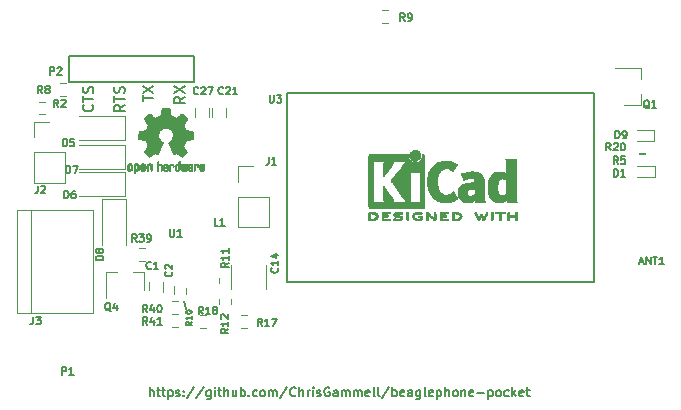
<source format=gbr>
G04 #@! TF.FileFunction,Legend,Top*
%FSLAX46Y46*%
G04 Gerber Fmt 4.6, Leading zero omitted, Abs format (unit mm)*
G04 Created by KiCad (PCBNEW 4.0.6) date 10/14/17 16:51:08*
%MOMM*%
%LPD*%
G01*
G04 APERTURE LIST*
%ADD10C,0.100000*%
%ADD11C,0.200000*%
%ADD12C,0.152400*%
%ADD13C,0.190500*%
%ADD14C,0.010000*%
%ADD15C,0.120000*%
%ADD16C,0.150000*%
%ADD17C,0.139700*%
%ADD18C,0.127000*%
G04 APERTURE END LIST*
D10*
D11*
X134975600Y-113169700D02*
X135166100Y-113817400D01*
D12*
X132087252Y-121248714D02*
X132087252Y-120486714D01*
X132413823Y-121248714D02*
X132413823Y-120849571D01*
X132377537Y-120777000D01*
X132304966Y-120740714D01*
X132196109Y-120740714D01*
X132123537Y-120777000D01*
X132087252Y-120813286D01*
X132667823Y-120740714D02*
X132958109Y-120740714D01*
X132776681Y-120486714D02*
X132776681Y-121139857D01*
X132812966Y-121212429D01*
X132885538Y-121248714D01*
X132958109Y-121248714D01*
X133103252Y-120740714D02*
X133393538Y-120740714D01*
X133212110Y-120486714D02*
X133212110Y-121139857D01*
X133248395Y-121212429D01*
X133320967Y-121248714D01*
X133393538Y-121248714D01*
X133647539Y-120740714D02*
X133647539Y-121502714D01*
X133647539Y-120777000D02*
X133720110Y-120740714D01*
X133865253Y-120740714D01*
X133937824Y-120777000D01*
X133974110Y-120813286D01*
X134010396Y-120885857D01*
X134010396Y-121103571D01*
X133974110Y-121176143D01*
X133937824Y-121212429D01*
X133865253Y-121248714D01*
X133720110Y-121248714D01*
X133647539Y-121212429D01*
X134300682Y-121212429D02*
X134373253Y-121248714D01*
X134518396Y-121248714D01*
X134590968Y-121212429D01*
X134627253Y-121139857D01*
X134627253Y-121103571D01*
X134590968Y-121031000D01*
X134518396Y-120994714D01*
X134409539Y-120994714D01*
X134336968Y-120958429D01*
X134300682Y-120885857D01*
X134300682Y-120849571D01*
X134336968Y-120777000D01*
X134409539Y-120740714D01*
X134518396Y-120740714D01*
X134590968Y-120777000D01*
X134953825Y-121176143D02*
X134990110Y-121212429D01*
X134953825Y-121248714D01*
X134917539Y-121212429D01*
X134953825Y-121176143D01*
X134953825Y-121248714D01*
X134953825Y-120777000D02*
X134990110Y-120813286D01*
X134953825Y-120849571D01*
X134917539Y-120813286D01*
X134953825Y-120777000D01*
X134953825Y-120849571D01*
X135860967Y-120450429D02*
X135207824Y-121430143D01*
X136659253Y-120450429D02*
X136006110Y-121430143D01*
X137239825Y-120740714D02*
X137239825Y-121357571D01*
X137203539Y-121430143D01*
X137167254Y-121466429D01*
X137094682Y-121502714D01*
X136985825Y-121502714D01*
X136913254Y-121466429D01*
X137239825Y-121212429D02*
X137167254Y-121248714D01*
X137022111Y-121248714D01*
X136949539Y-121212429D01*
X136913254Y-121176143D01*
X136876968Y-121103571D01*
X136876968Y-120885857D01*
X136913254Y-120813286D01*
X136949539Y-120777000D01*
X137022111Y-120740714D01*
X137167254Y-120740714D01*
X137239825Y-120777000D01*
X137602683Y-121248714D02*
X137602683Y-120740714D01*
X137602683Y-120486714D02*
X137566397Y-120523000D01*
X137602683Y-120559286D01*
X137638968Y-120523000D01*
X137602683Y-120486714D01*
X137602683Y-120559286D01*
X137856682Y-120740714D02*
X138146968Y-120740714D01*
X137965540Y-120486714D02*
X137965540Y-121139857D01*
X138001825Y-121212429D01*
X138074397Y-121248714D01*
X138146968Y-121248714D01*
X138400969Y-121248714D02*
X138400969Y-120486714D01*
X138727540Y-121248714D02*
X138727540Y-120849571D01*
X138691254Y-120777000D01*
X138618683Y-120740714D01*
X138509826Y-120740714D01*
X138437254Y-120777000D01*
X138400969Y-120813286D01*
X139416969Y-120740714D02*
X139416969Y-121248714D01*
X139090398Y-120740714D02*
X139090398Y-121139857D01*
X139126683Y-121212429D01*
X139199255Y-121248714D01*
X139308112Y-121248714D01*
X139380683Y-121212429D01*
X139416969Y-121176143D01*
X139779827Y-121248714D02*
X139779827Y-120486714D01*
X139779827Y-120777000D02*
X139852398Y-120740714D01*
X139997541Y-120740714D01*
X140070112Y-120777000D01*
X140106398Y-120813286D01*
X140142684Y-120885857D01*
X140142684Y-121103571D01*
X140106398Y-121176143D01*
X140070112Y-121212429D01*
X139997541Y-121248714D01*
X139852398Y-121248714D01*
X139779827Y-121212429D01*
X140469256Y-121176143D02*
X140505541Y-121212429D01*
X140469256Y-121248714D01*
X140432970Y-121212429D01*
X140469256Y-121176143D01*
X140469256Y-121248714D01*
X141158684Y-121212429D02*
X141086113Y-121248714D01*
X140940970Y-121248714D01*
X140868398Y-121212429D01*
X140832113Y-121176143D01*
X140795827Y-121103571D01*
X140795827Y-120885857D01*
X140832113Y-120813286D01*
X140868398Y-120777000D01*
X140940970Y-120740714D01*
X141086113Y-120740714D01*
X141158684Y-120777000D01*
X141594113Y-121248714D02*
X141521541Y-121212429D01*
X141485256Y-121176143D01*
X141448970Y-121103571D01*
X141448970Y-120885857D01*
X141485256Y-120813286D01*
X141521541Y-120777000D01*
X141594113Y-120740714D01*
X141702970Y-120740714D01*
X141775541Y-120777000D01*
X141811827Y-120813286D01*
X141848113Y-120885857D01*
X141848113Y-121103571D01*
X141811827Y-121176143D01*
X141775541Y-121212429D01*
X141702970Y-121248714D01*
X141594113Y-121248714D01*
X142174685Y-121248714D02*
X142174685Y-120740714D01*
X142174685Y-120813286D02*
X142210970Y-120777000D01*
X142283542Y-120740714D01*
X142392399Y-120740714D01*
X142464970Y-120777000D01*
X142501256Y-120849571D01*
X142501256Y-121248714D01*
X142501256Y-120849571D02*
X142537542Y-120777000D01*
X142610113Y-120740714D01*
X142718970Y-120740714D01*
X142791542Y-120777000D01*
X142827827Y-120849571D01*
X142827827Y-121248714D01*
X143734970Y-120450429D02*
X143081827Y-121430143D01*
X144424399Y-121176143D02*
X144388113Y-121212429D01*
X144279256Y-121248714D01*
X144206685Y-121248714D01*
X144097828Y-121212429D01*
X144025256Y-121139857D01*
X143988971Y-121067286D01*
X143952685Y-120922143D01*
X143952685Y-120813286D01*
X143988971Y-120668143D01*
X144025256Y-120595571D01*
X144097828Y-120523000D01*
X144206685Y-120486714D01*
X144279256Y-120486714D01*
X144388113Y-120523000D01*
X144424399Y-120559286D01*
X144750971Y-121248714D02*
X144750971Y-120486714D01*
X145077542Y-121248714D02*
X145077542Y-120849571D01*
X145041256Y-120777000D01*
X144968685Y-120740714D01*
X144859828Y-120740714D01*
X144787256Y-120777000D01*
X144750971Y-120813286D01*
X145440400Y-121248714D02*
X145440400Y-120740714D01*
X145440400Y-120885857D02*
X145476685Y-120813286D01*
X145512971Y-120777000D01*
X145585542Y-120740714D01*
X145658114Y-120740714D01*
X145912114Y-121248714D02*
X145912114Y-120740714D01*
X145912114Y-120486714D02*
X145875828Y-120523000D01*
X145912114Y-120559286D01*
X145948399Y-120523000D01*
X145912114Y-120486714D01*
X145912114Y-120559286D01*
X146238685Y-121212429D02*
X146311256Y-121248714D01*
X146456399Y-121248714D01*
X146528971Y-121212429D01*
X146565256Y-121139857D01*
X146565256Y-121103571D01*
X146528971Y-121031000D01*
X146456399Y-120994714D01*
X146347542Y-120994714D01*
X146274971Y-120958429D01*
X146238685Y-120885857D01*
X146238685Y-120849571D01*
X146274971Y-120777000D01*
X146347542Y-120740714D01*
X146456399Y-120740714D01*
X146528971Y-120777000D01*
X147290970Y-120523000D02*
X147218399Y-120486714D01*
X147109542Y-120486714D01*
X147000685Y-120523000D01*
X146928113Y-120595571D01*
X146891828Y-120668143D01*
X146855542Y-120813286D01*
X146855542Y-120922143D01*
X146891828Y-121067286D01*
X146928113Y-121139857D01*
X147000685Y-121212429D01*
X147109542Y-121248714D01*
X147182113Y-121248714D01*
X147290970Y-121212429D01*
X147327256Y-121176143D01*
X147327256Y-120922143D01*
X147182113Y-120922143D01*
X147980399Y-121248714D02*
X147980399Y-120849571D01*
X147944113Y-120777000D01*
X147871542Y-120740714D01*
X147726399Y-120740714D01*
X147653828Y-120777000D01*
X147980399Y-121212429D02*
X147907828Y-121248714D01*
X147726399Y-121248714D01*
X147653828Y-121212429D01*
X147617542Y-121139857D01*
X147617542Y-121067286D01*
X147653828Y-120994714D01*
X147726399Y-120958429D01*
X147907828Y-120958429D01*
X147980399Y-120922143D01*
X148343257Y-121248714D02*
X148343257Y-120740714D01*
X148343257Y-120813286D02*
X148379542Y-120777000D01*
X148452114Y-120740714D01*
X148560971Y-120740714D01*
X148633542Y-120777000D01*
X148669828Y-120849571D01*
X148669828Y-121248714D01*
X148669828Y-120849571D02*
X148706114Y-120777000D01*
X148778685Y-120740714D01*
X148887542Y-120740714D01*
X148960114Y-120777000D01*
X148996399Y-120849571D01*
X148996399Y-121248714D01*
X149359257Y-121248714D02*
X149359257Y-120740714D01*
X149359257Y-120813286D02*
X149395542Y-120777000D01*
X149468114Y-120740714D01*
X149576971Y-120740714D01*
X149649542Y-120777000D01*
X149685828Y-120849571D01*
X149685828Y-121248714D01*
X149685828Y-120849571D02*
X149722114Y-120777000D01*
X149794685Y-120740714D01*
X149903542Y-120740714D01*
X149976114Y-120777000D01*
X150012399Y-120849571D01*
X150012399Y-121248714D01*
X150665542Y-121212429D02*
X150592971Y-121248714D01*
X150447828Y-121248714D01*
X150375257Y-121212429D01*
X150338971Y-121139857D01*
X150338971Y-120849571D01*
X150375257Y-120777000D01*
X150447828Y-120740714D01*
X150592971Y-120740714D01*
X150665542Y-120777000D01*
X150701828Y-120849571D01*
X150701828Y-120922143D01*
X150338971Y-120994714D01*
X151137257Y-121248714D02*
X151064685Y-121212429D01*
X151028400Y-121139857D01*
X151028400Y-120486714D01*
X151536400Y-121248714D02*
X151463828Y-121212429D01*
X151427543Y-121139857D01*
X151427543Y-120486714D01*
X152370971Y-120450429D02*
X151717828Y-121430143D01*
X152624972Y-121248714D02*
X152624972Y-120486714D01*
X152624972Y-120777000D02*
X152697543Y-120740714D01*
X152842686Y-120740714D01*
X152915257Y-120777000D01*
X152951543Y-120813286D01*
X152987829Y-120885857D01*
X152987829Y-121103571D01*
X152951543Y-121176143D01*
X152915257Y-121212429D01*
X152842686Y-121248714D01*
X152697543Y-121248714D01*
X152624972Y-121212429D01*
X153604686Y-121212429D02*
X153532115Y-121248714D01*
X153386972Y-121248714D01*
X153314401Y-121212429D01*
X153278115Y-121139857D01*
X153278115Y-120849571D01*
X153314401Y-120777000D01*
X153386972Y-120740714D01*
X153532115Y-120740714D01*
X153604686Y-120777000D01*
X153640972Y-120849571D01*
X153640972Y-120922143D01*
X153278115Y-120994714D01*
X154294115Y-121248714D02*
X154294115Y-120849571D01*
X154257829Y-120777000D01*
X154185258Y-120740714D01*
X154040115Y-120740714D01*
X153967544Y-120777000D01*
X154294115Y-121212429D02*
X154221544Y-121248714D01*
X154040115Y-121248714D01*
X153967544Y-121212429D01*
X153931258Y-121139857D01*
X153931258Y-121067286D01*
X153967544Y-120994714D01*
X154040115Y-120958429D01*
X154221544Y-120958429D01*
X154294115Y-120922143D01*
X154983544Y-120740714D02*
X154983544Y-121357571D01*
X154947258Y-121430143D01*
X154910973Y-121466429D01*
X154838401Y-121502714D01*
X154729544Y-121502714D01*
X154656973Y-121466429D01*
X154983544Y-121212429D02*
X154910973Y-121248714D01*
X154765830Y-121248714D01*
X154693258Y-121212429D01*
X154656973Y-121176143D01*
X154620687Y-121103571D01*
X154620687Y-120885857D01*
X154656973Y-120813286D01*
X154693258Y-120777000D01*
X154765830Y-120740714D01*
X154910973Y-120740714D01*
X154983544Y-120777000D01*
X155455259Y-121248714D02*
X155382687Y-121212429D01*
X155346402Y-121139857D01*
X155346402Y-120486714D01*
X156035830Y-121212429D02*
X155963259Y-121248714D01*
X155818116Y-121248714D01*
X155745545Y-121212429D01*
X155709259Y-121139857D01*
X155709259Y-120849571D01*
X155745545Y-120777000D01*
X155818116Y-120740714D01*
X155963259Y-120740714D01*
X156035830Y-120777000D01*
X156072116Y-120849571D01*
X156072116Y-120922143D01*
X155709259Y-120994714D01*
X156398688Y-120740714D02*
X156398688Y-121502714D01*
X156398688Y-120777000D02*
X156471259Y-120740714D01*
X156616402Y-120740714D01*
X156688973Y-120777000D01*
X156725259Y-120813286D01*
X156761545Y-120885857D01*
X156761545Y-121103571D01*
X156725259Y-121176143D01*
X156688973Y-121212429D01*
X156616402Y-121248714D01*
X156471259Y-121248714D01*
X156398688Y-121212429D01*
X157088117Y-121248714D02*
X157088117Y-120486714D01*
X157414688Y-121248714D02*
X157414688Y-120849571D01*
X157378402Y-120777000D01*
X157305831Y-120740714D01*
X157196974Y-120740714D01*
X157124402Y-120777000D01*
X157088117Y-120813286D01*
X157886403Y-121248714D02*
X157813831Y-121212429D01*
X157777546Y-121176143D01*
X157741260Y-121103571D01*
X157741260Y-120885857D01*
X157777546Y-120813286D01*
X157813831Y-120777000D01*
X157886403Y-120740714D01*
X157995260Y-120740714D01*
X158067831Y-120777000D01*
X158104117Y-120813286D01*
X158140403Y-120885857D01*
X158140403Y-121103571D01*
X158104117Y-121176143D01*
X158067831Y-121212429D01*
X157995260Y-121248714D01*
X157886403Y-121248714D01*
X158466975Y-120740714D02*
X158466975Y-121248714D01*
X158466975Y-120813286D02*
X158503260Y-120777000D01*
X158575832Y-120740714D01*
X158684689Y-120740714D01*
X158757260Y-120777000D01*
X158793546Y-120849571D01*
X158793546Y-121248714D01*
X159446689Y-121212429D02*
X159374118Y-121248714D01*
X159228975Y-121248714D01*
X159156404Y-121212429D01*
X159120118Y-121139857D01*
X159120118Y-120849571D01*
X159156404Y-120777000D01*
X159228975Y-120740714D01*
X159374118Y-120740714D01*
X159446689Y-120777000D01*
X159482975Y-120849571D01*
X159482975Y-120922143D01*
X159120118Y-120994714D01*
X159809547Y-120958429D02*
X160390118Y-120958429D01*
X160752976Y-120740714D02*
X160752976Y-121502714D01*
X160752976Y-120777000D02*
X160825547Y-120740714D01*
X160970690Y-120740714D01*
X161043261Y-120777000D01*
X161079547Y-120813286D01*
X161115833Y-120885857D01*
X161115833Y-121103571D01*
X161079547Y-121176143D01*
X161043261Y-121212429D01*
X160970690Y-121248714D01*
X160825547Y-121248714D01*
X160752976Y-121212429D01*
X161551262Y-121248714D02*
X161478690Y-121212429D01*
X161442405Y-121176143D01*
X161406119Y-121103571D01*
X161406119Y-120885857D01*
X161442405Y-120813286D01*
X161478690Y-120777000D01*
X161551262Y-120740714D01*
X161660119Y-120740714D01*
X161732690Y-120777000D01*
X161768976Y-120813286D01*
X161805262Y-120885857D01*
X161805262Y-121103571D01*
X161768976Y-121176143D01*
X161732690Y-121212429D01*
X161660119Y-121248714D01*
X161551262Y-121248714D01*
X162458405Y-121212429D02*
X162385834Y-121248714D01*
X162240691Y-121248714D01*
X162168119Y-121212429D01*
X162131834Y-121176143D01*
X162095548Y-121103571D01*
X162095548Y-120885857D01*
X162131834Y-120813286D01*
X162168119Y-120777000D01*
X162240691Y-120740714D01*
X162385834Y-120740714D01*
X162458405Y-120777000D01*
X162784977Y-121248714D02*
X162784977Y-120486714D01*
X162857548Y-120958429D02*
X163075262Y-121248714D01*
X163075262Y-120740714D02*
X162784977Y-121031000D01*
X163692119Y-121212429D02*
X163619548Y-121248714D01*
X163474405Y-121248714D01*
X163401834Y-121212429D01*
X163365548Y-121139857D01*
X163365548Y-120849571D01*
X163401834Y-120777000D01*
X163474405Y-120740714D01*
X163619548Y-120740714D01*
X163692119Y-120777000D01*
X163728405Y-120849571D01*
X163728405Y-120922143D01*
X163365548Y-120994714D01*
X163946119Y-120740714D02*
X164236405Y-120740714D01*
X164054977Y-120486714D02*
X164054977Y-121139857D01*
X164091262Y-121212429D01*
X164163834Y-121248714D01*
X164236405Y-121248714D01*
D11*
X125222000Y-92456000D02*
X125222000Y-94615000D01*
D13*
X129942167Y-96562333D02*
X129518833Y-96858667D01*
X129942167Y-97070333D02*
X129053167Y-97070333D01*
X129053167Y-96731667D01*
X129095500Y-96647000D01*
X129137833Y-96604667D01*
X129222500Y-96562333D01*
X129349500Y-96562333D01*
X129434167Y-96604667D01*
X129476500Y-96647000D01*
X129518833Y-96731667D01*
X129518833Y-97070333D01*
X129053167Y-96308333D02*
X129053167Y-95800333D01*
X129942167Y-96054333D02*
X129053167Y-96054333D01*
X129899833Y-95546334D02*
X129942167Y-95419334D01*
X129942167Y-95207667D01*
X129899833Y-95123000D01*
X129857500Y-95080667D01*
X129772833Y-95038334D01*
X129688167Y-95038334D01*
X129603500Y-95080667D01*
X129561167Y-95123000D01*
X129518833Y-95207667D01*
X129476500Y-95377000D01*
X129434167Y-95461667D01*
X129391833Y-95504000D01*
X129307167Y-95546334D01*
X129222500Y-95546334D01*
X129137833Y-95504000D01*
X129095500Y-95461667D01*
X129053167Y-95377000D01*
X129053167Y-95165334D01*
X129095500Y-95038334D01*
X127190500Y-96562333D02*
X127232833Y-96604667D01*
X127275167Y-96731667D01*
X127275167Y-96816333D01*
X127232833Y-96943333D01*
X127148167Y-97028000D01*
X127063500Y-97070333D01*
X126894167Y-97112667D01*
X126767167Y-97112667D01*
X126597833Y-97070333D01*
X126513167Y-97028000D01*
X126428500Y-96943333D01*
X126386167Y-96816333D01*
X126386167Y-96731667D01*
X126428500Y-96604667D01*
X126470833Y-96562333D01*
X126386167Y-96308333D02*
X126386167Y-95800333D01*
X127275167Y-96054333D02*
X126386167Y-96054333D01*
X127232833Y-95546334D02*
X127275167Y-95419334D01*
X127275167Y-95207667D01*
X127232833Y-95123000D01*
X127190500Y-95080667D01*
X127105833Y-95038334D01*
X127021167Y-95038334D01*
X126936500Y-95080667D01*
X126894167Y-95123000D01*
X126851833Y-95207667D01*
X126809500Y-95377000D01*
X126767167Y-95461667D01*
X126724833Y-95504000D01*
X126640167Y-95546334D01*
X126555500Y-95546334D01*
X126470833Y-95504000D01*
X126428500Y-95461667D01*
X126386167Y-95377000D01*
X126386167Y-95165334D01*
X126428500Y-95038334D01*
X131466167Y-96270233D02*
X131466167Y-95762233D01*
X132355167Y-96016233D02*
X131466167Y-96016233D01*
X131466167Y-95550567D02*
X132355167Y-94957900D01*
X131466167Y-94957900D02*
X132355167Y-95550567D01*
X135022167Y-95868066D02*
X134598833Y-96164400D01*
X135022167Y-96376066D02*
X134133167Y-96376066D01*
X134133167Y-96037400D01*
X134175500Y-95952733D01*
X134217833Y-95910400D01*
X134302500Y-95868066D01*
X134429500Y-95868066D01*
X134514167Y-95910400D01*
X134556500Y-95952733D01*
X134598833Y-96037400D01*
X134598833Y-96376066D01*
X134133167Y-95571733D02*
X135022167Y-94979066D01*
X134133167Y-94979066D02*
X135022167Y-95571733D01*
D11*
X135826500Y-94615000D02*
X125222000Y-94615000D01*
X135826500Y-94615000D02*
X135826500Y-92456000D01*
X125222000Y-92456000D02*
X135826500Y-92456000D01*
D14*
G36*
X150736329Y-105621666D02*
X150775811Y-105622067D01*
X150891500Y-105624859D01*
X150988389Y-105633150D01*
X151069781Y-105647832D01*
X151138977Y-105669793D01*
X151199280Y-105699922D01*
X151253992Y-105739110D01*
X151273533Y-105756132D01*
X151305950Y-105795963D01*
X151335180Y-105850013D01*
X151357709Y-105909923D01*
X151370021Y-105967339D01*
X151371300Y-105988556D01*
X151363283Y-106047369D01*
X151341801Y-106111613D01*
X151310701Y-106172421D01*
X151273834Y-106220930D01*
X151267846Y-106226782D01*
X151217121Y-106267921D01*
X151161575Y-106300035D01*
X151098004Y-106323965D01*
X151023206Y-106340553D01*
X150933978Y-106350641D01*
X150827118Y-106355069D01*
X150778172Y-106355445D01*
X150715938Y-106355145D01*
X150672172Y-106353892D01*
X150642769Y-106351154D01*
X150623621Y-106346401D01*
X150610623Y-106339101D01*
X150603655Y-106332867D01*
X150597074Y-106325294D01*
X150591912Y-106315524D01*
X150587997Y-106300940D01*
X150585157Y-106278926D01*
X150583220Y-106246864D01*
X150582016Y-106202136D01*
X150581372Y-106142126D01*
X150581117Y-106064217D01*
X150581078Y-105988556D01*
X150580830Y-105887641D01*
X150580883Y-105807027D01*
X150581843Y-105768422D01*
X150727833Y-105768422D01*
X150727833Y-106208689D01*
X150820966Y-106208604D01*
X150877007Y-106206996D01*
X150935701Y-106202856D01*
X150984672Y-106197064D01*
X150986162Y-106196826D01*
X151065308Y-106177690D01*
X151126698Y-106147887D01*
X151173395Y-106105478D01*
X151203065Y-106059561D01*
X151221347Y-106008626D01*
X151219929Y-105960800D01*
X151198712Y-105909533D01*
X151157211Y-105856499D01*
X151099702Y-105817200D01*
X151024950Y-105790931D01*
X150974992Y-105781635D01*
X150918284Y-105775107D01*
X150858181Y-105770382D01*
X150807061Y-105768417D01*
X150804033Y-105768408D01*
X150727833Y-105768422D01*
X150581843Y-105768422D01*
X150582440Y-105744451D01*
X150586702Y-105697655D01*
X150594870Y-105664378D01*
X150608144Y-105642359D01*
X150627726Y-105629339D01*
X150654817Y-105623057D01*
X150690618Y-105621253D01*
X150736329Y-105621666D01*
X150736329Y-105621666D01*
G37*
X150736329Y-105621666D02*
X150775811Y-105622067D01*
X150891500Y-105624859D01*
X150988389Y-105633150D01*
X151069781Y-105647832D01*
X151138977Y-105669793D01*
X151199280Y-105699922D01*
X151253992Y-105739110D01*
X151273533Y-105756132D01*
X151305950Y-105795963D01*
X151335180Y-105850013D01*
X151357709Y-105909923D01*
X151370021Y-105967339D01*
X151371300Y-105988556D01*
X151363283Y-106047369D01*
X151341801Y-106111613D01*
X151310701Y-106172421D01*
X151273834Y-106220930D01*
X151267846Y-106226782D01*
X151217121Y-106267921D01*
X151161575Y-106300035D01*
X151098004Y-106323965D01*
X151023206Y-106340553D01*
X150933978Y-106350641D01*
X150827118Y-106355069D01*
X150778172Y-106355445D01*
X150715938Y-106355145D01*
X150672172Y-106353892D01*
X150642769Y-106351154D01*
X150623621Y-106346401D01*
X150610623Y-106339101D01*
X150603655Y-106332867D01*
X150597074Y-106325294D01*
X150591912Y-106315524D01*
X150587997Y-106300940D01*
X150585157Y-106278926D01*
X150583220Y-106246864D01*
X150582016Y-106202136D01*
X150581372Y-106142126D01*
X150581117Y-106064217D01*
X150581078Y-105988556D01*
X150580830Y-105887641D01*
X150580883Y-105807027D01*
X150581843Y-105768422D01*
X150727833Y-105768422D01*
X150727833Y-106208689D01*
X150820966Y-106208604D01*
X150877007Y-106206996D01*
X150935701Y-106202856D01*
X150984672Y-106197064D01*
X150986162Y-106196826D01*
X151065308Y-106177690D01*
X151126698Y-106147887D01*
X151173395Y-106105478D01*
X151203065Y-106059561D01*
X151221347Y-106008626D01*
X151219929Y-105960800D01*
X151198712Y-105909533D01*
X151157211Y-105856499D01*
X151099702Y-105817200D01*
X151024950Y-105790931D01*
X150974992Y-105781635D01*
X150918284Y-105775107D01*
X150858181Y-105770382D01*
X150807061Y-105768417D01*
X150804033Y-105768408D01*
X150727833Y-105768422D01*
X150581843Y-105768422D01*
X150582440Y-105744451D01*
X150586702Y-105697655D01*
X150594870Y-105664378D01*
X150608144Y-105642359D01*
X150627726Y-105629339D01*
X150654817Y-105623057D01*
X150690618Y-105621253D01*
X150736329Y-105621666D01*
G36*
X152144906Y-105621746D02*
X152214314Y-105622118D01*
X152266703Y-105622985D01*
X152304853Y-105624546D01*
X152331541Y-105627003D01*
X152349547Y-105630557D01*
X152361651Y-105635410D01*
X152370631Y-105641761D01*
X152373882Y-105644684D01*
X152393657Y-105675742D01*
X152397218Y-105711428D01*
X152384209Y-105743110D01*
X152378194Y-105749513D01*
X152368465Y-105755721D01*
X152352799Y-105760510D01*
X152328292Y-105764114D01*
X152292039Y-105766764D01*
X152241135Y-105768695D01*
X152172674Y-105770139D01*
X152110083Y-105771018D01*
X151862366Y-105774067D01*
X151858981Y-105838978D01*
X151855595Y-105903889D01*
X152023742Y-105903889D01*
X152096741Y-105904519D01*
X152150183Y-105907153D01*
X152187072Y-105912909D01*
X152210412Y-105922904D01*
X152223206Y-105938256D01*
X152228458Y-105960082D01*
X152229255Y-105980338D01*
X152226777Y-106005192D01*
X152217423Y-106023506D01*
X152198317Y-106036237D01*
X152166582Y-106044341D01*
X152119341Y-106048776D01*
X152053717Y-106050499D01*
X152017899Y-106050645D01*
X151856722Y-106050645D01*
X151856722Y-106208689D01*
X152105078Y-106208689D01*
X152186487Y-106208802D01*
X152248358Y-106209312D01*
X152293732Y-106210470D01*
X152325646Y-106212530D01*
X152347141Y-106215746D01*
X152361257Y-106220372D01*
X152371032Y-106226659D01*
X152376011Y-106231267D01*
X152393090Y-106258160D01*
X152398589Y-106282067D01*
X152390737Y-106311267D01*
X152376011Y-106332867D01*
X152368154Y-106339666D01*
X152358012Y-106344946D01*
X152342856Y-106348898D01*
X152319959Y-106351713D01*
X152286591Y-106353582D01*
X152240025Y-106354698D01*
X152177533Y-106355251D01*
X152096386Y-106355433D01*
X152054278Y-106355445D01*
X151964102Y-106355365D01*
X151893776Y-106354998D01*
X151840571Y-106354152D01*
X151801760Y-106352636D01*
X151774613Y-106350259D01*
X151756402Y-106346829D01*
X151744400Y-106342154D01*
X151735878Y-106336044D01*
X151732544Y-106332867D01*
X151725945Y-106325270D01*
X151720773Y-106315470D01*
X151716854Y-106300839D01*
X151714016Y-106278752D01*
X151712085Y-106246582D01*
X151710888Y-106201703D01*
X151710252Y-106141489D01*
X151710003Y-106063313D01*
X151709966Y-105990523D01*
X151710000Y-105897307D01*
X151710235Y-105824031D01*
X151710870Y-105768058D01*
X151712106Y-105726751D01*
X151714144Y-105697472D01*
X151717183Y-105677584D01*
X151721423Y-105664450D01*
X151727065Y-105655432D01*
X151734309Y-105647893D01*
X151736094Y-105646212D01*
X151744755Y-105638772D01*
X151754818Y-105633009D01*
X151769075Y-105628712D01*
X151790317Y-105625664D01*
X151821336Y-105623651D01*
X151864923Y-105622460D01*
X151923869Y-105621875D01*
X152000966Y-105621683D01*
X152055699Y-105621667D01*
X152144906Y-105621746D01*
X152144906Y-105621746D01*
G37*
X152144906Y-105621746D02*
X152214314Y-105622118D01*
X152266703Y-105622985D01*
X152304853Y-105624546D01*
X152331541Y-105627003D01*
X152349547Y-105630557D01*
X152361651Y-105635410D01*
X152370631Y-105641761D01*
X152373882Y-105644684D01*
X152393657Y-105675742D01*
X152397218Y-105711428D01*
X152384209Y-105743110D01*
X152378194Y-105749513D01*
X152368465Y-105755721D01*
X152352799Y-105760510D01*
X152328292Y-105764114D01*
X152292039Y-105766764D01*
X152241135Y-105768695D01*
X152172674Y-105770139D01*
X152110083Y-105771018D01*
X151862366Y-105774067D01*
X151858981Y-105838978D01*
X151855595Y-105903889D01*
X152023742Y-105903889D01*
X152096741Y-105904519D01*
X152150183Y-105907153D01*
X152187072Y-105912909D01*
X152210412Y-105922904D01*
X152223206Y-105938256D01*
X152228458Y-105960082D01*
X152229255Y-105980338D01*
X152226777Y-106005192D01*
X152217423Y-106023506D01*
X152198317Y-106036237D01*
X152166582Y-106044341D01*
X152119341Y-106048776D01*
X152053717Y-106050499D01*
X152017899Y-106050645D01*
X151856722Y-106050645D01*
X151856722Y-106208689D01*
X152105078Y-106208689D01*
X152186487Y-106208802D01*
X152248358Y-106209312D01*
X152293732Y-106210470D01*
X152325646Y-106212530D01*
X152347141Y-106215746D01*
X152361257Y-106220372D01*
X152371032Y-106226659D01*
X152376011Y-106231267D01*
X152393090Y-106258160D01*
X152398589Y-106282067D01*
X152390737Y-106311267D01*
X152376011Y-106332867D01*
X152368154Y-106339666D01*
X152358012Y-106344946D01*
X152342856Y-106348898D01*
X152319959Y-106351713D01*
X152286591Y-106353582D01*
X152240025Y-106354698D01*
X152177533Y-106355251D01*
X152096386Y-106355433D01*
X152054278Y-106355445D01*
X151964102Y-106355365D01*
X151893776Y-106354998D01*
X151840571Y-106354152D01*
X151801760Y-106352636D01*
X151774613Y-106350259D01*
X151756402Y-106346829D01*
X151744400Y-106342154D01*
X151735878Y-106336044D01*
X151732544Y-106332867D01*
X151725945Y-106325270D01*
X151720773Y-106315470D01*
X151716854Y-106300839D01*
X151714016Y-106278752D01*
X151712085Y-106246582D01*
X151710888Y-106201703D01*
X151710252Y-106141489D01*
X151710003Y-106063313D01*
X151709966Y-105990523D01*
X151710000Y-105897307D01*
X151710235Y-105824031D01*
X151710870Y-105768058D01*
X151712106Y-105726751D01*
X151714144Y-105697472D01*
X151717183Y-105677584D01*
X151721423Y-105664450D01*
X151727065Y-105655432D01*
X151734309Y-105647893D01*
X151736094Y-105646212D01*
X151744755Y-105638772D01*
X151754818Y-105633009D01*
X151769075Y-105628712D01*
X151790317Y-105625664D01*
X151821336Y-105623651D01*
X151864923Y-105622460D01*
X151923869Y-105621875D01*
X152000966Y-105621683D01*
X152055699Y-105621667D01*
X152144906Y-105621746D01*
G36*
X153165997Y-105622951D02*
X153240812Y-105628181D01*
X153310394Y-105636350D01*
X153370698Y-105647150D01*
X153417680Y-105660273D01*
X153447294Y-105675413D01*
X153451840Y-105679869D01*
X153467646Y-105714450D01*
X153462853Y-105749951D01*
X153438336Y-105780325D01*
X153437166Y-105781196D01*
X153422746Y-105790554D01*
X153407692Y-105795476D01*
X153386695Y-105796073D01*
X153354443Y-105792461D01*
X153305627Y-105784754D01*
X153301700Y-105784105D01*
X153228961Y-105775169D01*
X153150483Y-105770761D01*
X153071773Y-105770719D01*
X152998339Y-105774879D01*
X152935689Y-105783079D01*
X152889330Y-105795157D01*
X152886284Y-105796371D01*
X152852652Y-105815215D01*
X152840836Y-105834285D01*
X152850086Y-105853039D01*
X152879653Y-105870937D01*
X152928789Y-105887437D01*
X152996743Y-105901996D01*
X153042055Y-105909006D01*
X153136244Y-105922489D01*
X153211156Y-105934814D01*
X153269983Y-105947049D01*
X153315915Y-105960261D01*
X153352145Y-105975517D01*
X153381862Y-105993885D01*
X153408258Y-106016431D01*
X153429470Y-106038571D01*
X153454635Y-106069419D01*
X153467019Y-106095945D01*
X153470892Y-106128626D01*
X153471033Y-106140595D01*
X153468124Y-106180312D01*
X153456498Y-106209859D01*
X153436377Y-106236086D01*
X153395484Y-106276176D01*
X153349883Y-106306749D01*
X153296187Y-106328803D01*
X153231008Y-106343335D01*
X153150956Y-106351341D01*
X153052643Y-106353818D01*
X153036411Y-106353777D01*
X152970851Y-106352418D01*
X152905834Y-106349330D01*
X152848448Y-106344956D01*
X152805778Y-106339740D01*
X152802328Y-106339141D01*
X152759904Y-106329091D01*
X152723920Y-106316396D01*
X152703550Y-106304790D01*
X152684593Y-106274172D01*
X152683273Y-106238518D01*
X152699615Y-106206744D01*
X152703271Y-106203151D01*
X152718385Y-106192476D01*
X152737285Y-106187876D01*
X152766538Y-106188659D01*
X152802049Y-106192727D01*
X152841730Y-106196362D01*
X152897355Y-106199428D01*
X152962294Y-106201653D01*
X153029915Y-106202764D01*
X153047700Y-106202837D01*
X153115572Y-106202564D01*
X153165246Y-106201246D01*
X153201090Y-106198427D01*
X153227476Y-106193650D01*
X153248774Y-106186457D01*
X153261574Y-106180467D01*
X153289700Y-106163833D01*
X153307632Y-106148768D01*
X153310253Y-106144497D01*
X153304724Y-106126863D01*
X153278440Y-106109792D01*
X153233222Y-106094058D01*
X153170892Y-106080438D01*
X153152529Y-106077404D01*
X153056610Y-106062338D01*
X152980059Y-106049746D01*
X152919920Y-106038711D01*
X152873240Y-106028320D01*
X152837063Y-106017656D01*
X152808435Y-106005805D01*
X152784402Y-105991851D01*
X152762008Y-105974881D01*
X152738298Y-105953978D01*
X152730320Y-105946649D01*
X152702347Y-105919299D01*
X152687540Y-105897629D01*
X152681748Y-105872832D01*
X152680811Y-105841583D01*
X152691125Y-105780305D01*
X152721948Y-105728240D01*
X152773105Y-105685558D01*
X152844417Y-105652425D01*
X152895300Y-105637564D01*
X152950600Y-105627966D01*
X153016847Y-105622536D01*
X153089994Y-105620967D01*
X153165997Y-105622951D01*
X153165997Y-105622951D01*
G37*
X153165997Y-105622951D02*
X153240812Y-105628181D01*
X153310394Y-105636350D01*
X153370698Y-105647150D01*
X153417680Y-105660273D01*
X153447294Y-105675413D01*
X153451840Y-105679869D01*
X153467646Y-105714450D01*
X153462853Y-105749951D01*
X153438336Y-105780325D01*
X153437166Y-105781196D01*
X153422746Y-105790554D01*
X153407692Y-105795476D01*
X153386695Y-105796073D01*
X153354443Y-105792461D01*
X153305627Y-105784754D01*
X153301700Y-105784105D01*
X153228961Y-105775169D01*
X153150483Y-105770761D01*
X153071773Y-105770719D01*
X152998339Y-105774879D01*
X152935689Y-105783079D01*
X152889330Y-105795157D01*
X152886284Y-105796371D01*
X152852652Y-105815215D01*
X152840836Y-105834285D01*
X152850086Y-105853039D01*
X152879653Y-105870937D01*
X152928789Y-105887437D01*
X152996743Y-105901996D01*
X153042055Y-105909006D01*
X153136244Y-105922489D01*
X153211156Y-105934814D01*
X153269983Y-105947049D01*
X153315915Y-105960261D01*
X153352145Y-105975517D01*
X153381862Y-105993885D01*
X153408258Y-106016431D01*
X153429470Y-106038571D01*
X153454635Y-106069419D01*
X153467019Y-106095945D01*
X153470892Y-106128626D01*
X153471033Y-106140595D01*
X153468124Y-106180312D01*
X153456498Y-106209859D01*
X153436377Y-106236086D01*
X153395484Y-106276176D01*
X153349883Y-106306749D01*
X153296187Y-106328803D01*
X153231008Y-106343335D01*
X153150956Y-106351341D01*
X153052643Y-106353818D01*
X153036411Y-106353777D01*
X152970851Y-106352418D01*
X152905834Y-106349330D01*
X152848448Y-106344956D01*
X152805778Y-106339740D01*
X152802328Y-106339141D01*
X152759904Y-106329091D01*
X152723920Y-106316396D01*
X152703550Y-106304790D01*
X152684593Y-106274172D01*
X152683273Y-106238518D01*
X152699615Y-106206744D01*
X152703271Y-106203151D01*
X152718385Y-106192476D01*
X152737285Y-106187876D01*
X152766538Y-106188659D01*
X152802049Y-106192727D01*
X152841730Y-106196362D01*
X152897355Y-106199428D01*
X152962294Y-106201653D01*
X153029915Y-106202764D01*
X153047700Y-106202837D01*
X153115572Y-106202564D01*
X153165246Y-106201246D01*
X153201090Y-106198427D01*
X153227476Y-106193650D01*
X153248774Y-106186457D01*
X153261574Y-106180467D01*
X153289700Y-106163833D01*
X153307632Y-106148768D01*
X153310253Y-106144497D01*
X153304724Y-106126863D01*
X153278440Y-106109792D01*
X153233222Y-106094058D01*
X153170892Y-106080438D01*
X153152529Y-106077404D01*
X153056610Y-106062338D01*
X152980059Y-106049746D01*
X152919920Y-106038711D01*
X152873240Y-106028320D01*
X152837063Y-106017656D01*
X152808435Y-106005805D01*
X152784402Y-105991851D01*
X152762008Y-105974881D01*
X152738298Y-105953978D01*
X152730320Y-105946649D01*
X152702347Y-105919299D01*
X152687540Y-105897629D01*
X152681748Y-105872832D01*
X152680811Y-105841583D01*
X152691125Y-105780305D01*
X152721948Y-105728240D01*
X152773105Y-105685558D01*
X152844417Y-105652425D01*
X152895300Y-105637564D01*
X152950600Y-105627966D01*
X153016847Y-105622536D01*
X153089994Y-105620967D01*
X153165997Y-105622951D01*
G36*
X153933878Y-105644245D02*
X153940458Y-105651818D01*
X153945621Y-105661587D01*
X153949536Y-105676171D01*
X153952376Y-105698185D01*
X153954313Y-105730248D01*
X153955517Y-105774975D01*
X153956161Y-105834985D01*
X153956416Y-105912894D01*
X153956455Y-105988556D01*
X153956386Y-106082402D01*
X153956062Y-106156289D01*
X153955314Y-106212832D01*
X153953968Y-106254649D01*
X153951854Y-106284357D01*
X153948800Y-106304573D01*
X153944634Y-106317914D01*
X153939184Y-106326998D01*
X153933878Y-106332867D01*
X153900874Y-106352547D01*
X153865709Y-106350781D01*
X153834245Y-106329317D01*
X153827016Y-106320937D01*
X153821366Y-106311214D01*
X153817101Y-106297461D01*
X153814027Y-106276989D01*
X153811948Y-106247112D01*
X153810670Y-106205141D01*
X153809999Y-106148389D01*
X153809741Y-106074167D01*
X153809700Y-105990137D01*
X153809700Y-105677085D01*
X153837409Y-105649376D01*
X153871563Y-105626063D01*
X153904694Y-105625223D01*
X153933878Y-105644245D01*
X153933878Y-105644245D01*
G37*
X153933878Y-105644245D02*
X153940458Y-105651818D01*
X153945621Y-105661587D01*
X153949536Y-105676171D01*
X153952376Y-105698185D01*
X153954313Y-105730248D01*
X153955517Y-105774975D01*
X153956161Y-105834985D01*
X153956416Y-105912894D01*
X153956455Y-105988556D01*
X153956386Y-106082402D01*
X153956062Y-106156289D01*
X153955314Y-106212832D01*
X153953968Y-106254649D01*
X153951854Y-106284357D01*
X153948800Y-106304573D01*
X153944634Y-106317914D01*
X153939184Y-106326998D01*
X153933878Y-106332867D01*
X153900874Y-106352547D01*
X153865709Y-106350781D01*
X153834245Y-106329317D01*
X153827016Y-106320937D01*
X153821366Y-106311214D01*
X153817101Y-106297461D01*
X153814027Y-106276989D01*
X153811948Y-106247112D01*
X153810670Y-106205141D01*
X153809999Y-106148389D01*
X153809741Y-106074167D01*
X153809700Y-105990137D01*
X153809700Y-105677085D01*
X153837409Y-105649376D01*
X153871563Y-105626063D01*
X153904694Y-105625223D01*
X153933878Y-105644245D01*
G36*
X154907619Y-105627199D02*
X154976135Y-105638695D01*
X155028757Y-105656567D01*
X155062992Y-105680099D01*
X155072321Y-105693524D01*
X155081807Y-105724748D01*
X155075423Y-105752995D01*
X155055270Y-105779782D01*
X155023955Y-105792313D01*
X154978517Y-105791296D01*
X154943374Y-105784506D01*
X154865281Y-105771571D01*
X154785474Y-105770342D01*
X154696145Y-105780841D01*
X154671471Y-105785290D01*
X154588409Y-105808708D01*
X154523427Y-105843545D01*
X154477239Y-105889204D01*
X154450555Y-105945094D01*
X154445037Y-105973988D01*
X154448649Y-106032612D01*
X154471971Y-106084479D01*
X154512876Y-106128578D01*
X154569241Y-106163899D01*
X154638940Y-106189429D01*
X154719848Y-106204159D01*
X154809840Y-106207078D01*
X154906790Y-106197175D01*
X154912264Y-106196241D01*
X154950825Y-106189059D01*
X154972206Y-106182121D01*
X154981473Y-106171827D01*
X154983694Y-106154576D01*
X154983744Y-106145441D01*
X154983744Y-106107089D01*
X154915269Y-106107089D01*
X154854800Y-106102947D01*
X154813535Y-106089747D01*
X154789525Y-106066330D01*
X154780823Y-106031536D01*
X154780717Y-106026994D01*
X154785808Y-105997254D01*
X154803267Y-105976019D01*
X154835761Y-105961966D01*
X154885957Y-105953773D01*
X154934577Y-105950761D01*
X155005244Y-105949033D01*
X155056502Y-105951670D01*
X155091461Y-105961400D01*
X155113230Y-105980953D01*
X155124920Y-106013056D01*
X155129640Y-106060438D01*
X155130500Y-106122671D01*
X155129091Y-106192135D01*
X155124852Y-106239386D01*
X155117764Y-106264612D01*
X155116389Y-106266588D01*
X155077472Y-106298108D01*
X155020414Y-106323070D01*
X154948831Y-106340940D01*
X154866342Y-106351186D01*
X154776561Y-106353273D01*
X154683108Y-106346668D01*
X154628144Y-106338556D01*
X154541934Y-106314154D01*
X154461808Y-106274262D01*
X154394723Y-106222487D01*
X154384527Y-106212139D01*
X154351398Y-106168635D01*
X154321506Y-106114718D01*
X154298343Y-106058192D01*
X154285402Y-106006859D01*
X154283842Y-105987144D01*
X154290482Y-105946019D01*
X154308132Y-105894852D01*
X154333403Y-105840994D01*
X154362911Y-105791795D01*
X154388981Y-105758934D01*
X154449935Y-105710052D01*
X154528731Y-105671145D01*
X154622543Y-105643094D01*
X154728550Y-105626779D01*
X154825700Y-105622792D01*
X154907619Y-105627199D01*
X154907619Y-105627199D01*
G37*
X154907619Y-105627199D02*
X154976135Y-105638695D01*
X155028757Y-105656567D01*
X155062992Y-105680099D01*
X155072321Y-105693524D01*
X155081807Y-105724748D01*
X155075423Y-105752995D01*
X155055270Y-105779782D01*
X155023955Y-105792313D01*
X154978517Y-105791296D01*
X154943374Y-105784506D01*
X154865281Y-105771571D01*
X154785474Y-105770342D01*
X154696145Y-105780841D01*
X154671471Y-105785290D01*
X154588409Y-105808708D01*
X154523427Y-105843545D01*
X154477239Y-105889204D01*
X154450555Y-105945094D01*
X154445037Y-105973988D01*
X154448649Y-106032612D01*
X154471971Y-106084479D01*
X154512876Y-106128578D01*
X154569241Y-106163899D01*
X154638940Y-106189429D01*
X154719848Y-106204159D01*
X154809840Y-106207078D01*
X154906790Y-106197175D01*
X154912264Y-106196241D01*
X154950825Y-106189059D01*
X154972206Y-106182121D01*
X154981473Y-106171827D01*
X154983694Y-106154576D01*
X154983744Y-106145441D01*
X154983744Y-106107089D01*
X154915269Y-106107089D01*
X154854800Y-106102947D01*
X154813535Y-106089747D01*
X154789525Y-106066330D01*
X154780823Y-106031536D01*
X154780717Y-106026994D01*
X154785808Y-105997254D01*
X154803267Y-105976019D01*
X154835761Y-105961966D01*
X154885957Y-105953773D01*
X154934577Y-105950761D01*
X155005244Y-105949033D01*
X155056502Y-105951670D01*
X155091461Y-105961400D01*
X155113230Y-105980953D01*
X155124920Y-106013056D01*
X155129640Y-106060438D01*
X155130500Y-106122671D01*
X155129091Y-106192135D01*
X155124852Y-106239386D01*
X155117764Y-106264612D01*
X155116389Y-106266588D01*
X155077472Y-106298108D01*
X155020414Y-106323070D01*
X154948831Y-106340940D01*
X154866342Y-106351186D01*
X154776561Y-106353273D01*
X154683108Y-106346668D01*
X154628144Y-106338556D01*
X154541934Y-106314154D01*
X154461808Y-106274262D01*
X154394723Y-106222487D01*
X154384527Y-106212139D01*
X154351398Y-106168635D01*
X154321506Y-106114718D01*
X154298343Y-106058192D01*
X154285402Y-106006859D01*
X154283842Y-105987144D01*
X154290482Y-105946019D01*
X154308132Y-105894852D01*
X154333403Y-105840994D01*
X154362911Y-105791795D01*
X154388981Y-105758934D01*
X154449935Y-105710052D01*
X154528731Y-105671145D01*
X154622543Y-105643094D01*
X154728550Y-105626779D01*
X154825700Y-105622792D01*
X154907619Y-105627199D01*
G36*
X155557586Y-105626048D02*
X155581152Y-105639873D01*
X155611965Y-105662481D01*
X155651622Y-105694938D01*
X155701720Y-105738308D01*
X155763857Y-105793658D01*
X155839628Y-105862051D01*
X155926366Y-105940684D01*
X156106989Y-106104478D01*
X156112633Y-105884629D01*
X156114671Y-105808951D01*
X156116637Y-105752594D01*
X156118966Y-105712306D01*
X156122094Y-105684835D01*
X156126455Y-105666929D01*
X156132484Y-105655337D01*
X156140616Y-105646808D01*
X156144928Y-105643223D01*
X156179459Y-105624270D01*
X156212317Y-105627041D01*
X156238382Y-105643233D01*
X156265033Y-105664799D01*
X156268348Y-105979751D01*
X156269265Y-106072379D01*
X156269732Y-106145144D01*
X156269587Y-106200761D01*
X156268668Y-106241942D01*
X156266813Y-106271403D01*
X156263861Y-106291855D01*
X156259650Y-106306013D01*
X156254018Y-106316591D01*
X156247773Y-106325074D01*
X156234261Y-106340807D01*
X156220817Y-106351236D01*
X156205576Y-106355239D01*
X156186674Y-106351694D01*
X156162245Y-106339479D01*
X156130427Y-106317471D01*
X156089352Y-106284549D01*
X156037158Y-106239591D01*
X155971978Y-106181475D01*
X155898144Y-106114699D01*
X155632855Y-105874058D01*
X155627211Y-106093189D01*
X155625169Y-106168728D01*
X155623198Y-106224954D01*
X155620861Y-106265124D01*
X155617719Y-106292496D01*
X155613336Y-106310328D01*
X155607276Y-106321879D01*
X155599100Y-106330407D01*
X155594916Y-106333882D01*
X155557935Y-106352972D01*
X155522992Y-106350093D01*
X155492564Y-106325700D01*
X155485603Y-106315886D01*
X155480177Y-106304426D01*
X155476097Y-106288568D01*
X155473171Y-106265563D01*
X155471208Y-106232662D01*
X155470017Y-106187116D01*
X155469408Y-106126173D01*
X155469189Y-106047086D01*
X155469166Y-105988556D01*
X155469240Y-105897007D01*
X155469587Y-105825287D01*
X155470399Y-105770645D01*
X155471867Y-105730332D01*
X155474181Y-105701598D01*
X155477533Y-105681693D01*
X155482112Y-105667868D01*
X155488111Y-105657372D01*
X155492564Y-105651411D01*
X155503850Y-105637291D01*
X155514399Y-105626629D01*
X155525807Y-105620492D01*
X155539670Y-105619943D01*
X155557586Y-105626048D01*
X155557586Y-105626048D01*
G37*
X155557586Y-105626048D02*
X155581152Y-105639873D01*
X155611965Y-105662481D01*
X155651622Y-105694938D01*
X155701720Y-105738308D01*
X155763857Y-105793658D01*
X155839628Y-105862051D01*
X155926366Y-105940684D01*
X156106989Y-106104478D01*
X156112633Y-105884629D01*
X156114671Y-105808951D01*
X156116637Y-105752594D01*
X156118966Y-105712306D01*
X156122094Y-105684835D01*
X156126455Y-105666929D01*
X156132484Y-105655337D01*
X156140616Y-105646808D01*
X156144928Y-105643223D01*
X156179459Y-105624270D01*
X156212317Y-105627041D01*
X156238382Y-105643233D01*
X156265033Y-105664799D01*
X156268348Y-105979751D01*
X156269265Y-106072379D01*
X156269732Y-106145144D01*
X156269587Y-106200761D01*
X156268668Y-106241942D01*
X156266813Y-106271403D01*
X156263861Y-106291855D01*
X156259650Y-106306013D01*
X156254018Y-106316591D01*
X156247773Y-106325074D01*
X156234261Y-106340807D01*
X156220817Y-106351236D01*
X156205576Y-106355239D01*
X156186674Y-106351694D01*
X156162245Y-106339479D01*
X156130427Y-106317471D01*
X156089352Y-106284549D01*
X156037158Y-106239591D01*
X155971978Y-106181475D01*
X155898144Y-106114699D01*
X155632855Y-105874058D01*
X155627211Y-106093189D01*
X155625169Y-106168728D01*
X155623198Y-106224954D01*
X155620861Y-106265124D01*
X155617719Y-106292496D01*
X155613336Y-106310328D01*
X155607276Y-106321879D01*
X155599100Y-106330407D01*
X155594916Y-106333882D01*
X155557935Y-106352972D01*
X155522992Y-106350093D01*
X155492564Y-106325700D01*
X155485603Y-106315886D01*
X155480177Y-106304426D01*
X155476097Y-106288568D01*
X155473171Y-106265563D01*
X155471208Y-106232662D01*
X155470017Y-106187116D01*
X155469408Y-106126173D01*
X155469189Y-106047086D01*
X155469166Y-105988556D01*
X155469240Y-105897007D01*
X155469587Y-105825287D01*
X155470399Y-105770645D01*
X155471867Y-105730332D01*
X155474181Y-105701598D01*
X155477533Y-105681693D01*
X155482112Y-105667868D01*
X155488111Y-105657372D01*
X155492564Y-105651411D01*
X155503850Y-105637291D01*
X155514399Y-105626629D01*
X155525807Y-105620492D01*
X155539670Y-105619943D01*
X155557586Y-105626048D01*
G36*
X157088043Y-105621860D02*
X157164401Y-105622774D01*
X157222917Y-105624911D01*
X157265955Y-105628775D01*
X157295883Y-105634867D01*
X157315068Y-105643690D01*
X157325876Y-105655746D01*
X157330673Y-105671539D01*
X157331827Y-105691570D01*
X157331833Y-105693935D01*
X157330831Y-105716592D01*
X157326096Y-105734103D01*
X157315033Y-105747174D01*
X157295048Y-105756513D01*
X157263546Y-105762827D01*
X157217932Y-105766822D01*
X157155613Y-105769206D01*
X157073993Y-105770686D01*
X157048977Y-105771014D01*
X156806900Y-105774067D01*
X156803514Y-105838978D01*
X156800129Y-105903889D01*
X156968276Y-105903889D01*
X157033966Y-105904131D01*
X157080872Y-105905156D01*
X157112783Y-105907411D01*
X157133491Y-105911342D01*
X157146784Y-105917398D01*
X157156455Y-105926024D01*
X157156517Y-105926093D01*
X157174056Y-105959712D01*
X157173422Y-105996048D01*
X157155014Y-106027023D01*
X157151371Y-106030207D01*
X157138441Y-106038412D01*
X157120724Y-106044121D01*
X157094270Y-106047762D01*
X157055132Y-106049767D01*
X156999362Y-106050564D01*
X156963694Y-106050645D01*
X156801255Y-106050645D01*
X156801255Y-106208689D01*
X157047861Y-106208689D01*
X157129280Y-106208831D01*
X157191110Y-106209414D01*
X157236337Y-106210668D01*
X157267948Y-106212827D01*
X157288931Y-106216123D01*
X157302273Y-106220789D01*
X157310961Y-106227057D01*
X157313150Y-106229333D01*
X157329314Y-106260880D01*
X157330497Y-106296768D01*
X157317236Y-106327885D01*
X157306743Y-106337871D01*
X157295829Y-106343369D01*
X157278917Y-106347622D01*
X157253333Y-106350780D01*
X157216401Y-106352992D01*
X157165446Y-106354406D01*
X157097794Y-106355172D01*
X157010769Y-106355438D01*
X156991094Y-106355445D01*
X156902611Y-106355387D01*
X156833927Y-106355067D01*
X156782264Y-106354267D01*
X156744845Y-106352767D01*
X156718890Y-106350349D01*
X156701622Y-106346794D01*
X156690262Y-106341882D01*
X156682032Y-106335395D01*
X156677517Y-106330738D01*
X156670721Y-106322489D01*
X156665412Y-106312269D01*
X156661406Y-106297400D01*
X156658521Y-106275202D01*
X156656574Y-106242993D01*
X156655381Y-106198096D01*
X156654761Y-106137828D01*
X156654529Y-106059511D01*
X156654500Y-105993594D01*
X156654571Y-105901228D01*
X156654908Y-105828717D01*
X156655698Y-105773337D01*
X156657126Y-105732365D01*
X156659379Y-105703078D01*
X156662643Y-105682753D01*
X156667104Y-105668666D01*
X156672948Y-105658095D01*
X156677897Y-105651411D01*
X156701294Y-105621667D01*
X156991474Y-105621667D01*
X157088043Y-105621860D01*
X157088043Y-105621860D01*
G37*
X157088043Y-105621860D02*
X157164401Y-105622774D01*
X157222917Y-105624911D01*
X157265955Y-105628775D01*
X157295883Y-105634867D01*
X157315068Y-105643690D01*
X157325876Y-105655746D01*
X157330673Y-105671539D01*
X157331827Y-105691570D01*
X157331833Y-105693935D01*
X157330831Y-105716592D01*
X157326096Y-105734103D01*
X157315033Y-105747174D01*
X157295048Y-105756513D01*
X157263546Y-105762827D01*
X157217932Y-105766822D01*
X157155613Y-105769206D01*
X157073993Y-105770686D01*
X157048977Y-105771014D01*
X156806900Y-105774067D01*
X156803514Y-105838978D01*
X156800129Y-105903889D01*
X156968276Y-105903889D01*
X157033966Y-105904131D01*
X157080872Y-105905156D01*
X157112783Y-105907411D01*
X157133491Y-105911342D01*
X157146784Y-105917398D01*
X157156455Y-105926024D01*
X157156517Y-105926093D01*
X157174056Y-105959712D01*
X157173422Y-105996048D01*
X157155014Y-106027023D01*
X157151371Y-106030207D01*
X157138441Y-106038412D01*
X157120724Y-106044121D01*
X157094270Y-106047762D01*
X157055132Y-106049767D01*
X156999362Y-106050564D01*
X156963694Y-106050645D01*
X156801255Y-106050645D01*
X156801255Y-106208689D01*
X157047861Y-106208689D01*
X157129280Y-106208831D01*
X157191110Y-106209414D01*
X157236337Y-106210668D01*
X157267948Y-106212827D01*
X157288931Y-106216123D01*
X157302273Y-106220789D01*
X157310961Y-106227057D01*
X157313150Y-106229333D01*
X157329314Y-106260880D01*
X157330497Y-106296768D01*
X157317236Y-106327885D01*
X157306743Y-106337871D01*
X157295829Y-106343369D01*
X157278917Y-106347622D01*
X157253333Y-106350780D01*
X157216401Y-106352992D01*
X157165446Y-106354406D01*
X157097794Y-106355172D01*
X157010769Y-106355438D01*
X156991094Y-106355445D01*
X156902611Y-106355387D01*
X156833927Y-106355067D01*
X156782264Y-106354267D01*
X156744845Y-106352767D01*
X156718890Y-106350349D01*
X156701622Y-106346794D01*
X156690262Y-106341882D01*
X156682032Y-106335395D01*
X156677517Y-106330738D01*
X156670721Y-106322489D01*
X156665412Y-106312269D01*
X156661406Y-106297400D01*
X156658521Y-106275202D01*
X156656574Y-106242993D01*
X156655381Y-106198096D01*
X156654761Y-106137828D01*
X156654529Y-106059511D01*
X156654500Y-105993594D01*
X156654571Y-105901228D01*
X156654908Y-105828717D01*
X156655698Y-105773337D01*
X156657126Y-105732365D01*
X156659379Y-105703078D01*
X156662643Y-105682753D01*
X156667104Y-105668666D01*
X156672948Y-105658095D01*
X156677897Y-105651411D01*
X156701294Y-105621667D01*
X156991474Y-105621667D01*
X157088043Y-105621860D01*
G36*
X157876009Y-105621875D02*
X158004988Y-105626236D01*
X158114691Y-105639461D01*
X158206926Y-105662341D01*
X158283502Y-105695670D01*
X158346227Y-105740238D01*
X158396912Y-105796836D01*
X158437363Y-105866258D01*
X158438159Y-105867951D01*
X158462301Y-105930083D01*
X158470903Y-105985109D01*
X158463931Y-106040487D01*
X158441354Y-106103673D01*
X158437072Y-106113289D01*
X158407872Y-106169566D01*
X158375056Y-106213051D01*
X158332702Y-106250017D01*
X158274890Y-106286735D01*
X158271531Y-106288652D01*
X158221204Y-106312827D01*
X158164321Y-106330882D01*
X158097227Y-106343439D01*
X158016265Y-106351122D01*
X157917782Y-106354553D01*
X157882986Y-106354851D01*
X157717294Y-106355445D01*
X157693897Y-106325700D01*
X157686957Y-106315919D01*
X157681542Y-106304497D01*
X157677465Y-106288695D01*
X157674537Y-106265775D01*
X157672567Y-106232996D01*
X157671925Y-106208689D01*
X157828544Y-106208689D01*
X157922426Y-106208689D01*
X157977364Y-106207083D01*
X158033760Y-106202855D01*
X158080045Y-106196892D01*
X158082839Y-106196390D01*
X158165048Y-106174336D01*
X158228814Y-106141200D01*
X158276152Y-106095447D01*
X158309082Y-106035539D01*
X158314808Y-106019661D01*
X158320421Y-105994933D01*
X158317991Y-105970502D01*
X158306167Y-105938000D01*
X158299040Y-105922034D01*
X158275700Y-105879606D01*
X158247580Y-105849840D01*
X158216640Y-105829111D01*
X158154666Y-105802137D01*
X158075351Y-105782598D01*
X157982953Y-105771346D01*
X157916033Y-105768870D01*
X157828544Y-105768422D01*
X157828544Y-106208689D01*
X157671925Y-106208689D01*
X157671368Y-106187621D01*
X157670750Y-106126911D01*
X157670525Y-106048126D01*
X157670500Y-105986520D01*
X157670500Y-105677085D01*
X157698209Y-105649376D01*
X157710506Y-105638144D01*
X157723803Y-105630453D01*
X157742372Y-105625640D01*
X157770486Y-105623046D01*
X157812417Y-105622010D01*
X157872437Y-105621870D01*
X157876009Y-105621875D01*
X157876009Y-105621875D01*
G37*
X157876009Y-105621875D02*
X158004988Y-105626236D01*
X158114691Y-105639461D01*
X158206926Y-105662341D01*
X158283502Y-105695670D01*
X158346227Y-105740238D01*
X158396912Y-105796836D01*
X158437363Y-105866258D01*
X158438159Y-105867951D01*
X158462301Y-105930083D01*
X158470903Y-105985109D01*
X158463931Y-106040487D01*
X158441354Y-106103673D01*
X158437072Y-106113289D01*
X158407872Y-106169566D01*
X158375056Y-106213051D01*
X158332702Y-106250017D01*
X158274890Y-106286735D01*
X158271531Y-106288652D01*
X158221204Y-106312827D01*
X158164321Y-106330882D01*
X158097227Y-106343439D01*
X158016265Y-106351122D01*
X157917782Y-106354553D01*
X157882986Y-106354851D01*
X157717294Y-106355445D01*
X157693897Y-106325700D01*
X157686957Y-106315919D01*
X157681542Y-106304497D01*
X157677465Y-106288695D01*
X157674537Y-106265775D01*
X157672567Y-106232996D01*
X157671925Y-106208689D01*
X157828544Y-106208689D01*
X157922426Y-106208689D01*
X157977364Y-106207083D01*
X158033760Y-106202855D01*
X158080045Y-106196892D01*
X158082839Y-106196390D01*
X158165048Y-106174336D01*
X158228814Y-106141200D01*
X158276152Y-106095447D01*
X158309082Y-106035539D01*
X158314808Y-106019661D01*
X158320421Y-105994933D01*
X158317991Y-105970502D01*
X158306167Y-105938000D01*
X158299040Y-105922034D01*
X158275700Y-105879606D01*
X158247580Y-105849840D01*
X158216640Y-105829111D01*
X158154666Y-105802137D01*
X158075351Y-105782598D01*
X157982953Y-105771346D01*
X157916033Y-105768870D01*
X157828544Y-105768422D01*
X157828544Y-106208689D01*
X157671925Y-106208689D01*
X157671368Y-106187621D01*
X157670750Y-106126911D01*
X157670525Y-106048126D01*
X157670500Y-105986520D01*
X157670500Y-105677085D01*
X157698209Y-105649376D01*
X157710506Y-105638144D01*
X157723803Y-105630453D01*
X157742372Y-105625640D01*
X157770486Y-105623046D01*
X157812417Y-105622010D01*
X157872437Y-105621870D01*
X157876009Y-105621875D01*
G36*
X160602365Y-105623634D02*
X160621955Y-105630635D01*
X160622710Y-105630977D01*
X160649313Y-105651278D01*
X160663970Y-105672161D01*
X160666838Y-105681952D01*
X160666696Y-105694961D01*
X160662661Y-105713495D01*
X160653846Y-105739857D01*
X160639369Y-105776352D01*
X160618345Y-105825287D01*
X160589888Y-105888965D01*
X160553115Y-105969693D01*
X160532875Y-106013816D01*
X160496325Y-106092585D01*
X160462015Y-106165023D01*
X160431252Y-106228480D01*
X160405348Y-106280308D01*
X160385610Y-106317859D01*
X160373350Y-106338484D01*
X160370924Y-106341333D01*
X160339883Y-106353902D01*
X160304821Y-106352219D01*
X160276700Y-106336932D01*
X160275554Y-106335689D01*
X160264368Y-106318754D01*
X160245604Y-106285770D01*
X160221575Y-106240980D01*
X160194597Y-106188632D01*
X160184901Y-106169342D01*
X160111714Y-106022750D01*
X160031940Y-106181993D01*
X160003467Y-106237015D01*
X159977050Y-106284732D01*
X159954848Y-106321493D01*
X159939019Y-106343644D01*
X159933654Y-106348341D01*
X159891957Y-106354702D01*
X159857549Y-106341333D01*
X159847428Y-106327046D01*
X159829914Y-106295292D01*
X159806435Y-106249197D01*
X159778420Y-106191885D01*
X159747299Y-106126480D01*
X159714499Y-106056107D01*
X159681450Y-105983891D01*
X159649581Y-105912955D01*
X159620319Y-105846425D01*
X159595095Y-105787426D01*
X159575336Y-105739081D01*
X159562472Y-105704515D01*
X159557931Y-105686853D01*
X159557977Y-105686213D01*
X159569026Y-105663988D01*
X159591110Y-105641353D01*
X159592410Y-105640368D01*
X159619553Y-105625025D01*
X159644658Y-105625174D01*
X159654068Y-105628066D01*
X159665534Y-105634318D01*
X159677710Y-105646614D01*
X159692057Y-105667508D01*
X159710036Y-105699549D01*
X159733107Y-105745288D01*
X159762730Y-105807277D01*
X159789445Y-105864498D01*
X159820180Y-105930826D01*
X159847721Y-105990474D01*
X159870638Y-106040325D01*
X159887498Y-106077264D01*
X159896873Y-106098173D01*
X159898240Y-106101445D01*
X159904389Y-106096097D01*
X159918522Y-106073709D01*
X159938757Y-106037546D01*
X159963215Y-105990877D01*
X159972948Y-105971622D01*
X160005917Y-105906604D01*
X160031343Y-105859254D01*
X160051312Y-105826819D01*
X160067910Y-105806546D01*
X160083224Y-105795682D01*
X160099340Y-105791475D01*
X160109843Y-105791000D01*
X160128370Y-105792642D01*
X160144604Y-105799431D01*
X160160735Y-105814166D01*
X160178951Y-105839644D01*
X160201439Y-105878661D01*
X160230389Y-105934014D01*
X160246362Y-105965503D01*
X160272270Y-106015687D01*
X160294867Y-106057304D01*
X160312158Y-106086842D01*
X160322150Y-106100789D01*
X160323509Y-106101370D01*
X160329961Y-106090393D01*
X160344408Y-106061890D01*
X160365403Y-106018844D01*
X160391497Y-105964238D01*
X160421246Y-105901054D01*
X160435880Y-105869671D01*
X160473950Y-105788678D01*
X160504605Y-105726356D01*
X160529437Y-105680671D01*
X160550037Y-105649589D01*
X160567998Y-105631078D01*
X160584910Y-105623104D01*
X160602365Y-105623634D01*
X160602365Y-105623634D01*
G37*
X160602365Y-105623634D02*
X160621955Y-105630635D01*
X160622710Y-105630977D01*
X160649313Y-105651278D01*
X160663970Y-105672161D01*
X160666838Y-105681952D01*
X160666696Y-105694961D01*
X160662661Y-105713495D01*
X160653846Y-105739857D01*
X160639369Y-105776352D01*
X160618345Y-105825287D01*
X160589888Y-105888965D01*
X160553115Y-105969693D01*
X160532875Y-106013816D01*
X160496325Y-106092585D01*
X160462015Y-106165023D01*
X160431252Y-106228480D01*
X160405348Y-106280308D01*
X160385610Y-106317859D01*
X160373350Y-106338484D01*
X160370924Y-106341333D01*
X160339883Y-106353902D01*
X160304821Y-106352219D01*
X160276700Y-106336932D01*
X160275554Y-106335689D01*
X160264368Y-106318754D01*
X160245604Y-106285770D01*
X160221575Y-106240980D01*
X160194597Y-106188632D01*
X160184901Y-106169342D01*
X160111714Y-106022750D01*
X160031940Y-106181993D01*
X160003467Y-106237015D01*
X159977050Y-106284732D01*
X159954848Y-106321493D01*
X159939019Y-106343644D01*
X159933654Y-106348341D01*
X159891957Y-106354702D01*
X159857549Y-106341333D01*
X159847428Y-106327046D01*
X159829914Y-106295292D01*
X159806435Y-106249197D01*
X159778420Y-106191885D01*
X159747299Y-106126480D01*
X159714499Y-106056107D01*
X159681450Y-105983891D01*
X159649581Y-105912955D01*
X159620319Y-105846425D01*
X159595095Y-105787426D01*
X159575336Y-105739081D01*
X159562472Y-105704515D01*
X159557931Y-105686853D01*
X159557977Y-105686213D01*
X159569026Y-105663988D01*
X159591110Y-105641353D01*
X159592410Y-105640368D01*
X159619553Y-105625025D01*
X159644658Y-105625174D01*
X159654068Y-105628066D01*
X159665534Y-105634318D01*
X159677710Y-105646614D01*
X159692057Y-105667508D01*
X159710036Y-105699549D01*
X159733107Y-105745288D01*
X159762730Y-105807277D01*
X159789445Y-105864498D01*
X159820180Y-105930826D01*
X159847721Y-105990474D01*
X159870638Y-106040325D01*
X159887498Y-106077264D01*
X159896873Y-106098173D01*
X159898240Y-106101445D01*
X159904389Y-106096097D01*
X159918522Y-106073709D01*
X159938757Y-106037546D01*
X159963215Y-105990877D01*
X159972948Y-105971622D01*
X160005917Y-105906604D01*
X160031343Y-105859254D01*
X160051312Y-105826819D01*
X160067910Y-105806546D01*
X160083224Y-105795682D01*
X160099340Y-105791475D01*
X160109843Y-105791000D01*
X160128370Y-105792642D01*
X160144604Y-105799431D01*
X160160735Y-105814166D01*
X160178951Y-105839644D01*
X160201439Y-105878661D01*
X160230389Y-105934014D01*
X160246362Y-105965503D01*
X160272270Y-106015687D01*
X160294867Y-106057304D01*
X160312158Y-106086842D01*
X160322150Y-106100789D01*
X160323509Y-106101370D01*
X160329961Y-106090393D01*
X160344408Y-106061890D01*
X160365403Y-106018844D01*
X160391497Y-105964238D01*
X160421246Y-105901054D01*
X160435880Y-105869671D01*
X160473950Y-105788678D01*
X160504605Y-105726356D01*
X160529437Y-105680671D01*
X160550037Y-105649589D01*
X160567998Y-105631078D01*
X160584910Y-105623104D01*
X160602365Y-105623634D01*
G36*
X161046314Y-105628477D02*
X161070027Y-105643247D01*
X161096678Y-105664827D01*
X161096678Y-105986373D01*
X161096593Y-106080430D01*
X161096229Y-106154532D01*
X161095424Y-106211304D01*
X161094013Y-106253368D01*
X161091833Y-106283348D01*
X161088721Y-106303867D01*
X161084514Y-106317549D01*
X161079048Y-106327016D01*
X161075172Y-106331682D01*
X161043734Y-106352175D01*
X161007933Y-106351339D01*
X160976573Y-106333864D01*
X160949922Y-106312284D01*
X160949922Y-105664827D01*
X160976573Y-105643247D01*
X161002294Y-105627549D01*
X161023300Y-105621667D01*
X161046314Y-105628477D01*
X161046314Y-105628477D01*
G37*
X161046314Y-105628477D02*
X161070027Y-105643247D01*
X161096678Y-105664827D01*
X161096678Y-105986373D01*
X161096593Y-106080430D01*
X161096229Y-106154532D01*
X161095424Y-106211304D01*
X161094013Y-106253368D01*
X161091833Y-106283348D01*
X161088721Y-106303867D01*
X161084514Y-106317549D01*
X161079048Y-106327016D01*
X161075172Y-106331682D01*
X161043734Y-106352175D01*
X161007933Y-106351339D01*
X160976573Y-106333864D01*
X160949922Y-106312284D01*
X160949922Y-105664827D01*
X160976573Y-105643247D01*
X161002294Y-105627549D01*
X161023300Y-105621667D01*
X161046314Y-105628477D01*
G36*
X161820765Y-105621763D02*
X161899472Y-105622142D01*
X161960563Y-105622933D01*
X162006517Y-105624270D01*
X162039814Y-105626283D01*
X162062936Y-105629106D01*
X162078362Y-105632869D01*
X162088571Y-105637705D01*
X162093513Y-105641422D01*
X162119157Y-105673958D01*
X162122259Y-105707738D01*
X162106411Y-105738426D01*
X162096048Y-105750689D01*
X162084896Y-105759050D01*
X162068735Y-105764257D01*
X162043342Y-105767057D01*
X162004498Y-105768196D01*
X161947980Y-105768421D01*
X161936880Y-105768422D01*
X161790944Y-105768422D01*
X161790944Y-106039356D01*
X161790848Y-106124754D01*
X161790411Y-106190464D01*
X161789412Y-106239374D01*
X161787628Y-106274373D01*
X161784837Y-106298349D01*
X161780817Y-106314193D01*
X161775345Y-106324791D01*
X161768366Y-106332867D01*
X161735434Y-106352712D01*
X161701054Y-106351148D01*
X161669876Y-106328506D01*
X161667586Y-106325700D01*
X161660129Y-106315092D01*
X161654447Y-106302681D01*
X161650301Y-106285450D01*
X161647450Y-106260384D01*
X161645654Y-106224467D01*
X161644672Y-106174683D01*
X161644264Y-106108017D01*
X161644189Y-106032189D01*
X161644189Y-105768422D01*
X161504827Y-105768422D01*
X161445022Y-105768018D01*
X161403618Y-105766440D01*
X161376448Y-105763147D01*
X161359346Y-105757592D01*
X161348143Y-105749231D01*
X161346783Y-105747778D01*
X161330425Y-105714539D01*
X161331872Y-105676962D01*
X161350678Y-105644245D01*
X161357950Y-105637898D01*
X161367327Y-105632866D01*
X161381309Y-105628996D01*
X161402396Y-105626137D01*
X161433089Y-105624135D01*
X161475889Y-105622839D01*
X161533295Y-105622098D01*
X161607810Y-105621758D01*
X161701933Y-105621668D01*
X161721960Y-105621667D01*
X161820765Y-105621763D01*
X161820765Y-105621763D01*
G37*
X161820765Y-105621763D02*
X161899472Y-105622142D01*
X161960563Y-105622933D01*
X162006517Y-105624270D01*
X162039814Y-105626283D01*
X162062936Y-105629106D01*
X162078362Y-105632869D01*
X162088571Y-105637705D01*
X162093513Y-105641422D01*
X162119157Y-105673958D01*
X162122259Y-105707738D01*
X162106411Y-105738426D01*
X162096048Y-105750689D01*
X162084896Y-105759050D01*
X162068735Y-105764257D01*
X162043342Y-105767057D01*
X162004498Y-105768196D01*
X161947980Y-105768421D01*
X161936880Y-105768422D01*
X161790944Y-105768422D01*
X161790944Y-106039356D01*
X161790848Y-106124754D01*
X161790411Y-106190464D01*
X161789412Y-106239374D01*
X161787628Y-106274373D01*
X161784837Y-106298349D01*
X161780817Y-106314193D01*
X161775345Y-106324791D01*
X161768366Y-106332867D01*
X161735434Y-106352712D01*
X161701054Y-106351148D01*
X161669876Y-106328506D01*
X161667586Y-106325700D01*
X161660129Y-106315092D01*
X161654447Y-106302681D01*
X161650301Y-106285450D01*
X161647450Y-106260384D01*
X161645654Y-106224467D01*
X161644672Y-106174683D01*
X161644264Y-106108017D01*
X161644189Y-106032189D01*
X161644189Y-105768422D01*
X161504827Y-105768422D01*
X161445022Y-105768018D01*
X161403618Y-105766440D01*
X161376448Y-105763147D01*
X161359346Y-105757592D01*
X161348143Y-105749231D01*
X161346783Y-105747778D01*
X161330425Y-105714539D01*
X161331872Y-105676962D01*
X161350678Y-105644245D01*
X161357950Y-105637898D01*
X161367327Y-105632866D01*
X161381309Y-105628996D01*
X161402396Y-105626137D01*
X161433089Y-105624135D01*
X161475889Y-105622839D01*
X161533295Y-105622098D01*
X161607810Y-105621758D01*
X161701933Y-105621668D01*
X161721960Y-105621667D01*
X161820765Y-105621763D01*
G36*
X163086523Y-105627133D02*
X163117902Y-105649376D01*
X163145611Y-105677085D01*
X163145611Y-105986520D01*
X163145538Y-106078399D01*
X163145195Y-106150440D01*
X163144392Y-106205380D01*
X163142941Y-106245960D01*
X163140652Y-106274917D01*
X163137336Y-106294991D01*
X163132805Y-106308921D01*
X163126869Y-106319445D01*
X163122214Y-106325700D01*
X163091483Y-106350273D01*
X163056196Y-106352941D01*
X163023945Y-106337871D01*
X163013288Y-106328974D01*
X163006164Y-106317157D01*
X163001867Y-106298126D01*
X162999691Y-106267592D01*
X162998928Y-106221262D01*
X162998855Y-106185471D01*
X162998855Y-106050645D01*
X162502144Y-106050645D01*
X162502144Y-106173300D01*
X162501631Y-106229387D01*
X162499576Y-106267933D01*
X162495208Y-106293961D01*
X162487756Y-106312497D01*
X162478747Y-106325700D01*
X162447844Y-106350204D01*
X162412896Y-106353106D01*
X162379438Y-106335689D01*
X162370304Y-106326559D01*
X162363852Y-106314455D01*
X162359597Y-106295601D01*
X162357052Y-106266220D01*
X162355729Y-106222537D01*
X162355143Y-106160775D01*
X162355075Y-106146600D01*
X162354591Y-106030231D01*
X162354341Y-105934327D01*
X162354423Y-105856777D01*
X162354931Y-105795469D01*
X162355962Y-105748290D01*
X162357613Y-105713130D01*
X162359979Y-105687876D01*
X162363157Y-105670417D01*
X162367244Y-105658641D01*
X162372334Y-105650435D01*
X162377966Y-105644245D01*
X162409828Y-105624444D01*
X162443057Y-105627133D01*
X162474435Y-105649376D01*
X162487133Y-105663726D01*
X162495226Y-105679578D01*
X162499742Y-105702154D01*
X162501706Y-105736678D01*
X162502144Y-105788376D01*
X162502144Y-105903889D01*
X162998855Y-105903889D01*
X162998855Y-105785356D01*
X162999362Y-105730748D01*
X163001398Y-105693875D01*
X163005735Y-105669907D01*
X163013147Y-105654015D01*
X163021433Y-105644245D01*
X163053294Y-105624444D01*
X163086523Y-105627133D01*
X163086523Y-105627133D01*
G37*
X163086523Y-105627133D02*
X163117902Y-105649376D01*
X163145611Y-105677085D01*
X163145611Y-105986520D01*
X163145538Y-106078399D01*
X163145195Y-106150440D01*
X163144392Y-106205380D01*
X163142941Y-106245960D01*
X163140652Y-106274917D01*
X163137336Y-106294991D01*
X163132805Y-106308921D01*
X163126869Y-106319445D01*
X163122214Y-106325700D01*
X163091483Y-106350273D01*
X163056196Y-106352941D01*
X163023945Y-106337871D01*
X163013288Y-106328974D01*
X163006164Y-106317157D01*
X163001867Y-106298126D01*
X162999691Y-106267592D01*
X162998928Y-106221262D01*
X162998855Y-106185471D01*
X162998855Y-106050645D01*
X162502144Y-106050645D01*
X162502144Y-106173300D01*
X162501631Y-106229387D01*
X162499576Y-106267933D01*
X162495208Y-106293961D01*
X162487756Y-106312497D01*
X162478747Y-106325700D01*
X162447844Y-106350204D01*
X162412896Y-106353106D01*
X162379438Y-106335689D01*
X162370304Y-106326559D01*
X162363852Y-106314455D01*
X162359597Y-106295601D01*
X162357052Y-106266220D01*
X162355729Y-106222537D01*
X162355143Y-106160775D01*
X162355075Y-106146600D01*
X162354591Y-106030231D01*
X162354341Y-105934327D01*
X162354423Y-105856777D01*
X162354931Y-105795469D01*
X162355962Y-105748290D01*
X162357613Y-105713130D01*
X162359979Y-105687876D01*
X162363157Y-105670417D01*
X162367244Y-105658641D01*
X162372334Y-105650435D01*
X162377966Y-105644245D01*
X162409828Y-105624444D01*
X162443057Y-105627133D01*
X162474435Y-105649376D01*
X162487133Y-105663726D01*
X162495226Y-105679578D01*
X162499742Y-105702154D01*
X162501706Y-105736678D01*
X162502144Y-105788376D01*
X162502144Y-105903889D01*
X162998855Y-105903889D01*
X162998855Y-105785356D01*
X162999362Y-105730748D01*
X163001398Y-105693875D01*
X163005735Y-105669907D01*
X163013147Y-105654015D01*
X163021433Y-105644245D01*
X163053294Y-105624444D01*
X163086523Y-105627133D01*
G36*
X153911300Y-100841654D02*
X153922165Y-100955593D01*
X153953782Y-101063216D01*
X154004685Y-101162215D01*
X154073407Y-101250284D01*
X154158481Y-101325116D01*
X154255468Y-101382984D01*
X154361736Y-101422605D01*
X154468750Y-101441173D01*
X154574400Y-101440034D01*
X154676575Y-101420530D01*
X154773166Y-101384006D01*
X154862062Y-101331805D01*
X154941154Y-101265273D01*
X155008331Y-101185752D01*
X155061483Y-101094587D01*
X155098501Y-100993123D01*
X155117273Y-100882702D01*
X155119211Y-100832806D01*
X155119211Y-100744867D01*
X155171140Y-100744867D01*
X155207447Y-100747711D01*
X155234345Y-100759511D01*
X155261451Y-100783249D01*
X155299833Y-100821631D01*
X155299833Y-103013202D01*
X155299824Y-103275339D01*
X155299792Y-103515841D01*
X155299728Y-103735648D01*
X155299624Y-103935701D01*
X155299473Y-104116944D01*
X155299266Y-104280316D01*
X155298994Y-104426760D01*
X155298650Y-104557217D01*
X155298226Y-104672629D01*
X155297713Y-104773938D01*
X155297103Y-104862084D01*
X155296388Y-104938010D01*
X155295560Y-105002657D01*
X155294611Y-105056967D01*
X155293533Y-105101880D01*
X155292317Y-105138340D01*
X155290955Y-105167287D01*
X155289439Y-105189663D01*
X155287762Y-105206409D01*
X155285914Y-105218468D01*
X155283887Y-105226780D01*
X155281675Y-105232287D01*
X155280592Y-105234137D01*
X155276429Y-105241149D01*
X155272895Y-105247596D01*
X155269065Y-105253500D01*
X155264018Y-105258886D01*
X155256829Y-105263778D01*
X155246577Y-105268198D01*
X155232336Y-105272172D01*
X155213186Y-105275721D01*
X155188201Y-105278870D01*
X155156460Y-105281642D01*
X155117038Y-105284061D01*
X155069014Y-105286151D01*
X155011463Y-105287935D01*
X154943463Y-105289437D01*
X154864090Y-105290680D01*
X154772421Y-105291689D01*
X154667534Y-105292485D01*
X154548504Y-105293094D01*
X154414410Y-105293539D01*
X154264327Y-105293843D01*
X154097333Y-105294030D01*
X153912504Y-105294124D01*
X153708917Y-105294148D01*
X153485650Y-105294125D01*
X153241778Y-105294080D01*
X152976379Y-105294037D01*
X152937996Y-105294032D01*
X152671018Y-105293989D01*
X152425698Y-105293918D01*
X152201117Y-105293813D01*
X151996355Y-105293666D01*
X151810494Y-105293469D01*
X151642612Y-105293216D01*
X151491792Y-105292900D01*
X151357113Y-105292513D01*
X151237656Y-105292047D01*
X151132501Y-105291497D01*
X151040729Y-105290853D01*
X150961421Y-105290111D01*
X150893657Y-105289261D01*
X150836518Y-105288297D01*
X150789083Y-105287211D01*
X150750434Y-105285997D01*
X150719651Y-105284647D01*
X150695815Y-105283155D01*
X150678006Y-105281511D01*
X150665305Y-105279711D01*
X150656792Y-105277745D01*
X150652434Y-105276077D01*
X150643972Y-105272506D01*
X150636203Y-105269870D01*
X150629098Y-105267234D01*
X150622627Y-105263662D01*
X150616761Y-105258221D01*
X150611471Y-105249975D01*
X150606726Y-105237990D01*
X150602498Y-105221331D01*
X150598757Y-105199063D01*
X150595473Y-105170252D01*
X150592617Y-105133963D01*
X150590160Y-105089261D01*
X150588071Y-105035211D01*
X150586322Y-104970879D01*
X150584883Y-104895330D01*
X150583724Y-104807630D01*
X150582817Y-104706843D01*
X150582131Y-104592034D01*
X150581637Y-104462270D01*
X150581305Y-104316615D01*
X150581107Y-104154135D01*
X150581013Y-103973895D01*
X150580992Y-103774960D01*
X150581015Y-103556396D01*
X150581054Y-103317268D01*
X150581078Y-103056640D01*
X150581078Y-103014489D01*
X150581064Y-102751592D01*
X150581039Y-102510332D01*
X150581029Y-102289765D01*
X150581058Y-102088952D01*
X150581152Y-101906949D01*
X150581338Y-101742816D01*
X150581641Y-101595611D01*
X150582086Y-101464392D01*
X150582666Y-101354467D01*
X150885503Y-101354467D01*
X150925293Y-101412311D01*
X150936464Y-101428079D01*
X150946534Y-101442041D01*
X150955562Y-101455384D01*
X150963603Y-101469293D01*
X150970714Y-101484956D01*
X150976953Y-101503558D01*
X150982375Y-101526286D01*
X150987038Y-101554327D01*
X150990999Y-101588867D01*
X150994315Y-101631092D01*
X150997041Y-101682189D01*
X150999236Y-101743344D01*
X151000955Y-101815744D01*
X151002256Y-101900575D01*
X151003195Y-101999022D01*
X151003830Y-102112274D01*
X151004216Y-102241516D01*
X151004412Y-102387934D01*
X151004473Y-102552716D01*
X151004457Y-102737047D01*
X151004420Y-102942113D01*
X151004411Y-103064733D01*
X151004435Y-103281682D01*
X151004469Y-103477242D01*
X151004457Y-103652599D01*
X151004342Y-103808941D01*
X151004070Y-103947457D01*
X151003582Y-104069334D01*
X151002824Y-104175760D01*
X151001738Y-104267922D01*
X151000269Y-104347009D01*
X150998360Y-104414208D01*
X150995956Y-104470707D01*
X150992999Y-104517693D01*
X150989434Y-104556355D01*
X150985205Y-104587880D01*
X150980254Y-104613455D01*
X150974527Y-104634270D01*
X150967967Y-104651511D01*
X150960517Y-104666365D01*
X150952121Y-104680022D01*
X150942724Y-104693669D01*
X150932268Y-104708493D01*
X150926177Y-104717383D01*
X150887404Y-104775000D01*
X151418968Y-104775000D01*
X151542217Y-104774965D01*
X151644713Y-104774815D01*
X151728280Y-104774478D01*
X151794744Y-104773886D01*
X151845929Y-104772967D01*
X151883659Y-104771651D01*
X151909760Y-104769869D01*
X151926056Y-104767551D01*
X151934372Y-104764626D01*
X151936532Y-104761024D01*
X151934361Y-104756675D01*
X151933165Y-104755245D01*
X151908015Y-104718173D01*
X151882117Y-104665372D01*
X151858508Y-104603370D01*
X151850239Y-104576957D01*
X151845622Y-104559016D01*
X151841721Y-104537955D01*
X151838452Y-104511689D01*
X151835734Y-104478132D01*
X151833485Y-104435199D01*
X151831623Y-104380804D01*
X151830064Y-104312862D01*
X151828728Y-104229288D01*
X151827531Y-104127995D01*
X151826392Y-104006900D01*
X151826015Y-103962200D01*
X151824998Y-103837049D01*
X151824240Y-103732682D01*
X151823797Y-103647307D01*
X151823730Y-103579133D01*
X151824095Y-103526365D01*
X151824952Y-103487214D01*
X151826359Y-103459885D01*
X151828375Y-103442586D01*
X151831057Y-103433526D01*
X151834464Y-103430912D01*
X151838656Y-103432951D01*
X151843129Y-103437267D01*
X151853484Y-103450202D01*
X151875542Y-103479276D01*
X151907743Y-103522359D01*
X151948526Y-103577318D01*
X151996330Y-103642023D01*
X152049595Y-103714342D01*
X152106760Y-103792144D01*
X152166263Y-103873298D01*
X152226545Y-103955672D01*
X152286045Y-104037136D01*
X152343202Y-104115557D01*
X152396455Y-104188804D01*
X152444243Y-104254747D01*
X152485007Y-104311254D01*
X152517184Y-104356193D01*
X152539215Y-104387434D01*
X152543783Y-104394066D01*
X152566704Y-104430969D01*
X152593512Y-104478959D01*
X152618911Y-104528497D01*
X152622132Y-104535177D01*
X152643810Y-104583372D01*
X152656396Y-104620934D01*
X152662126Y-104656760D01*
X152663244Y-104698800D01*
X152662610Y-104775000D01*
X153817049Y-104775000D01*
X153725885Y-104681269D01*
X153679088Y-104631375D01*
X153628801Y-104574895D01*
X153582756Y-104520626D01*
X153562331Y-104495273D01*
X153531893Y-104455728D01*
X153491838Y-104402516D01*
X153443339Y-104337267D01*
X153387565Y-104261611D01*
X153325689Y-104177177D01*
X153258881Y-104085594D01*
X153188313Y-103988492D01*
X153115155Y-103887501D01*
X153040579Y-103784250D01*
X152965756Y-103680368D01*
X152891857Y-103577485D01*
X152820054Y-103477231D01*
X152751516Y-103381236D01*
X152687416Y-103291127D01*
X152628925Y-103208536D01*
X152577214Y-103135092D01*
X152533453Y-103072424D01*
X152498815Y-103022161D01*
X152474470Y-102985934D01*
X152461589Y-102965371D01*
X152459831Y-102961268D01*
X152467790Y-102949942D01*
X152488585Y-102922762D01*
X152520853Y-102881429D01*
X152563230Y-102827644D01*
X152614353Y-102763106D01*
X152672859Y-102689518D01*
X152737386Y-102608578D01*
X152806569Y-102521988D01*
X152879047Y-102431448D01*
X152953454Y-102338660D01*
X153013183Y-102264302D01*
X154024189Y-102264302D01*
X154030098Y-102277259D01*
X154044428Y-102299508D01*
X154045475Y-102300991D01*
X154064262Y-102331144D01*
X154083909Y-102367975D01*
X154087808Y-102376111D01*
X154091344Y-102384540D01*
X154094470Y-102394659D01*
X154097214Y-102407860D01*
X154099608Y-102425538D01*
X154101681Y-102449084D01*
X154103465Y-102479893D01*
X154104988Y-102519357D01*
X154106281Y-102568869D01*
X154107374Y-102629823D01*
X154108297Y-102703611D01*
X154109081Y-102791628D01*
X154109755Y-102895265D01*
X154110350Y-103015916D01*
X154110895Y-103154974D01*
X154111421Y-103313832D01*
X154111955Y-103492689D01*
X154112494Y-103677807D01*
X154112928Y-103841745D01*
X154113191Y-103985903D01*
X154113216Y-104111679D01*
X154112935Y-104220471D01*
X154112281Y-104313677D01*
X154111186Y-104392697D01*
X154109582Y-104458928D01*
X154107403Y-104513770D01*
X154104581Y-104558621D01*
X154101049Y-104594878D01*
X154096739Y-104623941D01*
X154091583Y-104647209D01*
X154085515Y-104666079D01*
X154078467Y-104681951D01*
X154070371Y-104696222D01*
X154061160Y-104710291D01*
X154052660Y-104722758D01*
X154035524Y-104749052D01*
X154025378Y-104766637D01*
X154024189Y-104769857D01*
X154035096Y-104770934D01*
X154066289Y-104771935D01*
X154115477Y-104772835D01*
X154180367Y-104773610D01*
X154258670Y-104774237D01*
X154348093Y-104774691D01*
X154446344Y-104774949D01*
X154515255Y-104775000D01*
X154620248Y-104774780D01*
X154717090Y-104774148D01*
X154803593Y-104773149D01*
X154877568Y-104771827D01*
X154936826Y-104770226D01*
X154979180Y-104768391D01*
X155002440Y-104766365D01*
X155006322Y-104765093D01*
X154998624Y-104750191D01*
X154990626Y-104742160D01*
X154977454Y-104725034D01*
X154960215Y-104694783D01*
X154948293Y-104670222D01*
X154921655Y-104611311D01*
X154918580Y-103434445D01*
X154915505Y-102257578D01*
X154469847Y-102257578D01*
X154372030Y-102257742D01*
X154281636Y-102258211D01*
X154201070Y-102258947D01*
X154132738Y-102259916D01*
X154079044Y-102261080D01*
X154042395Y-102262403D01*
X154025196Y-102263849D01*
X154024189Y-102264302D01*
X153013183Y-102264302D01*
X153028430Y-102245322D01*
X153102610Y-102153137D01*
X153174631Y-102063804D01*
X153243131Y-101979024D01*
X153306745Y-101900498D01*
X153364112Y-101829926D01*
X153413867Y-101769009D01*
X153454648Y-101719447D01*
X153471812Y-101698778D01*
X153558104Y-101598116D01*
X153634703Y-101514859D01*
X153703517Y-101447038D01*
X153766452Y-101392689D01*
X153775833Y-101385322D01*
X153815344Y-101354717D01*
X152683584Y-101354467D01*
X152688873Y-101402444D01*
X152685570Y-101459788D01*
X152664039Y-101528063D01*
X152624065Y-101607812D01*
X152578757Y-101680095D01*
X152562539Y-101702740D01*
X152534486Y-101740296D01*
X152496270Y-101790621D01*
X152449563Y-101851573D01*
X152396039Y-101921011D01*
X152337369Y-101996794D01*
X152275225Y-102076780D01*
X152211279Y-102158828D01*
X152147205Y-102240796D01*
X152084673Y-102320543D01*
X152025357Y-102395927D01*
X151970929Y-102464807D01*
X151923061Y-102525042D01*
X151883425Y-102574489D01*
X151853694Y-102611008D01*
X151835539Y-102632458D01*
X151832480Y-102635756D01*
X151829621Y-102627749D01*
X151827407Y-102597455D01*
X151825843Y-102545156D01*
X151824933Y-102471131D01*
X151824680Y-102375663D01*
X151825087Y-102259034D01*
X151825996Y-102139045D01*
X151827318Y-102006933D01*
X151828843Y-101895194D01*
X151830819Y-101801625D01*
X151833494Y-101724019D01*
X151837118Y-101660174D01*
X151841939Y-101607883D01*
X151848206Y-101564944D01*
X151856168Y-101529151D01*
X151866073Y-101498300D01*
X151878169Y-101470186D01*
X151892707Y-101442605D01*
X151907389Y-101417566D01*
X151945386Y-101354467D01*
X150885503Y-101354467D01*
X150582666Y-101354467D01*
X150582699Y-101348217D01*
X150583505Y-101246144D01*
X150584530Y-101157233D01*
X150585800Y-101080541D01*
X150587340Y-101015127D01*
X150589176Y-100960049D01*
X150591333Y-100914365D01*
X150593837Y-100877134D01*
X150596713Y-100847413D01*
X150599987Y-100824262D01*
X150603685Y-100806739D01*
X150607831Y-100793901D01*
X150612453Y-100784808D01*
X150617574Y-100778518D01*
X150623222Y-100774088D01*
X150629421Y-100770578D01*
X150636196Y-100767045D01*
X150642192Y-100763476D01*
X150647425Y-100760900D01*
X150655601Y-100758572D01*
X150667814Y-100756478D01*
X150685159Y-100754607D01*
X150708731Y-100752947D01*
X150739623Y-100751484D01*
X150778932Y-100750208D01*
X150827750Y-100749104D01*
X150887173Y-100748161D01*
X150958296Y-100747367D01*
X151042212Y-100746709D01*
X151140017Y-100746175D01*
X151252806Y-100745753D01*
X151381671Y-100745429D01*
X151527709Y-100745192D01*
X151692014Y-100745030D01*
X151875680Y-100744930D01*
X152079803Y-100744880D01*
X152290947Y-100744867D01*
X153911300Y-100744867D01*
X153911300Y-100841654D01*
X153911300Y-100841654D01*
G37*
X153911300Y-100841654D02*
X153922165Y-100955593D01*
X153953782Y-101063216D01*
X154004685Y-101162215D01*
X154073407Y-101250284D01*
X154158481Y-101325116D01*
X154255468Y-101382984D01*
X154361736Y-101422605D01*
X154468750Y-101441173D01*
X154574400Y-101440034D01*
X154676575Y-101420530D01*
X154773166Y-101384006D01*
X154862062Y-101331805D01*
X154941154Y-101265273D01*
X155008331Y-101185752D01*
X155061483Y-101094587D01*
X155098501Y-100993123D01*
X155117273Y-100882702D01*
X155119211Y-100832806D01*
X155119211Y-100744867D01*
X155171140Y-100744867D01*
X155207447Y-100747711D01*
X155234345Y-100759511D01*
X155261451Y-100783249D01*
X155299833Y-100821631D01*
X155299833Y-103013202D01*
X155299824Y-103275339D01*
X155299792Y-103515841D01*
X155299728Y-103735648D01*
X155299624Y-103935701D01*
X155299473Y-104116944D01*
X155299266Y-104280316D01*
X155298994Y-104426760D01*
X155298650Y-104557217D01*
X155298226Y-104672629D01*
X155297713Y-104773938D01*
X155297103Y-104862084D01*
X155296388Y-104938010D01*
X155295560Y-105002657D01*
X155294611Y-105056967D01*
X155293533Y-105101880D01*
X155292317Y-105138340D01*
X155290955Y-105167287D01*
X155289439Y-105189663D01*
X155287762Y-105206409D01*
X155285914Y-105218468D01*
X155283887Y-105226780D01*
X155281675Y-105232287D01*
X155280592Y-105234137D01*
X155276429Y-105241149D01*
X155272895Y-105247596D01*
X155269065Y-105253500D01*
X155264018Y-105258886D01*
X155256829Y-105263778D01*
X155246577Y-105268198D01*
X155232336Y-105272172D01*
X155213186Y-105275721D01*
X155188201Y-105278870D01*
X155156460Y-105281642D01*
X155117038Y-105284061D01*
X155069014Y-105286151D01*
X155011463Y-105287935D01*
X154943463Y-105289437D01*
X154864090Y-105290680D01*
X154772421Y-105291689D01*
X154667534Y-105292485D01*
X154548504Y-105293094D01*
X154414410Y-105293539D01*
X154264327Y-105293843D01*
X154097333Y-105294030D01*
X153912504Y-105294124D01*
X153708917Y-105294148D01*
X153485650Y-105294125D01*
X153241778Y-105294080D01*
X152976379Y-105294037D01*
X152937996Y-105294032D01*
X152671018Y-105293989D01*
X152425698Y-105293918D01*
X152201117Y-105293813D01*
X151996355Y-105293666D01*
X151810494Y-105293469D01*
X151642612Y-105293216D01*
X151491792Y-105292900D01*
X151357113Y-105292513D01*
X151237656Y-105292047D01*
X151132501Y-105291497D01*
X151040729Y-105290853D01*
X150961421Y-105290111D01*
X150893657Y-105289261D01*
X150836518Y-105288297D01*
X150789083Y-105287211D01*
X150750434Y-105285997D01*
X150719651Y-105284647D01*
X150695815Y-105283155D01*
X150678006Y-105281511D01*
X150665305Y-105279711D01*
X150656792Y-105277745D01*
X150652434Y-105276077D01*
X150643972Y-105272506D01*
X150636203Y-105269870D01*
X150629098Y-105267234D01*
X150622627Y-105263662D01*
X150616761Y-105258221D01*
X150611471Y-105249975D01*
X150606726Y-105237990D01*
X150602498Y-105221331D01*
X150598757Y-105199063D01*
X150595473Y-105170252D01*
X150592617Y-105133963D01*
X150590160Y-105089261D01*
X150588071Y-105035211D01*
X150586322Y-104970879D01*
X150584883Y-104895330D01*
X150583724Y-104807630D01*
X150582817Y-104706843D01*
X150582131Y-104592034D01*
X150581637Y-104462270D01*
X150581305Y-104316615D01*
X150581107Y-104154135D01*
X150581013Y-103973895D01*
X150580992Y-103774960D01*
X150581015Y-103556396D01*
X150581054Y-103317268D01*
X150581078Y-103056640D01*
X150581078Y-103014489D01*
X150581064Y-102751592D01*
X150581039Y-102510332D01*
X150581029Y-102289765D01*
X150581058Y-102088952D01*
X150581152Y-101906949D01*
X150581338Y-101742816D01*
X150581641Y-101595611D01*
X150582086Y-101464392D01*
X150582666Y-101354467D01*
X150885503Y-101354467D01*
X150925293Y-101412311D01*
X150936464Y-101428079D01*
X150946534Y-101442041D01*
X150955562Y-101455384D01*
X150963603Y-101469293D01*
X150970714Y-101484956D01*
X150976953Y-101503558D01*
X150982375Y-101526286D01*
X150987038Y-101554327D01*
X150990999Y-101588867D01*
X150994315Y-101631092D01*
X150997041Y-101682189D01*
X150999236Y-101743344D01*
X151000955Y-101815744D01*
X151002256Y-101900575D01*
X151003195Y-101999022D01*
X151003830Y-102112274D01*
X151004216Y-102241516D01*
X151004412Y-102387934D01*
X151004473Y-102552716D01*
X151004457Y-102737047D01*
X151004420Y-102942113D01*
X151004411Y-103064733D01*
X151004435Y-103281682D01*
X151004469Y-103477242D01*
X151004457Y-103652599D01*
X151004342Y-103808941D01*
X151004070Y-103947457D01*
X151003582Y-104069334D01*
X151002824Y-104175760D01*
X151001738Y-104267922D01*
X151000269Y-104347009D01*
X150998360Y-104414208D01*
X150995956Y-104470707D01*
X150992999Y-104517693D01*
X150989434Y-104556355D01*
X150985205Y-104587880D01*
X150980254Y-104613455D01*
X150974527Y-104634270D01*
X150967967Y-104651511D01*
X150960517Y-104666365D01*
X150952121Y-104680022D01*
X150942724Y-104693669D01*
X150932268Y-104708493D01*
X150926177Y-104717383D01*
X150887404Y-104775000D01*
X151418968Y-104775000D01*
X151542217Y-104774965D01*
X151644713Y-104774815D01*
X151728280Y-104774478D01*
X151794744Y-104773886D01*
X151845929Y-104772967D01*
X151883659Y-104771651D01*
X151909760Y-104769869D01*
X151926056Y-104767551D01*
X151934372Y-104764626D01*
X151936532Y-104761024D01*
X151934361Y-104756675D01*
X151933165Y-104755245D01*
X151908015Y-104718173D01*
X151882117Y-104665372D01*
X151858508Y-104603370D01*
X151850239Y-104576957D01*
X151845622Y-104559016D01*
X151841721Y-104537955D01*
X151838452Y-104511689D01*
X151835734Y-104478132D01*
X151833485Y-104435199D01*
X151831623Y-104380804D01*
X151830064Y-104312862D01*
X151828728Y-104229288D01*
X151827531Y-104127995D01*
X151826392Y-104006900D01*
X151826015Y-103962200D01*
X151824998Y-103837049D01*
X151824240Y-103732682D01*
X151823797Y-103647307D01*
X151823730Y-103579133D01*
X151824095Y-103526365D01*
X151824952Y-103487214D01*
X151826359Y-103459885D01*
X151828375Y-103442586D01*
X151831057Y-103433526D01*
X151834464Y-103430912D01*
X151838656Y-103432951D01*
X151843129Y-103437267D01*
X151853484Y-103450202D01*
X151875542Y-103479276D01*
X151907743Y-103522359D01*
X151948526Y-103577318D01*
X151996330Y-103642023D01*
X152049595Y-103714342D01*
X152106760Y-103792144D01*
X152166263Y-103873298D01*
X152226545Y-103955672D01*
X152286045Y-104037136D01*
X152343202Y-104115557D01*
X152396455Y-104188804D01*
X152444243Y-104254747D01*
X152485007Y-104311254D01*
X152517184Y-104356193D01*
X152539215Y-104387434D01*
X152543783Y-104394066D01*
X152566704Y-104430969D01*
X152593512Y-104478959D01*
X152618911Y-104528497D01*
X152622132Y-104535177D01*
X152643810Y-104583372D01*
X152656396Y-104620934D01*
X152662126Y-104656760D01*
X152663244Y-104698800D01*
X152662610Y-104775000D01*
X153817049Y-104775000D01*
X153725885Y-104681269D01*
X153679088Y-104631375D01*
X153628801Y-104574895D01*
X153582756Y-104520626D01*
X153562331Y-104495273D01*
X153531893Y-104455728D01*
X153491838Y-104402516D01*
X153443339Y-104337267D01*
X153387565Y-104261611D01*
X153325689Y-104177177D01*
X153258881Y-104085594D01*
X153188313Y-103988492D01*
X153115155Y-103887501D01*
X153040579Y-103784250D01*
X152965756Y-103680368D01*
X152891857Y-103577485D01*
X152820054Y-103477231D01*
X152751516Y-103381236D01*
X152687416Y-103291127D01*
X152628925Y-103208536D01*
X152577214Y-103135092D01*
X152533453Y-103072424D01*
X152498815Y-103022161D01*
X152474470Y-102985934D01*
X152461589Y-102965371D01*
X152459831Y-102961268D01*
X152467790Y-102949942D01*
X152488585Y-102922762D01*
X152520853Y-102881429D01*
X152563230Y-102827644D01*
X152614353Y-102763106D01*
X152672859Y-102689518D01*
X152737386Y-102608578D01*
X152806569Y-102521988D01*
X152879047Y-102431448D01*
X152953454Y-102338660D01*
X153013183Y-102264302D01*
X154024189Y-102264302D01*
X154030098Y-102277259D01*
X154044428Y-102299508D01*
X154045475Y-102300991D01*
X154064262Y-102331144D01*
X154083909Y-102367975D01*
X154087808Y-102376111D01*
X154091344Y-102384540D01*
X154094470Y-102394659D01*
X154097214Y-102407860D01*
X154099608Y-102425538D01*
X154101681Y-102449084D01*
X154103465Y-102479893D01*
X154104988Y-102519357D01*
X154106281Y-102568869D01*
X154107374Y-102629823D01*
X154108297Y-102703611D01*
X154109081Y-102791628D01*
X154109755Y-102895265D01*
X154110350Y-103015916D01*
X154110895Y-103154974D01*
X154111421Y-103313832D01*
X154111955Y-103492689D01*
X154112494Y-103677807D01*
X154112928Y-103841745D01*
X154113191Y-103985903D01*
X154113216Y-104111679D01*
X154112935Y-104220471D01*
X154112281Y-104313677D01*
X154111186Y-104392697D01*
X154109582Y-104458928D01*
X154107403Y-104513770D01*
X154104581Y-104558621D01*
X154101049Y-104594878D01*
X154096739Y-104623941D01*
X154091583Y-104647209D01*
X154085515Y-104666079D01*
X154078467Y-104681951D01*
X154070371Y-104696222D01*
X154061160Y-104710291D01*
X154052660Y-104722758D01*
X154035524Y-104749052D01*
X154025378Y-104766637D01*
X154024189Y-104769857D01*
X154035096Y-104770934D01*
X154066289Y-104771935D01*
X154115477Y-104772835D01*
X154180367Y-104773610D01*
X154258670Y-104774237D01*
X154348093Y-104774691D01*
X154446344Y-104774949D01*
X154515255Y-104775000D01*
X154620248Y-104774780D01*
X154717090Y-104774148D01*
X154803593Y-104773149D01*
X154877568Y-104771827D01*
X154936826Y-104770226D01*
X154979180Y-104768391D01*
X155002440Y-104766365D01*
X155006322Y-104765093D01*
X154998624Y-104750191D01*
X154990626Y-104742160D01*
X154977454Y-104725034D01*
X154960215Y-104694783D01*
X154948293Y-104670222D01*
X154921655Y-104611311D01*
X154918580Y-103434445D01*
X154915505Y-102257578D01*
X154469847Y-102257578D01*
X154372030Y-102257742D01*
X154281636Y-102258211D01*
X154201070Y-102258947D01*
X154132738Y-102259916D01*
X154079044Y-102261080D01*
X154042395Y-102262403D01*
X154025196Y-102263849D01*
X154024189Y-102264302D01*
X153013183Y-102264302D01*
X153028430Y-102245322D01*
X153102610Y-102153137D01*
X153174631Y-102063804D01*
X153243131Y-101979024D01*
X153306745Y-101900498D01*
X153364112Y-101829926D01*
X153413867Y-101769009D01*
X153454648Y-101719447D01*
X153471812Y-101698778D01*
X153558104Y-101598116D01*
X153634703Y-101514859D01*
X153703517Y-101447038D01*
X153766452Y-101392689D01*
X153775833Y-101385322D01*
X153815344Y-101354717D01*
X152683584Y-101354467D01*
X152688873Y-101402444D01*
X152685570Y-101459788D01*
X152664039Y-101528063D01*
X152624065Y-101607812D01*
X152578757Y-101680095D01*
X152562539Y-101702740D01*
X152534486Y-101740296D01*
X152496270Y-101790621D01*
X152449563Y-101851573D01*
X152396039Y-101921011D01*
X152337369Y-101996794D01*
X152275225Y-102076780D01*
X152211279Y-102158828D01*
X152147205Y-102240796D01*
X152084673Y-102320543D01*
X152025357Y-102395927D01*
X151970929Y-102464807D01*
X151923061Y-102525042D01*
X151883425Y-102574489D01*
X151853694Y-102611008D01*
X151835539Y-102632458D01*
X151832480Y-102635756D01*
X151829621Y-102627749D01*
X151827407Y-102597455D01*
X151825843Y-102545156D01*
X151824933Y-102471131D01*
X151824680Y-102375663D01*
X151825087Y-102259034D01*
X151825996Y-102139045D01*
X151827318Y-102006933D01*
X151828843Y-101895194D01*
X151830819Y-101801625D01*
X151833494Y-101724019D01*
X151837118Y-101660174D01*
X151841939Y-101607883D01*
X151848206Y-101564944D01*
X151856168Y-101529151D01*
X151866073Y-101498300D01*
X151878169Y-101470186D01*
X151892707Y-101442605D01*
X151907389Y-101417566D01*
X151945386Y-101354467D01*
X150885503Y-101354467D01*
X150582666Y-101354467D01*
X150582699Y-101348217D01*
X150583505Y-101246144D01*
X150584530Y-101157233D01*
X150585800Y-101080541D01*
X150587340Y-101015127D01*
X150589176Y-100960049D01*
X150591333Y-100914365D01*
X150593837Y-100877134D01*
X150596713Y-100847413D01*
X150599987Y-100824262D01*
X150603685Y-100806739D01*
X150607831Y-100793901D01*
X150612453Y-100784808D01*
X150617574Y-100778518D01*
X150623222Y-100774088D01*
X150629421Y-100770578D01*
X150636196Y-100767045D01*
X150642192Y-100763476D01*
X150647425Y-100760900D01*
X150655601Y-100758572D01*
X150667814Y-100756478D01*
X150685159Y-100754607D01*
X150708731Y-100752947D01*
X150739623Y-100751484D01*
X150778932Y-100750208D01*
X150827750Y-100749104D01*
X150887173Y-100748161D01*
X150958296Y-100747367D01*
X151042212Y-100746709D01*
X151140017Y-100746175D01*
X151252806Y-100745753D01*
X151381671Y-100745429D01*
X151527709Y-100745192D01*
X151692014Y-100745030D01*
X151875680Y-100744930D01*
X152079803Y-100744880D01*
X152290947Y-100744867D01*
X153911300Y-100744867D01*
X153911300Y-100841654D01*
G36*
X157186129Y-101301671D02*
X157346270Y-101322845D01*
X157510210Y-101362985D01*
X157680013Y-101422489D01*
X157857743Y-101501754D01*
X157869010Y-101507299D01*
X157926705Y-101535325D01*
X157978252Y-101559402D01*
X158019891Y-101577849D01*
X158047862Y-101588986D01*
X158057433Y-101591533D01*
X158076650Y-101596541D01*
X158081261Y-101600747D01*
X158076158Y-101611180D01*
X158060118Y-101637468D01*
X158034988Y-101676857D01*
X158002614Y-101726591D01*
X157964843Y-101783915D01*
X157923522Y-101846076D01*
X157880498Y-101910318D01*
X157837617Y-101973885D01*
X157796726Y-102034025D01*
X157759671Y-102087980D01*
X157728300Y-102132997D01*
X157704459Y-102166321D01*
X157689994Y-102185197D01*
X157688009Y-102187387D01*
X157677891Y-102182738D01*
X157655550Y-102165562D01*
X157624980Y-102139040D01*
X157609236Y-102124564D01*
X157512747Y-102049282D01*
X157406036Y-101993841D01*
X157290532Y-101958741D01*
X157167662Y-101944480D01*
X157098261Y-101945651D01*
X156977123Y-101962812D01*
X156867905Y-101998694D01*
X156770282Y-102053559D01*
X156683928Y-102127670D01*
X156608515Y-102221288D01*
X156543718Y-102334676D01*
X156506301Y-102421267D01*
X156462448Y-102556966D01*
X156430128Y-102704450D01*
X156409257Y-102859914D01*
X156399751Y-103019556D01*
X156401527Y-103179573D01*
X156414503Y-103336161D01*
X156438594Y-103485518D01*
X156473718Y-103623840D01*
X156519792Y-103747324D01*
X156536073Y-103781578D01*
X156604320Y-103895664D01*
X156684779Y-103992157D01*
X156776270Y-104070270D01*
X156877611Y-104129217D01*
X156987620Y-104168212D01*
X157105115Y-104186468D01*
X157146583Y-104187811D01*
X157268141Y-104176890D01*
X157388578Y-104144074D01*
X157506366Y-104090039D01*
X157619977Y-104015465D01*
X157711385Y-103937139D01*
X157757915Y-103892608D01*
X157939183Y-104189871D01*
X157984280Y-104264033D01*
X158025519Y-104332246D01*
X158061435Y-104392059D01*
X158090566Y-104441020D01*
X158111450Y-104476679D01*
X158122624Y-104496584D01*
X158124075Y-104499679D01*
X158115846Y-104509318D01*
X158090267Y-104526599D01*
X158050573Y-104549883D01*
X157999997Y-104577534D01*
X157941774Y-104607915D01*
X157879137Y-104639390D01*
X157815321Y-104670322D01*
X157753560Y-104699073D01*
X157697088Y-104724008D01*
X157649138Y-104743489D01*
X157625686Y-104751918D01*
X157491921Y-104789733D01*
X157354027Y-104814736D01*
X157206322Y-104827740D01*
X157079533Y-104830068D01*
X157011578Y-104828973D01*
X156945977Y-104826875D01*
X156888547Y-104824034D01*
X156845103Y-104820706D01*
X156830998Y-104819022D01*
X156691984Y-104790187D01*
X156550457Y-104745068D01*
X156412975Y-104686350D01*
X156286094Y-104616720D01*
X156208589Y-104564041D01*
X156081181Y-104455839D01*
X155962878Y-104329271D01*
X155855872Y-104187466D01*
X155762352Y-104033551D01*
X155684510Y-103870653D01*
X155640656Y-103753356D01*
X155590408Y-103569728D01*
X155556909Y-103375181D01*
X155540149Y-103173925D01*
X155540116Y-102970168D01*
X155556801Y-102768121D01*
X155590193Y-102571992D01*
X155640280Y-102385991D01*
X155644097Y-102374403D01*
X155706981Y-102212350D01*
X155783728Y-102064432D01*
X155876942Y-101926465D01*
X155989227Y-101794261D01*
X156033092Y-101748999D01*
X156169234Y-101625057D01*
X156309191Y-101522515D01*
X156455111Y-101440256D01*
X156609142Y-101377164D01*
X156773432Y-101332123D01*
X156868989Y-101314633D01*
X157027723Y-101299066D01*
X157186129Y-101301671D01*
X157186129Y-101301671D01*
G37*
X157186129Y-101301671D02*
X157346270Y-101322845D01*
X157510210Y-101362985D01*
X157680013Y-101422489D01*
X157857743Y-101501754D01*
X157869010Y-101507299D01*
X157926705Y-101535325D01*
X157978252Y-101559402D01*
X158019891Y-101577849D01*
X158047862Y-101588986D01*
X158057433Y-101591533D01*
X158076650Y-101596541D01*
X158081261Y-101600747D01*
X158076158Y-101611180D01*
X158060118Y-101637468D01*
X158034988Y-101676857D01*
X158002614Y-101726591D01*
X157964843Y-101783915D01*
X157923522Y-101846076D01*
X157880498Y-101910318D01*
X157837617Y-101973885D01*
X157796726Y-102034025D01*
X157759671Y-102087980D01*
X157728300Y-102132997D01*
X157704459Y-102166321D01*
X157689994Y-102185197D01*
X157688009Y-102187387D01*
X157677891Y-102182738D01*
X157655550Y-102165562D01*
X157624980Y-102139040D01*
X157609236Y-102124564D01*
X157512747Y-102049282D01*
X157406036Y-101993841D01*
X157290532Y-101958741D01*
X157167662Y-101944480D01*
X157098261Y-101945651D01*
X156977123Y-101962812D01*
X156867905Y-101998694D01*
X156770282Y-102053559D01*
X156683928Y-102127670D01*
X156608515Y-102221288D01*
X156543718Y-102334676D01*
X156506301Y-102421267D01*
X156462448Y-102556966D01*
X156430128Y-102704450D01*
X156409257Y-102859914D01*
X156399751Y-103019556D01*
X156401527Y-103179573D01*
X156414503Y-103336161D01*
X156438594Y-103485518D01*
X156473718Y-103623840D01*
X156519792Y-103747324D01*
X156536073Y-103781578D01*
X156604320Y-103895664D01*
X156684779Y-103992157D01*
X156776270Y-104070270D01*
X156877611Y-104129217D01*
X156987620Y-104168212D01*
X157105115Y-104186468D01*
X157146583Y-104187811D01*
X157268141Y-104176890D01*
X157388578Y-104144074D01*
X157506366Y-104090039D01*
X157619977Y-104015465D01*
X157711385Y-103937139D01*
X157757915Y-103892608D01*
X157939183Y-104189871D01*
X157984280Y-104264033D01*
X158025519Y-104332246D01*
X158061435Y-104392059D01*
X158090566Y-104441020D01*
X158111450Y-104476679D01*
X158122624Y-104496584D01*
X158124075Y-104499679D01*
X158115846Y-104509318D01*
X158090267Y-104526599D01*
X158050573Y-104549883D01*
X157999997Y-104577534D01*
X157941774Y-104607915D01*
X157879137Y-104639390D01*
X157815321Y-104670322D01*
X157753560Y-104699073D01*
X157697088Y-104724008D01*
X157649138Y-104743489D01*
X157625686Y-104751918D01*
X157491921Y-104789733D01*
X157354027Y-104814736D01*
X157206322Y-104827740D01*
X157079533Y-104830068D01*
X157011578Y-104828973D01*
X156945977Y-104826875D01*
X156888547Y-104824034D01*
X156845103Y-104820706D01*
X156830998Y-104819022D01*
X156691984Y-104790187D01*
X156550457Y-104745068D01*
X156412975Y-104686350D01*
X156286094Y-104616720D01*
X156208589Y-104564041D01*
X156081181Y-104455839D01*
X155962878Y-104329271D01*
X155855872Y-104187466D01*
X155762352Y-104033551D01*
X155684510Y-103870653D01*
X155640656Y-103753356D01*
X155590408Y-103569728D01*
X155556909Y-103375181D01*
X155540149Y-103173925D01*
X155540116Y-102970168D01*
X155556801Y-102768121D01*
X155590193Y-102571992D01*
X155640280Y-102385991D01*
X155644097Y-102374403D01*
X155706981Y-102212350D01*
X155783728Y-102064432D01*
X155876942Y-101926465D01*
X155989227Y-101794261D01*
X156033092Y-101748999D01*
X156169234Y-101625057D01*
X156309191Y-101522515D01*
X156455111Y-101440256D01*
X156609142Y-101377164D01*
X156773432Y-101332123D01*
X156868989Y-101314633D01*
X157027723Y-101299066D01*
X157186129Y-101301671D01*
G36*
X159531274Y-102219152D02*
X159683192Y-102239167D01*
X159818456Y-102272802D01*
X159937939Y-102320325D01*
X160042515Y-102382005D01*
X160120124Y-102445565D01*
X160188965Y-102519699D01*
X160242706Y-102599471D01*
X160285610Y-102691691D01*
X160301084Y-102734761D01*
X160313944Y-102773742D01*
X160325146Y-102809889D01*
X160334820Y-102845034D01*
X160343096Y-102881010D01*
X160350103Y-102919650D01*
X160355972Y-102962785D01*
X160360831Y-103012249D01*
X160364810Y-103069873D01*
X160368040Y-103137491D01*
X160370649Y-103216934D01*
X160372767Y-103310036D01*
X160374524Y-103418627D01*
X160376049Y-103544542D01*
X160377472Y-103689612D01*
X160378725Y-103832378D01*
X160380051Y-103988568D01*
X160381256Y-104123839D01*
X160382466Y-104239846D01*
X160383806Y-104338245D01*
X160385400Y-104420693D01*
X160387375Y-104488846D01*
X160389856Y-104544360D01*
X160392969Y-104588892D01*
X160396838Y-104624098D01*
X160401589Y-104651634D01*
X160407348Y-104673156D01*
X160414239Y-104690322D01*
X160422389Y-104704786D01*
X160431923Y-104718206D01*
X160442966Y-104732238D01*
X160447266Y-104737671D01*
X160463086Y-104760510D01*
X160470122Y-104776063D01*
X160470144Y-104776522D01*
X160459267Y-104778721D01*
X160428282Y-104780747D01*
X160379657Y-104782542D01*
X160315863Y-104784051D01*
X160239369Y-104785216D01*
X160152644Y-104785980D01*
X160058157Y-104786286D01*
X160047250Y-104786289D01*
X159624357Y-104786289D01*
X159621095Y-104690222D01*
X159617833Y-104594156D01*
X159555744Y-104645143D01*
X159458414Y-104712657D01*
X159348513Y-104767349D01*
X159262049Y-104797578D01*
X159192978Y-104812266D01*
X159109625Y-104822259D01*
X159019859Y-104827246D01*
X158931545Y-104826913D01*
X158852551Y-104820951D01*
X158816322Y-104815238D01*
X158676303Y-104777376D01*
X158549878Y-104722532D01*
X158437960Y-104651524D01*
X158341462Y-104565168D01*
X158261300Y-104464279D01*
X158198387Y-104349676D01*
X158154012Y-104223584D01*
X158141678Y-104167001D01*
X158134068Y-104104802D01*
X158130439Y-104029963D01*
X158129945Y-103996067D01*
X158130010Y-103992882D01*
X158889948Y-103992882D01*
X158899241Y-104067933D01*
X158927428Y-104131760D01*
X158975897Y-104187398D01*
X158980954Y-104191811D01*
X159029248Y-104226637D01*
X159080957Y-104249220D01*
X159141689Y-104261140D01*
X159217052Y-104263983D01*
X159235159Y-104263578D01*
X159288978Y-104260925D01*
X159329008Y-104255509D01*
X159364024Y-104245345D01*
X159402803Y-104228450D01*
X159413445Y-104223272D01*
X159474096Y-104187444D01*
X159520915Y-104144812D01*
X159533652Y-104129573D01*
X159578322Y-104073062D01*
X159578322Y-103877186D01*
X159577786Y-103798539D01*
X159576096Y-103740588D01*
X159573128Y-103701475D01*
X159568757Y-103679341D01*
X159564672Y-103672874D01*
X159548747Y-103669711D01*
X159514964Y-103667088D01*
X159468040Y-103665255D01*
X159412693Y-103664457D01*
X159403806Y-103664442D01*
X159283030Y-103669696D01*
X159180360Y-103685863D01*
X159093806Y-103713561D01*
X159021381Y-103753408D01*
X158966451Y-103800358D01*
X158921904Y-103858245D01*
X158897180Y-103921293D01*
X158889948Y-103992882D01*
X158130010Y-103992882D01*
X158131878Y-103902312D01*
X158140222Y-103823412D01*
X158156468Y-103752190D01*
X158182105Y-103681464D01*
X158206101Y-103629093D01*
X158264720Y-103533796D01*
X158342817Y-103445770D01*
X158438015Y-103366617D01*
X158547938Y-103297940D01*
X158670210Y-103241341D01*
X158802455Y-103198421D01*
X158867122Y-103183482D01*
X159003304Y-103161377D01*
X159151749Y-103146794D01*
X159303205Y-103140413D01*
X159429764Y-103142045D01*
X159591650Y-103148824D01*
X159584230Y-103089845D01*
X159564938Y-102990692D01*
X159533804Y-102909972D01*
X159489969Y-102847066D01*
X159432571Y-102801356D01*
X159360748Y-102772222D01*
X159273641Y-102759047D01*
X159170386Y-102761211D01*
X159132411Y-102765212D01*
X158991220Y-102790380D01*
X158854407Y-102831414D01*
X158759878Y-102869415D01*
X158714718Y-102888790D01*
X158676285Y-102904360D01*
X158649934Y-102914005D01*
X158642246Y-102916052D01*
X158632502Y-102906974D01*
X158615783Y-102878005D01*
X158591932Y-102828817D01*
X158560793Y-102759084D01*
X158522207Y-102668479D01*
X158515610Y-102652689D01*
X158485553Y-102580372D01*
X158458574Y-102515025D01*
X158435836Y-102459506D01*
X158418506Y-102416672D01*
X158407748Y-102389381D01*
X158404641Y-102380542D01*
X158414640Y-102375787D01*
X158440917Y-102370510D01*
X158469189Y-102366831D01*
X158499346Y-102362074D01*
X158547133Y-102352628D01*
X158608312Y-102339420D01*
X158678646Y-102323376D01*
X158753894Y-102305420D01*
X158782455Y-102298397D01*
X158887516Y-102272809D01*
X158975180Y-102252747D01*
X159049768Y-102237569D01*
X159115603Y-102226635D01*
X159177007Y-102219304D01*
X159238302Y-102214935D01*
X159303810Y-102212887D01*
X159361828Y-102212489D01*
X159531274Y-102219152D01*
X159531274Y-102219152D01*
G37*
X159531274Y-102219152D02*
X159683192Y-102239167D01*
X159818456Y-102272802D01*
X159937939Y-102320325D01*
X160042515Y-102382005D01*
X160120124Y-102445565D01*
X160188965Y-102519699D01*
X160242706Y-102599471D01*
X160285610Y-102691691D01*
X160301084Y-102734761D01*
X160313944Y-102773742D01*
X160325146Y-102809889D01*
X160334820Y-102845034D01*
X160343096Y-102881010D01*
X160350103Y-102919650D01*
X160355972Y-102962785D01*
X160360831Y-103012249D01*
X160364810Y-103069873D01*
X160368040Y-103137491D01*
X160370649Y-103216934D01*
X160372767Y-103310036D01*
X160374524Y-103418627D01*
X160376049Y-103544542D01*
X160377472Y-103689612D01*
X160378725Y-103832378D01*
X160380051Y-103988568D01*
X160381256Y-104123839D01*
X160382466Y-104239846D01*
X160383806Y-104338245D01*
X160385400Y-104420693D01*
X160387375Y-104488846D01*
X160389856Y-104544360D01*
X160392969Y-104588892D01*
X160396838Y-104624098D01*
X160401589Y-104651634D01*
X160407348Y-104673156D01*
X160414239Y-104690322D01*
X160422389Y-104704786D01*
X160431923Y-104718206D01*
X160442966Y-104732238D01*
X160447266Y-104737671D01*
X160463086Y-104760510D01*
X160470122Y-104776063D01*
X160470144Y-104776522D01*
X160459267Y-104778721D01*
X160428282Y-104780747D01*
X160379657Y-104782542D01*
X160315863Y-104784051D01*
X160239369Y-104785216D01*
X160152644Y-104785980D01*
X160058157Y-104786286D01*
X160047250Y-104786289D01*
X159624357Y-104786289D01*
X159621095Y-104690222D01*
X159617833Y-104594156D01*
X159555744Y-104645143D01*
X159458414Y-104712657D01*
X159348513Y-104767349D01*
X159262049Y-104797578D01*
X159192978Y-104812266D01*
X159109625Y-104822259D01*
X159019859Y-104827246D01*
X158931545Y-104826913D01*
X158852551Y-104820951D01*
X158816322Y-104815238D01*
X158676303Y-104777376D01*
X158549878Y-104722532D01*
X158437960Y-104651524D01*
X158341462Y-104565168D01*
X158261300Y-104464279D01*
X158198387Y-104349676D01*
X158154012Y-104223584D01*
X158141678Y-104167001D01*
X158134068Y-104104802D01*
X158130439Y-104029963D01*
X158129945Y-103996067D01*
X158130010Y-103992882D01*
X158889948Y-103992882D01*
X158899241Y-104067933D01*
X158927428Y-104131760D01*
X158975897Y-104187398D01*
X158980954Y-104191811D01*
X159029248Y-104226637D01*
X159080957Y-104249220D01*
X159141689Y-104261140D01*
X159217052Y-104263983D01*
X159235159Y-104263578D01*
X159288978Y-104260925D01*
X159329008Y-104255509D01*
X159364024Y-104245345D01*
X159402803Y-104228450D01*
X159413445Y-104223272D01*
X159474096Y-104187444D01*
X159520915Y-104144812D01*
X159533652Y-104129573D01*
X159578322Y-104073062D01*
X159578322Y-103877186D01*
X159577786Y-103798539D01*
X159576096Y-103740588D01*
X159573128Y-103701475D01*
X159568757Y-103679341D01*
X159564672Y-103672874D01*
X159548747Y-103669711D01*
X159514964Y-103667088D01*
X159468040Y-103665255D01*
X159412693Y-103664457D01*
X159403806Y-103664442D01*
X159283030Y-103669696D01*
X159180360Y-103685863D01*
X159093806Y-103713561D01*
X159021381Y-103753408D01*
X158966451Y-103800358D01*
X158921904Y-103858245D01*
X158897180Y-103921293D01*
X158889948Y-103992882D01*
X158130010Y-103992882D01*
X158131878Y-103902312D01*
X158140222Y-103823412D01*
X158156468Y-103752190D01*
X158182105Y-103681464D01*
X158206101Y-103629093D01*
X158264720Y-103533796D01*
X158342817Y-103445770D01*
X158438015Y-103366617D01*
X158547938Y-103297940D01*
X158670210Y-103241341D01*
X158802455Y-103198421D01*
X158867122Y-103183482D01*
X159003304Y-103161377D01*
X159151749Y-103146794D01*
X159303205Y-103140413D01*
X159429764Y-103142045D01*
X159591650Y-103148824D01*
X159584230Y-103089845D01*
X159564938Y-102990692D01*
X159533804Y-102909972D01*
X159489969Y-102847066D01*
X159432571Y-102801356D01*
X159360748Y-102772222D01*
X159273641Y-102759047D01*
X159170386Y-102761211D01*
X159132411Y-102765212D01*
X158991220Y-102790380D01*
X158854407Y-102831414D01*
X158759878Y-102869415D01*
X158714718Y-102888790D01*
X158676285Y-102904360D01*
X158649934Y-102914005D01*
X158642246Y-102916052D01*
X158632502Y-102906974D01*
X158615783Y-102878005D01*
X158591932Y-102828817D01*
X158560793Y-102759084D01*
X158522207Y-102668479D01*
X158515610Y-102652689D01*
X158485553Y-102580372D01*
X158458574Y-102515025D01*
X158435836Y-102459506D01*
X158418506Y-102416672D01*
X158407748Y-102389381D01*
X158404641Y-102380542D01*
X158414640Y-102375787D01*
X158440917Y-102370510D01*
X158469189Y-102366831D01*
X158499346Y-102362074D01*
X158547133Y-102352628D01*
X158608312Y-102339420D01*
X158678646Y-102323376D01*
X158753894Y-102305420D01*
X158782455Y-102298397D01*
X158887516Y-102272809D01*
X158975180Y-102252747D01*
X159049768Y-102237569D01*
X159115603Y-102226635D01*
X159177007Y-102219304D01*
X159238302Y-102214935D01*
X159303810Y-102212887D01*
X159361828Y-102212489D01*
X159531274Y-102219152D01*
G36*
X163044207Y-102824845D02*
X163044226Y-103059262D01*
X163044252Y-103272203D01*
X163044325Y-103464768D01*
X163044482Y-103638059D01*
X163044764Y-103793176D01*
X163045209Y-103931220D01*
X163045856Y-104053292D01*
X163046745Y-104160494D01*
X163047913Y-104253926D01*
X163049401Y-104334690D01*
X163051246Y-104403886D01*
X163053489Y-104462615D01*
X163056169Y-104511979D01*
X163059323Y-104553078D01*
X163062992Y-104587013D01*
X163067213Y-104614886D01*
X163072027Y-104637798D01*
X163077473Y-104656849D01*
X163083588Y-104673140D01*
X163090412Y-104687773D01*
X163097985Y-104701849D01*
X163106345Y-104716468D01*
X163111539Y-104725574D01*
X163145804Y-104786289D01*
X162287655Y-104786289D01*
X162287655Y-104690333D01*
X162286924Y-104646970D01*
X162284972Y-104613805D01*
X162282163Y-104596024D01*
X162280921Y-104594378D01*
X162269499Y-104601262D01*
X162246784Y-104619105D01*
X162224085Y-104638479D01*
X162169500Y-104679214D01*
X162100021Y-104720217D01*
X162022970Y-104757723D01*
X161945665Y-104787964D01*
X161914813Y-104797612D01*
X161846316Y-104812178D01*
X161763464Y-104822139D01*
X161674071Y-104827183D01*
X161585948Y-104826996D01*
X161506907Y-104821266D01*
X161469211Y-104815458D01*
X161331114Y-104777397D01*
X161203813Y-104719673D01*
X161087992Y-104642811D01*
X160984337Y-104547339D01*
X160893533Y-104433779D01*
X160826731Y-104322981D01*
X160771864Y-104206225D01*
X160729863Y-104086876D01*
X160699867Y-103960883D01*
X160681011Y-103824194D01*
X160672432Y-103672758D01*
X160671706Y-103595311D01*
X160673800Y-103538534D01*
X161502917Y-103538534D01*
X161503124Y-103631602D01*
X161506037Y-103719292D01*
X161511700Y-103796372D01*
X161520155Y-103857609D01*
X161522738Y-103869950D01*
X161554540Y-103977233D01*
X161596198Y-104064258D01*
X161648063Y-104131242D01*
X161710481Y-104178405D01*
X161783800Y-104205965D01*
X161868369Y-104214141D01*
X161964535Y-104203151D01*
X162028011Y-104187429D01*
X162077154Y-104169239D01*
X162131283Y-104143391D01*
X162171944Y-104119689D01*
X162242500Y-104073321D01*
X162242500Y-102923130D01*
X162175092Y-102879562D01*
X162096567Y-102838640D01*
X162012381Y-102811989D01*
X161927257Y-102800065D01*
X161845916Y-102803322D01*
X161773080Y-102822215D01*
X161741126Y-102837784D01*
X161683201Y-102880781D01*
X161634244Y-102937553D01*
X161593090Y-103010175D01*
X161558574Y-103100721D01*
X161529533Y-103211266D01*
X161528252Y-103217133D01*
X161518081Y-103279388D01*
X161510439Y-103357194D01*
X161505370Y-103445320D01*
X161502917Y-103538534D01*
X160673800Y-103538534D01*
X160679557Y-103382495D01*
X160701502Y-103186659D01*
X160737486Y-103007932D01*
X160787459Y-102846445D01*
X160851368Y-102702326D01*
X160929162Y-102575706D01*
X161020789Y-102466715D01*
X161126197Y-102375483D01*
X161171362Y-102344532D01*
X161272311Y-102288385D01*
X161375601Y-102248774D01*
X161485689Y-102224614D01*
X161607030Y-102214819D01*
X161699536Y-102215865D01*
X161829190Y-102226831D01*
X161941784Y-102248646D01*
X162040575Y-102282314D01*
X162128821Y-102328836D01*
X162177686Y-102363048D01*
X162207053Y-102384962D01*
X162228743Y-102399933D01*
X162236953Y-102404333D01*
X162238568Y-102393504D01*
X162239859Y-102362851D01*
X162240838Y-102315126D01*
X162241517Y-102253079D01*
X162241910Y-102179462D01*
X162242030Y-102097027D01*
X162241888Y-102008525D01*
X162241497Y-101916707D01*
X162240871Y-101824324D01*
X162240020Y-101734128D01*
X162238960Y-101648871D01*
X162237701Y-101571303D01*
X162236256Y-101504176D01*
X162234638Y-101450241D01*
X162232861Y-101412250D01*
X162232369Y-101405267D01*
X162224792Y-101334851D01*
X162213231Y-101279702D01*
X162195492Y-101232581D01*
X162169382Y-101186247D01*
X162163115Y-101176667D01*
X162138683Y-101139978D01*
X163044011Y-101139978D01*
X163044207Y-102824845D01*
X163044207Y-102824845D01*
G37*
X163044207Y-102824845D02*
X163044226Y-103059262D01*
X163044252Y-103272203D01*
X163044325Y-103464768D01*
X163044482Y-103638059D01*
X163044764Y-103793176D01*
X163045209Y-103931220D01*
X163045856Y-104053292D01*
X163046745Y-104160494D01*
X163047913Y-104253926D01*
X163049401Y-104334690D01*
X163051246Y-104403886D01*
X163053489Y-104462615D01*
X163056169Y-104511979D01*
X163059323Y-104553078D01*
X163062992Y-104587013D01*
X163067213Y-104614886D01*
X163072027Y-104637798D01*
X163077473Y-104656849D01*
X163083588Y-104673140D01*
X163090412Y-104687773D01*
X163097985Y-104701849D01*
X163106345Y-104716468D01*
X163111539Y-104725574D01*
X163145804Y-104786289D01*
X162287655Y-104786289D01*
X162287655Y-104690333D01*
X162286924Y-104646970D01*
X162284972Y-104613805D01*
X162282163Y-104596024D01*
X162280921Y-104594378D01*
X162269499Y-104601262D01*
X162246784Y-104619105D01*
X162224085Y-104638479D01*
X162169500Y-104679214D01*
X162100021Y-104720217D01*
X162022970Y-104757723D01*
X161945665Y-104787964D01*
X161914813Y-104797612D01*
X161846316Y-104812178D01*
X161763464Y-104822139D01*
X161674071Y-104827183D01*
X161585948Y-104826996D01*
X161506907Y-104821266D01*
X161469211Y-104815458D01*
X161331114Y-104777397D01*
X161203813Y-104719673D01*
X161087992Y-104642811D01*
X160984337Y-104547339D01*
X160893533Y-104433779D01*
X160826731Y-104322981D01*
X160771864Y-104206225D01*
X160729863Y-104086876D01*
X160699867Y-103960883D01*
X160681011Y-103824194D01*
X160672432Y-103672758D01*
X160671706Y-103595311D01*
X160673800Y-103538534D01*
X161502917Y-103538534D01*
X161503124Y-103631602D01*
X161506037Y-103719292D01*
X161511700Y-103796372D01*
X161520155Y-103857609D01*
X161522738Y-103869950D01*
X161554540Y-103977233D01*
X161596198Y-104064258D01*
X161648063Y-104131242D01*
X161710481Y-104178405D01*
X161783800Y-104205965D01*
X161868369Y-104214141D01*
X161964535Y-104203151D01*
X162028011Y-104187429D01*
X162077154Y-104169239D01*
X162131283Y-104143391D01*
X162171944Y-104119689D01*
X162242500Y-104073321D01*
X162242500Y-102923130D01*
X162175092Y-102879562D01*
X162096567Y-102838640D01*
X162012381Y-102811989D01*
X161927257Y-102800065D01*
X161845916Y-102803322D01*
X161773080Y-102822215D01*
X161741126Y-102837784D01*
X161683201Y-102880781D01*
X161634244Y-102937553D01*
X161593090Y-103010175D01*
X161558574Y-103100721D01*
X161529533Y-103211266D01*
X161528252Y-103217133D01*
X161518081Y-103279388D01*
X161510439Y-103357194D01*
X161505370Y-103445320D01*
X161502917Y-103538534D01*
X160673800Y-103538534D01*
X160679557Y-103382495D01*
X160701502Y-103186659D01*
X160737486Y-103007932D01*
X160787459Y-102846445D01*
X160851368Y-102702326D01*
X160929162Y-102575706D01*
X161020789Y-102466715D01*
X161126197Y-102375483D01*
X161171362Y-102344532D01*
X161272311Y-102288385D01*
X161375601Y-102248774D01*
X161485689Y-102224614D01*
X161607030Y-102214819D01*
X161699536Y-102215865D01*
X161829190Y-102226831D01*
X161941784Y-102248646D01*
X162040575Y-102282314D01*
X162128821Y-102328836D01*
X162177686Y-102363048D01*
X162207053Y-102384962D01*
X162228743Y-102399933D01*
X162236953Y-102404333D01*
X162238568Y-102393504D01*
X162239859Y-102362851D01*
X162240838Y-102315126D01*
X162241517Y-102253079D01*
X162241910Y-102179462D01*
X162242030Y-102097027D01*
X162241888Y-102008525D01*
X162241497Y-101916707D01*
X162240871Y-101824324D01*
X162240020Y-101734128D01*
X162238960Y-101648871D01*
X162237701Y-101571303D01*
X162236256Y-101504176D01*
X162234638Y-101450241D01*
X162232861Y-101412250D01*
X162232369Y-101405267D01*
X162224792Y-101334851D01*
X162213231Y-101279702D01*
X162195492Y-101232581D01*
X162169382Y-101186247D01*
X162163115Y-101176667D01*
X162138683Y-101139978D01*
X163044011Y-101139978D01*
X163044207Y-102824845D01*
G36*
X154584657Y-100379171D02*
X154680932Y-100403409D01*
X154767516Y-100446241D01*
X154842327Y-100506019D01*
X154903282Y-100581094D01*
X154948301Y-100669820D01*
X154974564Y-100766130D01*
X154980414Y-100863395D01*
X154965560Y-100957254D01*
X154931860Y-101045111D01*
X154881172Y-101124370D01*
X154815355Y-101192436D01*
X154736266Y-101246712D01*
X154645766Y-101284602D01*
X154594500Y-101297026D01*
X154550002Y-101304547D01*
X154515701Y-101307519D01*
X154482740Y-101305694D01*
X154442266Y-101298825D01*
X154409169Y-101291850D01*
X154315753Y-101260341D01*
X154232081Y-101209217D01*
X154160035Y-101140029D01*
X154101500Y-101054328D01*
X154087552Y-101027089D01*
X154071114Y-100990722D01*
X154060806Y-100960182D01*
X154055240Y-100928050D01*
X154053031Y-100886907D01*
X154052752Y-100840822D01*
X154056839Y-100756465D01*
X154070254Y-100687186D01*
X154095444Y-100626561D01*
X154134854Y-100568167D01*
X154173402Y-100523902D01*
X154245294Y-100458084D01*
X154320387Y-100412653D01*
X154403138Y-100385450D01*
X154480772Y-100375176D01*
X154584657Y-100379171D01*
X154584657Y-100379171D01*
G37*
X154584657Y-100379171D02*
X154680932Y-100403409D01*
X154767516Y-100446241D01*
X154842327Y-100506019D01*
X154903282Y-100581094D01*
X154948301Y-100669820D01*
X154974564Y-100766130D01*
X154980414Y-100863395D01*
X154965560Y-100957254D01*
X154931860Y-101045111D01*
X154881172Y-101124370D01*
X154815355Y-101192436D01*
X154736266Y-101246712D01*
X154645766Y-101284602D01*
X154594500Y-101297026D01*
X154550002Y-101304547D01*
X154515701Y-101307519D01*
X154482740Y-101305694D01*
X154442266Y-101298825D01*
X154409169Y-101291850D01*
X154315753Y-101260341D01*
X154232081Y-101209217D01*
X154160035Y-101140029D01*
X154101500Y-101054328D01*
X154087552Y-101027089D01*
X154071114Y-100990722D01*
X154060806Y-100960182D01*
X154055240Y-100928050D01*
X154053031Y-100886907D01*
X154052752Y-100840822D01*
X154056839Y-100756465D01*
X154070254Y-100687186D01*
X154095444Y-100626561D01*
X154134854Y-100568167D01*
X154173402Y-100523902D01*
X154245294Y-100458084D01*
X154320387Y-100412653D01*
X154403138Y-100385450D01*
X154480772Y-100375176D01*
X154584657Y-100379171D01*
D15*
X138960000Y-111692500D02*
X138960000Y-111192500D01*
X137900000Y-111192500D02*
X137900000Y-111692500D01*
X120827500Y-105497500D02*
X120827500Y-114197500D01*
X127237500Y-105497500D02*
X127237500Y-114197500D01*
X127237500Y-114197500D02*
X120827500Y-114197500D01*
X122057500Y-114197500D02*
X122057500Y-105497500D01*
X120827500Y-105497500D02*
X127237500Y-105497500D01*
X151705500Y-89620500D02*
X152205500Y-89620500D01*
X152205500Y-88560500D02*
X151705500Y-88560500D01*
D16*
X169654500Y-111568500D02*
X169654500Y-95568500D01*
X169654500Y-95568500D02*
X143654500Y-95568500D01*
X143654500Y-95568500D02*
X143654500Y-111568500D01*
X143654500Y-111568500D02*
X169654500Y-111568500D01*
D15*
X138960000Y-113470500D02*
X138960000Y-112970500D01*
X137900000Y-112970500D02*
X137900000Y-113470500D01*
X131988000Y-112237000D02*
X131988000Y-111537000D01*
X133188000Y-111537000D02*
X133188000Y-112237000D01*
X134137500Y-112391000D02*
X134137500Y-111891000D01*
X133197500Y-111891000D02*
X133197500Y-112391000D01*
X174813000Y-102685000D02*
X174813000Y-101785000D01*
X174813000Y-101785000D02*
X173363000Y-101785000D01*
X174813000Y-102685000D02*
X173363000Y-102685000D01*
X130013000Y-99552000D02*
X130013000Y-97552000D01*
X130013000Y-97552000D02*
X126113000Y-97552000D01*
X130013000Y-99552000D02*
X126113000Y-99552000D01*
X130012000Y-104251000D02*
X130012000Y-102251000D01*
X130012000Y-102251000D02*
X126112000Y-102251000D01*
X130012000Y-104251000D02*
X126112000Y-104251000D01*
X130012000Y-101965000D02*
X130012000Y-99965000D01*
X130012000Y-99965000D02*
X126112000Y-99965000D01*
X130012000Y-101965000D02*
X126112000Y-101965000D01*
X130032000Y-104557000D02*
X128032000Y-104557000D01*
X128032000Y-104557000D02*
X128032000Y-108457000D01*
X130032000Y-104557000D02*
X130032000Y-108457000D01*
X174749500Y-99637000D02*
X174749500Y-98737000D01*
X174749500Y-98737000D02*
X173299500Y-98737000D01*
X174749500Y-99637000D02*
X173299500Y-99637000D01*
X122241000Y-103184000D02*
X124901000Y-103184000D01*
X122241000Y-100584000D02*
X122241000Y-103184000D01*
X124901000Y-100584000D02*
X124901000Y-103184000D01*
X122241000Y-100584000D02*
X124901000Y-100584000D01*
X122241000Y-99314000D02*
X122241000Y-97984000D01*
X122241000Y-97984000D02*
X123571000Y-97984000D01*
X122686000Y-97367500D02*
X123186000Y-97367500D01*
X123186000Y-96307500D02*
X122686000Y-96307500D01*
X173486000Y-101749000D02*
X173986000Y-101749000D01*
X173986000Y-100689000D02*
X173486000Y-100689000D01*
X124969500Y-94720000D02*
X124469500Y-94720000D01*
X124469500Y-95780000D02*
X124969500Y-95780000D01*
X134090000Y-112081500D02*
X134090000Y-112581500D01*
X135150000Y-112581500D02*
X135150000Y-112081500D01*
X140267500Y-114405000D02*
X139767500Y-114405000D01*
X139767500Y-115465000D02*
X140267500Y-115465000D01*
X136338500Y-115465000D02*
X136838500Y-115465000D01*
X136838500Y-114405000D02*
X136338500Y-114405000D01*
X173486000Y-100733000D02*
X173986000Y-100733000D01*
X173986000Y-99673000D02*
X173486000Y-99673000D01*
X173654500Y-96573500D02*
X173654500Y-95643500D01*
X173654500Y-93413500D02*
X173654500Y-94343500D01*
X173654500Y-93413500D02*
X171494500Y-93413500D01*
X173654500Y-96573500D02*
X172194500Y-96573500D01*
X141878500Y-112125000D02*
X141878500Y-110125000D01*
X138918500Y-110125000D02*
X138918500Y-112125000D01*
X131564500Y-110746000D02*
X130634500Y-110746000D01*
X128404500Y-110746000D02*
X129334500Y-110746000D01*
X128404500Y-110746000D02*
X128404500Y-112906000D01*
X131564500Y-110746000D02*
X131564500Y-112206000D01*
X131631500Y-108690000D02*
X131131500Y-108690000D01*
X131131500Y-109750000D02*
X131631500Y-109750000D01*
X134431000Y-113198500D02*
X133931000Y-113198500D01*
X133931000Y-114258500D02*
X134431000Y-114258500D01*
X134425500Y-114278000D02*
X133925500Y-114278000D01*
X133925500Y-115338000D02*
X134425500Y-115338000D01*
X139513000Y-106930500D02*
X142173000Y-106930500D01*
X139513000Y-104330500D02*
X139513000Y-106930500D01*
X142173000Y-104330500D02*
X142173000Y-106930500D01*
X139513000Y-104330500D02*
X142173000Y-104330500D01*
X139513000Y-103060500D02*
X139513000Y-101730500D01*
X139513000Y-101730500D02*
X140843000Y-101730500D01*
X137322000Y-97568500D02*
X137322000Y-96868500D01*
X138522000Y-96868500D02*
X138522000Y-97568500D01*
X135925000Y-97568500D02*
X135925000Y-96868500D01*
X137125000Y-96868500D02*
X137125000Y-97568500D01*
D14*
G36*
X131013244Y-101526018D02*
X131068701Y-101553668D01*
X131117648Y-101604580D01*
X131131129Y-101623438D01*
X131145814Y-101648115D01*
X131155342Y-101674916D01*
X131160793Y-101710687D01*
X131163247Y-101762269D01*
X131163786Y-101830367D01*
X131161352Y-101923688D01*
X131152894Y-101993757D01*
X131136674Y-102046031D01*
X131110954Y-102085969D01*
X131073997Y-102119029D01*
X131071282Y-102120986D01*
X131034860Y-102141008D01*
X130991002Y-102150915D01*
X130935224Y-102153357D01*
X130844548Y-102153357D01*
X130844510Y-102241383D01*
X130843666Y-102290408D01*
X130838524Y-102319165D01*
X130825087Y-102336411D01*
X130799358Y-102350908D01*
X130793179Y-102353869D01*
X130764264Y-102367748D01*
X130741876Y-102376514D01*
X130725229Y-102377271D01*
X130713536Y-102367123D01*
X130706010Y-102343173D01*
X130701866Y-102302526D01*
X130700315Y-102242286D01*
X130700571Y-102159555D01*
X130701849Y-102051439D01*
X130702248Y-102019100D01*
X130703685Y-101907624D01*
X130704972Y-101834703D01*
X130844471Y-101834703D01*
X130845255Y-101896599D01*
X130848740Y-101937097D01*
X130856624Y-101963808D01*
X130870605Y-101984344D01*
X130880097Y-101994360D01*
X130918904Y-102023667D01*
X130953263Y-102026052D01*
X130988716Y-102001850D01*
X130989614Y-102000957D01*
X131004039Y-101982253D01*
X131012813Y-101956832D01*
X131017239Y-101917684D01*
X131018618Y-101857797D01*
X131018643Y-101844530D01*
X131015312Y-101762001D01*
X131004469Y-101704791D01*
X130984840Y-101669866D01*
X130955150Y-101654194D01*
X130937991Y-101652614D01*
X130897266Y-101660026D01*
X130869332Y-101684430D01*
X130852517Y-101729080D01*
X130845150Y-101797230D01*
X130844471Y-101834703D01*
X130704972Y-101834703D01*
X130705208Y-101821345D01*
X130707177Y-101756433D01*
X130709950Y-101709058D01*
X130713888Y-101675390D01*
X130719349Y-101651598D01*
X130726692Y-101633853D01*
X130736277Y-101618324D01*
X130740387Y-101612481D01*
X130794905Y-101557285D01*
X130863836Y-101525990D01*
X130943572Y-101517265D01*
X131013244Y-101526018D01*
X131013244Y-101526018D01*
G37*
X131013244Y-101526018D02*
X131068701Y-101553668D01*
X131117648Y-101604580D01*
X131131129Y-101623438D01*
X131145814Y-101648115D01*
X131155342Y-101674916D01*
X131160793Y-101710687D01*
X131163247Y-101762269D01*
X131163786Y-101830367D01*
X131161352Y-101923688D01*
X131152894Y-101993757D01*
X131136674Y-102046031D01*
X131110954Y-102085969D01*
X131073997Y-102119029D01*
X131071282Y-102120986D01*
X131034860Y-102141008D01*
X130991002Y-102150915D01*
X130935224Y-102153357D01*
X130844548Y-102153357D01*
X130844510Y-102241383D01*
X130843666Y-102290408D01*
X130838524Y-102319165D01*
X130825087Y-102336411D01*
X130799358Y-102350908D01*
X130793179Y-102353869D01*
X130764264Y-102367748D01*
X130741876Y-102376514D01*
X130725229Y-102377271D01*
X130713536Y-102367123D01*
X130706010Y-102343173D01*
X130701866Y-102302526D01*
X130700315Y-102242286D01*
X130700571Y-102159555D01*
X130701849Y-102051439D01*
X130702248Y-102019100D01*
X130703685Y-101907624D01*
X130704972Y-101834703D01*
X130844471Y-101834703D01*
X130845255Y-101896599D01*
X130848740Y-101937097D01*
X130856624Y-101963808D01*
X130870605Y-101984344D01*
X130880097Y-101994360D01*
X130918904Y-102023667D01*
X130953263Y-102026052D01*
X130988716Y-102001850D01*
X130989614Y-102000957D01*
X131004039Y-101982253D01*
X131012813Y-101956832D01*
X131017239Y-101917684D01*
X131018618Y-101857797D01*
X131018643Y-101844530D01*
X131015312Y-101762001D01*
X131004469Y-101704791D01*
X130984840Y-101669866D01*
X130955150Y-101654194D01*
X130937991Y-101652614D01*
X130897266Y-101660026D01*
X130869332Y-101684430D01*
X130852517Y-101729080D01*
X130845150Y-101797230D01*
X130844471Y-101834703D01*
X130704972Y-101834703D01*
X130705208Y-101821345D01*
X130707177Y-101756433D01*
X130709950Y-101709058D01*
X130713888Y-101675390D01*
X130719349Y-101651598D01*
X130726692Y-101633853D01*
X130736277Y-101618324D01*
X130740387Y-101612481D01*
X130794905Y-101557285D01*
X130863836Y-101525990D01*
X130943572Y-101517265D01*
X131013244Y-101526018D01*
G36*
X132129593Y-101533880D02*
X132176172Y-101560823D01*
X132208557Y-101587566D01*
X132232242Y-101615584D01*
X132248559Y-101649848D01*
X132258839Y-101695327D01*
X132264414Y-101756992D01*
X132266616Y-101839811D01*
X132266871Y-101899346D01*
X132266871Y-102118491D01*
X132205186Y-102146144D01*
X132143500Y-102173797D01*
X132136243Y-101933770D01*
X132133244Y-101844128D01*
X132130098Y-101779062D01*
X132126201Y-101734126D01*
X132120947Y-101704870D01*
X132113731Y-101686848D01*
X132103950Y-101675611D01*
X132100812Y-101673179D01*
X132053261Y-101654183D01*
X132005197Y-101661700D01*
X131976586Y-101681643D01*
X131964947Y-101695775D01*
X131956891Y-101714320D01*
X131951771Y-101742434D01*
X131948941Y-101785273D01*
X131947756Y-101847995D01*
X131947557Y-101913361D01*
X131947518Y-101995368D01*
X131946114Y-102053416D01*
X131941414Y-102092565D01*
X131931487Y-102117880D01*
X131914403Y-102134423D01*
X131888232Y-102147256D01*
X131853275Y-102160591D01*
X131815096Y-102175107D01*
X131819641Y-101917489D01*
X131821471Y-101824619D01*
X131823612Y-101755989D01*
X131826681Y-101706811D01*
X131831294Y-101672298D01*
X131838068Y-101647662D01*
X131847619Y-101628116D01*
X131859134Y-101610870D01*
X131914690Y-101555780D01*
X131982480Y-101523922D01*
X132056213Y-101516291D01*
X132129593Y-101533880D01*
X132129593Y-101533880D01*
G37*
X132129593Y-101533880D02*
X132176172Y-101560823D01*
X132208557Y-101587566D01*
X132232242Y-101615584D01*
X132248559Y-101649848D01*
X132258839Y-101695327D01*
X132264414Y-101756992D01*
X132266616Y-101839811D01*
X132266871Y-101899346D01*
X132266871Y-102118491D01*
X132205186Y-102146144D01*
X132143500Y-102173797D01*
X132136243Y-101933770D01*
X132133244Y-101844128D01*
X132130098Y-101779062D01*
X132126201Y-101734126D01*
X132120947Y-101704870D01*
X132113731Y-101686848D01*
X132103950Y-101675611D01*
X132100812Y-101673179D01*
X132053261Y-101654183D01*
X132005197Y-101661700D01*
X131976586Y-101681643D01*
X131964947Y-101695775D01*
X131956891Y-101714320D01*
X131951771Y-101742434D01*
X131948941Y-101785273D01*
X131947756Y-101847995D01*
X131947557Y-101913361D01*
X131947518Y-101995368D01*
X131946114Y-102053416D01*
X131941414Y-102092565D01*
X131931487Y-102117880D01*
X131914403Y-102134423D01*
X131888232Y-102147256D01*
X131853275Y-102160591D01*
X131815096Y-102175107D01*
X131819641Y-101917489D01*
X131821471Y-101824619D01*
X131823612Y-101755989D01*
X131826681Y-101706811D01*
X131831294Y-101672298D01*
X131838068Y-101647662D01*
X131847619Y-101628116D01*
X131859134Y-101610870D01*
X131914690Y-101555780D01*
X131982480Y-101523922D01*
X132056213Y-101516291D01*
X132129593Y-101533880D01*
G36*
X130454615Y-101528062D02*
X130522645Y-101563833D01*
X130572851Y-101621401D01*
X130590685Y-101658412D01*
X130604563Y-101713982D01*
X130611667Y-101784196D01*
X130612340Y-101860827D01*
X130606927Y-101935652D01*
X130595770Y-102000442D01*
X130579214Y-102046973D01*
X130574126Y-102054987D01*
X130513855Y-102114807D01*
X130442269Y-102150635D01*
X130364592Y-102161120D01*
X130286048Y-102144910D01*
X130264189Y-102135192D01*
X130221622Y-102105243D01*
X130184263Y-102065533D01*
X130180732Y-102060497D01*
X130166381Y-102036224D01*
X130156894Y-102010278D01*
X130151290Y-101976122D01*
X130148586Y-101927219D01*
X130147799Y-101857035D01*
X130147786Y-101841300D01*
X130147822Y-101836292D01*
X130292929Y-101836292D01*
X130293773Y-101902530D01*
X130297096Y-101946486D01*
X130304083Y-101974879D01*
X130315916Y-101994425D01*
X130321957Y-102000957D01*
X130356686Y-102025780D01*
X130390403Y-102024648D01*
X130424495Y-102003116D01*
X130444829Y-101980129D01*
X130456871Y-101946578D01*
X130463634Y-101893669D01*
X130464098Y-101887499D01*
X130465252Y-101791613D01*
X130453188Y-101720399D01*
X130428070Y-101674294D01*
X130390060Y-101653735D01*
X130376492Y-101652614D01*
X130340864Y-101658252D01*
X130316494Y-101677786D01*
X130301593Y-101715142D01*
X130294375Y-101774250D01*
X130292929Y-101836292D01*
X130147822Y-101836292D01*
X130148326Y-101766513D01*
X130150596Y-101714259D01*
X130155568Y-101678049D01*
X130164213Y-101651399D01*
X130177505Y-101627822D01*
X130180443Y-101623438D01*
X130229813Y-101564349D01*
X130283609Y-101530047D01*
X130349102Y-101516431D01*
X130371342Y-101515765D01*
X130454615Y-101528062D01*
X130454615Y-101528062D01*
G37*
X130454615Y-101528062D02*
X130522645Y-101563833D01*
X130572851Y-101621401D01*
X130590685Y-101658412D01*
X130604563Y-101713982D01*
X130611667Y-101784196D01*
X130612340Y-101860827D01*
X130606927Y-101935652D01*
X130595770Y-102000442D01*
X130579214Y-102046973D01*
X130574126Y-102054987D01*
X130513855Y-102114807D01*
X130442269Y-102150635D01*
X130364592Y-102161120D01*
X130286048Y-102144910D01*
X130264189Y-102135192D01*
X130221622Y-102105243D01*
X130184263Y-102065533D01*
X130180732Y-102060497D01*
X130166381Y-102036224D01*
X130156894Y-102010278D01*
X130151290Y-101976122D01*
X130148586Y-101927219D01*
X130147799Y-101857035D01*
X130147786Y-101841300D01*
X130147822Y-101836292D01*
X130292929Y-101836292D01*
X130293773Y-101902530D01*
X130297096Y-101946486D01*
X130304083Y-101974879D01*
X130315916Y-101994425D01*
X130321957Y-102000957D01*
X130356686Y-102025780D01*
X130390403Y-102024648D01*
X130424495Y-102003116D01*
X130444829Y-101980129D01*
X130456871Y-101946578D01*
X130463634Y-101893669D01*
X130464098Y-101887499D01*
X130465252Y-101791613D01*
X130453188Y-101720399D01*
X130428070Y-101674294D01*
X130390060Y-101653735D01*
X130376492Y-101652614D01*
X130340864Y-101658252D01*
X130316494Y-101677786D01*
X130301593Y-101715142D01*
X130294375Y-101774250D01*
X130292929Y-101836292D01*
X130147822Y-101836292D01*
X130148326Y-101766513D01*
X130150596Y-101714259D01*
X130155568Y-101678049D01*
X130164213Y-101651399D01*
X130177505Y-101627822D01*
X130180443Y-101623438D01*
X130229813Y-101564349D01*
X130283609Y-101530047D01*
X130349102Y-101516431D01*
X130371342Y-101515765D01*
X130454615Y-101528062D01*
G36*
X131581803Y-101537339D02*
X131639027Y-101575835D01*
X131683249Y-101631435D01*
X131709667Y-101702186D01*
X131715010Y-101754262D01*
X131714403Y-101775993D01*
X131709322Y-101792631D01*
X131695355Y-101807537D01*
X131668089Y-101824073D01*
X131623112Y-101845598D01*
X131556011Y-101875474D01*
X131555671Y-101875624D01*
X131493907Y-101903913D01*
X131443259Y-101929033D01*
X131408904Y-101948279D01*
X131396018Y-101958948D01*
X131396014Y-101959034D01*
X131407372Y-101982266D01*
X131433931Y-102007874D01*
X131464423Y-102026321D01*
X131479870Y-102029986D01*
X131522015Y-102017312D01*
X131558308Y-101985571D01*
X131576017Y-101950672D01*
X131593052Y-101924945D01*
X131626422Y-101895646D01*
X131665649Y-101870335D01*
X131700256Y-101856571D01*
X131707493Y-101855814D01*
X131715639Y-101868260D01*
X131716130Y-101900072D01*
X131710143Y-101942966D01*
X131698857Y-101988658D01*
X131683450Y-102028861D01*
X131682671Y-102030422D01*
X131636304Y-102095162D01*
X131576211Y-102139197D01*
X131507965Y-102160811D01*
X131437138Y-102158285D01*
X131369304Y-102129904D01*
X131366288Y-102127908D01*
X131312927Y-102079548D01*
X131277840Y-102016452D01*
X131258422Y-101933487D01*
X131255816Y-101910178D01*
X131251201Y-101800155D01*
X131256733Y-101748848D01*
X131396014Y-101748848D01*
X131397824Y-101780853D01*
X131407722Y-101790193D01*
X131432398Y-101783205D01*
X131471295Y-101766687D01*
X131514775Y-101745981D01*
X131515856Y-101745433D01*
X131552709Y-101726049D01*
X131567500Y-101713113D01*
X131563853Y-101699551D01*
X131548495Y-101681732D01*
X131509423Y-101655945D01*
X131467346Y-101654050D01*
X131429603Y-101672817D01*
X131403534Y-101709015D01*
X131396014Y-101748848D01*
X131256733Y-101748848D01*
X131260694Y-101712127D01*
X131285050Y-101642312D01*
X131318956Y-101593402D01*
X131380153Y-101543978D01*
X131447563Y-101519459D01*
X131516380Y-101517897D01*
X131581803Y-101537339D01*
X131581803Y-101537339D01*
G37*
X131581803Y-101537339D02*
X131639027Y-101575835D01*
X131683249Y-101631435D01*
X131709667Y-101702186D01*
X131715010Y-101754262D01*
X131714403Y-101775993D01*
X131709322Y-101792631D01*
X131695355Y-101807537D01*
X131668089Y-101824073D01*
X131623112Y-101845598D01*
X131556011Y-101875474D01*
X131555671Y-101875624D01*
X131493907Y-101903913D01*
X131443259Y-101929033D01*
X131408904Y-101948279D01*
X131396018Y-101958948D01*
X131396014Y-101959034D01*
X131407372Y-101982266D01*
X131433931Y-102007874D01*
X131464423Y-102026321D01*
X131479870Y-102029986D01*
X131522015Y-102017312D01*
X131558308Y-101985571D01*
X131576017Y-101950672D01*
X131593052Y-101924945D01*
X131626422Y-101895646D01*
X131665649Y-101870335D01*
X131700256Y-101856571D01*
X131707493Y-101855814D01*
X131715639Y-101868260D01*
X131716130Y-101900072D01*
X131710143Y-101942966D01*
X131698857Y-101988658D01*
X131683450Y-102028861D01*
X131682671Y-102030422D01*
X131636304Y-102095162D01*
X131576211Y-102139197D01*
X131507965Y-102160811D01*
X131437138Y-102158285D01*
X131369304Y-102129904D01*
X131366288Y-102127908D01*
X131312927Y-102079548D01*
X131277840Y-102016452D01*
X131258422Y-101933487D01*
X131255816Y-101910178D01*
X131251201Y-101800155D01*
X131256733Y-101748848D01*
X131396014Y-101748848D01*
X131397824Y-101780853D01*
X131407722Y-101790193D01*
X131432398Y-101783205D01*
X131471295Y-101766687D01*
X131514775Y-101745981D01*
X131515856Y-101745433D01*
X131552709Y-101726049D01*
X131567500Y-101713113D01*
X131563853Y-101699551D01*
X131548495Y-101681732D01*
X131509423Y-101655945D01*
X131467346Y-101654050D01*
X131429603Y-101672817D01*
X131403534Y-101709015D01*
X131396014Y-101748848D01*
X131256733Y-101748848D01*
X131260694Y-101712127D01*
X131285050Y-101642312D01*
X131318956Y-101593402D01*
X131380153Y-101543978D01*
X131447563Y-101519459D01*
X131516380Y-101517897D01*
X131581803Y-101537339D01*
G36*
X132789386Y-101457389D02*
X132793639Y-101516713D01*
X132798525Y-101551672D01*
X132805295Y-101566920D01*
X132815202Y-101567115D01*
X132818414Y-101565295D01*
X132861144Y-101552115D01*
X132916727Y-101552885D01*
X132973237Y-101566433D01*
X133008582Y-101583961D01*
X133044821Y-101611961D01*
X133071313Y-101643649D01*
X133089499Y-101683913D01*
X133100822Y-101737643D01*
X133106722Y-101809726D01*
X133108643Y-101905051D01*
X133108677Y-101923337D01*
X133108700Y-102128746D01*
X133062991Y-102144680D01*
X133030527Y-102155520D01*
X133012715Y-102160568D01*
X133012191Y-102160614D01*
X133010437Y-102146928D01*
X133008944Y-102109176D01*
X133007826Y-102052324D01*
X133007197Y-101981334D01*
X133007100Y-101938173D01*
X133006898Y-101853073D01*
X133005858Y-101792081D01*
X133003331Y-101750277D01*
X132998664Y-101722742D01*
X132991207Y-101704556D01*
X132980311Y-101690798D01*
X132973507Y-101684173D01*
X132926772Y-101657475D01*
X132875772Y-101655475D01*
X132829501Y-101678055D01*
X132820944Y-101686207D01*
X132808393Y-101701536D01*
X132799688Y-101719718D01*
X132794131Y-101746009D01*
X132791026Y-101785662D01*
X132789676Y-101843932D01*
X132789386Y-101924273D01*
X132789386Y-102128746D01*
X132743677Y-102144680D01*
X132711213Y-102155520D01*
X132693401Y-102160568D01*
X132692877Y-102160614D01*
X132691537Y-102146723D01*
X132690328Y-102107539D01*
X132689301Y-102046800D01*
X132688502Y-101968241D01*
X132687981Y-101875598D01*
X132687786Y-101772609D01*
X132687786Y-101375442D01*
X132734957Y-101355544D01*
X132782129Y-101335647D01*
X132789386Y-101457389D01*
X132789386Y-101457389D01*
G37*
X132789386Y-101457389D02*
X132793639Y-101516713D01*
X132798525Y-101551672D01*
X132805295Y-101566920D01*
X132815202Y-101567115D01*
X132818414Y-101565295D01*
X132861144Y-101552115D01*
X132916727Y-101552885D01*
X132973237Y-101566433D01*
X133008582Y-101583961D01*
X133044821Y-101611961D01*
X133071313Y-101643649D01*
X133089499Y-101683913D01*
X133100822Y-101737643D01*
X133106722Y-101809726D01*
X133108643Y-101905051D01*
X133108677Y-101923337D01*
X133108700Y-102128746D01*
X133062991Y-102144680D01*
X133030527Y-102155520D01*
X133012715Y-102160568D01*
X133012191Y-102160614D01*
X133010437Y-102146928D01*
X133008944Y-102109176D01*
X133007826Y-102052324D01*
X133007197Y-101981334D01*
X133007100Y-101938173D01*
X133006898Y-101853073D01*
X133005858Y-101792081D01*
X133003331Y-101750277D01*
X132998664Y-101722742D01*
X132991207Y-101704556D01*
X132980311Y-101690798D01*
X132973507Y-101684173D01*
X132926772Y-101657475D01*
X132875772Y-101655475D01*
X132829501Y-101678055D01*
X132820944Y-101686207D01*
X132808393Y-101701536D01*
X132799688Y-101719718D01*
X132794131Y-101746009D01*
X132791026Y-101785662D01*
X132789676Y-101843932D01*
X132789386Y-101924273D01*
X132789386Y-102128746D01*
X132743677Y-102144680D01*
X132711213Y-102155520D01*
X132693401Y-102160568D01*
X132692877Y-102160614D01*
X132691537Y-102146723D01*
X132690328Y-102107539D01*
X132689301Y-102046800D01*
X132688502Y-101968241D01*
X132687981Y-101875598D01*
X132687786Y-101772609D01*
X132687786Y-101375442D01*
X132734957Y-101355544D01*
X132782129Y-101335647D01*
X132789386Y-101457389D01*
G36*
X133453244Y-101557068D02*
X133510116Y-101578187D01*
X133510767Y-101578593D01*
X133545940Y-101604480D01*
X133571907Y-101634733D01*
X133590170Y-101674158D01*
X133602232Y-101727562D01*
X133609596Y-101799751D01*
X133613764Y-101895532D01*
X133614129Y-101909178D01*
X133619376Y-102114942D01*
X133575216Y-102137778D01*
X133543263Y-102153210D01*
X133523970Y-102160523D01*
X133523078Y-102160614D01*
X133519739Y-102147122D01*
X133517087Y-102110726D01*
X133515456Y-102057552D01*
X133515100Y-102014493D01*
X133515092Y-101944741D01*
X133511903Y-101900937D01*
X133500788Y-101880044D01*
X133477001Y-101879025D01*
X133435796Y-101894841D01*
X133373586Y-101923915D01*
X133327841Y-101948063D01*
X133304313Y-101969013D01*
X133297396Y-101991847D01*
X133297386Y-101992977D01*
X133308799Y-102032312D01*
X133342592Y-102053562D01*
X133394309Y-102056639D01*
X133431561Y-102056106D01*
X133451203Y-102066835D01*
X133463452Y-102092605D01*
X133470502Y-102125437D01*
X133460342Y-102144066D01*
X133456517Y-102146732D01*
X133420501Y-102157440D01*
X133370066Y-102158956D01*
X133318126Y-102151859D01*
X133281322Y-102138888D01*
X133230438Y-102095685D01*
X133201514Y-102035546D01*
X133195786Y-101988562D01*
X133200157Y-101946182D01*
X133215975Y-101911588D01*
X133247297Y-101880863D01*
X133298178Y-101850090D01*
X133372676Y-101815352D01*
X133377214Y-101813388D01*
X133444321Y-101782387D01*
X133485732Y-101756962D01*
X133503481Y-101734114D01*
X133499607Y-101710845D01*
X133476143Y-101684156D01*
X133469127Y-101678014D01*
X133422130Y-101654200D01*
X133373433Y-101655203D01*
X133331022Y-101678551D01*
X133302884Y-101721775D01*
X133300269Y-101730260D01*
X133274808Y-101771408D01*
X133242501Y-101791228D01*
X133195786Y-101810870D01*
X133195786Y-101760050D01*
X133209996Y-101686182D01*
X133252175Y-101618427D01*
X133274124Y-101595761D01*
X133324017Y-101566669D01*
X133387467Y-101553500D01*
X133453244Y-101557068D01*
X133453244Y-101557068D01*
G37*
X133453244Y-101557068D02*
X133510116Y-101578187D01*
X133510767Y-101578593D01*
X133545940Y-101604480D01*
X133571907Y-101634733D01*
X133590170Y-101674158D01*
X133602232Y-101727562D01*
X133609596Y-101799751D01*
X133613764Y-101895532D01*
X133614129Y-101909178D01*
X133619376Y-102114942D01*
X133575216Y-102137778D01*
X133543263Y-102153210D01*
X133523970Y-102160523D01*
X133523078Y-102160614D01*
X133519739Y-102147122D01*
X133517087Y-102110726D01*
X133515456Y-102057552D01*
X133515100Y-102014493D01*
X133515092Y-101944741D01*
X133511903Y-101900937D01*
X133500788Y-101880044D01*
X133477001Y-101879025D01*
X133435796Y-101894841D01*
X133373586Y-101923915D01*
X133327841Y-101948063D01*
X133304313Y-101969013D01*
X133297396Y-101991847D01*
X133297386Y-101992977D01*
X133308799Y-102032312D01*
X133342592Y-102053562D01*
X133394309Y-102056639D01*
X133431561Y-102056106D01*
X133451203Y-102066835D01*
X133463452Y-102092605D01*
X133470502Y-102125437D01*
X133460342Y-102144066D01*
X133456517Y-102146732D01*
X133420501Y-102157440D01*
X133370066Y-102158956D01*
X133318126Y-102151859D01*
X133281322Y-102138888D01*
X133230438Y-102095685D01*
X133201514Y-102035546D01*
X133195786Y-101988562D01*
X133200157Y-101946182D01*
X133215975Y-101911588D01*
X133247297Y-101880863D01*
X133298178Y-101850090D01*
X133372676Y-101815352D01*
X133377214Y-101813388D01*
X133444321Y-101782387D01*
X133485732Y-101756962D01*
X133503481Y-101734114D01*
X133499607Y-101710845D01*
X133476143Y-101684156D01*
X133469127Y-101678014D01*
X133422130Y-101654200D01*
X133373433Y-101655203D01*
X133331022Y-101678551D01*
X133302884Y-101721775D01*
X133300269Y-101730260D01*
X133274808Y-101771408D01*
X133242501Y-101791228D01*
X133195786Y-101810870D01*
X133195786Y-101760050D01*
X133209996Y-101686182D01*
X133252175Y-101618427D01*
X133274124Y-101595761D01*
X133324017Y-101566669D01*
X133387467Y-101553500D01*
X133453244Y-101557068D01*
G36*
X133943426Y-101555855D02*
X134009358Y-101580184D01*
X134062773Y-101623217D01*
X134083664Y-101653509D01*
X134106439Y-101709094D01*
X134105966Y-101749286D01*
X134082062Y-101776317D01*
X134073217Y-101780913D01*
X134035030Y-101795244D01*
X134015528Y-101791572D01*
X134008922Y-101767507D01*
X134008586Y-101754214D01*
X133996492Y-101705310D01*
X133964971Y-101671099D01*
X133921159Y-101654576D01*
X133872195Y-101658734D01*
X133832394Y-101680327D01*
X133818950Y-101692644D01*
X133809421Y-101707587D01*
X133802985Y-101730175D01*
X133798817Y-101765428D01*
X133796097Y-101818366D01*
X133794002Y-101894007D01*
X133793460Y-101917957D01*
X133791481Y-101999890D01*
X133789231Y-102057555D01*
X133785857Y-102095708D01*
X133780506Y-102119104D01*
X133772324Y-102132498D01*
X133760459Y-102140645D01*
X133752862Y-102144244D01*
X133720602Y-102156552D01*
X133701611Y-102160614D01*
X133695336Y-102147048D01*
X133691506Y-102106034D01*
X133690100Y-102037099D01*
X133691098Y-101939769D01*
X133691408Y-101924757D01*
X133693601Y-101835959D01*
X133696193Y-101771119D01*
X133699882Y-101725167D01*
X133705364Y-101693035D01*
X133713335Y-101669653D01*
X133724493Y-101649952D01*
X133730330Y-101641510D01*
X133763796Y-101604157D01*
X133801227Y-101575103D01*
X133805809Y-101572567D01*
X133872926Y-101552543D01*
X133943426Y-101555855D01*
X133943426Y-101555855D01*
G37*
X133943426Y-101555855D02*
X134009358Y-101580184D01*
X134062773Y-101623217D01*
X134083664Y-101653509D01*
X134106439Y-101709094D01*
X134105966Y-101749286D01*
X134082062Y-101776317D01*
X134073217Y-101780913D01*
X134035030Y-101795244D01*
X134015528Y-101791572D01*
X134008922Y-101767507D01*
X134008586Y-101754214D01*
X133996492Y-101705310D01*
X133964971Y-101671099D01*
X133921159Y-101654576D01*
X133872195Y-101658734D01*
X133832394Y-101680327D01*
X133818950Y-101692644D01*
X133809421Y-101707587D01*
X133802985Y-101730175D01*
X133798817Y-101765428D01*
X133796097Y-101818366D01*
X133794002Y-101894007D01*
X133793460Y-101917957D01*
X133791481Y-101999890D01*
X133789231Y-102057555D01*
X133785857Y-102095708D01*
X133780506Y-102119104D01*
X133772324Y-102132498D01*
X133760459Y-102140645D01*
X133752862Y-102144244D01*
X133720602Y-102156552D01*
X133701611Y-102160614D01*
X133695336Y-102147048D01*
X133691506Y-102106034D01*
X133690100Y-102037099D01*
X133691098Y-101939769D01*
X133691408Y-101924757D01*
X133693601Y-101835959D01*
X133696193Y-101771119D01*
X133699882Y-101725167D01*
X133705364Y-101693035D01*
X133713335Y-101669653D01*
X133724493Y-101649952D01*
X133730330Y-101641510D01*
X133763796Y-101604157D01*
X133801227Y-101575103D01*
X133805809Y-101572567D01*
X133872926Y-101552543D01*
X133943426Y-101555855D01*
G36*
X134603617Y-101671458D02*
X134603433Y-101779937D01*
X134602719Y-101863387D01*
X134601175Y-101925804D01*
X134598501Y-101971185D01*
X134594394Y-102003529D01*
X134588555Y-102026833D01*
X134580682Y-102045095D01*
X134574721Y-102055518D01*
X134525355Y-102112045D01*
X134462764Y-102147477D01*
X134393513Y-102160190D01*
X134324168Y-102148563D01*
X134282875Y-102127668D01*
X134239525Y-102091522D01*
X134209981Y-102047376D01*
X134192155Y-101989562D01*
X134183963Y-101912413D01*
X134182802Y-101855814D01*
X134182958Y-101851747D01*
X134284357Y-101851747D01*
X134284976Y-101916650D01*
X134287814Y-101959614D01*
X134294340Y-101987722D01*
X134306023Y-102008053D01*
X134319983Y-102023388D01*
X134366865Y-102052990D01*
X134417201Y-102055519D01*
X134464776Y-102030805D01*
X134468479Y-102027456D01*
X134484283Y-102010035D01*
X134494193Y-101989309D01*
X134499558Y-101958462D01*
X134501728Y-101910677D01*
X134502071Y-101857848D01*
X134501327Y-101791481D01*
X134498248Y-101747206D01*
X134491561Y-101718109D01*
X134479996Y-101697273D01*
X134470513Y-101686207D01*
X134426460Y-101658298D01*
X134375724Y-101654943D01*
X134327296Y-101676259D01*
X134317950Y-101684173D01*
X134302040Y-101701747D01*
X134292110Y-101722687D01*
X134286778Y-101753882D01*
X134284663Y-101802222D01*
X134284357Y-101851747D01*
X134182958Y-101851747D01*
X134186310Y-101764668D01*
X134198226Y-101696186D01*
X134220635Y-101644700D01*
X134255624Y-101604543D01*
X134282875Y-101583961D01*
X134332407Y-101561725D01*
X134389816Y-101551404D01*
X134443182Y-101554167D01*
X134473043Y-101565312D01*
X134484761Y-101568483D01*
X134492537Y-101556657D01*
X134497965Y-101524966D01*
X134502071Y-101476693D01*
X134506567Y-101422929D01*
X134512813Y-101390582D01*
X134524176Y-101372085D01*
X134544028Y-101359870D01*
X134556500Y-101354462D01*
X134603671Y-101334701D01*
X134603617Y-101671458D01*
X134603617Y-101671458D01*
G37*
X134603617Y-101671458D02*
X134603433Y-101779937D01*
X134602719Y-101863387D01*
X134601175Y-101925804D01*
X134598501Y-101971185D01*
X134594394Y-102003529D01*
X134588555Y-102026833D01*
X134580682Y-102045095D01*
X134574721Y-102055518D01*
X134525355Y-102112045D01*
X134462764Y-102147477D01*
X134393513Y-102160190D01*
X134324168Y-102148563D01*
X134282875Y-102127668D01*
X134239525Y-102091522D01*
X134209981Y-102047376D01*
X134192155Y-101989562D01*
X134183963Y-101912413D01*
X134182802Y-101855814D01*
X134182958Y-101851747D01*
X134284357Y-101851747D01*
X134284976Y-101916650D01*
X134287814Y-101959614D01*
X134294340Y-101987722D01*
X134306023Y-102008053D01*
X134319983Y-102023388D01*
X134366865Y-102052990D01*
X134417201Y-102055519D01*
X134464776Y-102030805D01*
X134468479Y-102027456D01*
X134484283Y-102010035D01*
X134494193Y-101989309D01*
X134499558Y-101958462D01*
X134501728Y-101910677D01*
X134502071Y-101857848D01*
X134501327Y-101791481D01*
X134498248Y-101747206D01*
X134491561Y-101718109D01*
X134479996Y-101697273D01*
X134470513Y-101686207D01*
X134426460Y-101658298D01*
X134375724Y-101654943D01*
X134327296Y-101676259D01*
X134317950Y-101684173D01*
X134302040Y-101701747D01*
X134292110Y-101722687D01*
X134286778Y-101753882D01*
X134284663Y-101802222D01*
X134284357Y-101851747D01*
X134182958Y-101851747D01*
X134186310Y-101764668D01*
X134198226Y-101696186D01*
X134220635Y-101644700D01*
X134255624Y-101604543D01*
X134282875Y-101583961D01*
X134332407Y-101561725D01*
X134389816Y-101551404D01*
X134443182Y-101554167D01*
X134473043Y-101565312D01*
X134484761Y-101568483D01*
X134492537Y-101556657D01*
X134497965Y-101524966D01*
X134502071Y-101476693D01*
X134506567Y-101422929D01*
X134512813Y-101390582D01*
X134524176Y-101372085D01*
X134544028Y-101359870D01*
X134556500Y-101354462D01*
X134603671Y-101334701D01*
X134603617Y-101671458D01*
G36*
X135193333Y-101564763D02*
X135195548Y-101602950D01*
X135197284Y-101660986D01*
X135198399Y-101734280D01*
X135198757Y-101811155D01*
X135198757Y-102071296D01*
X135152826Y-102117227D01*
X135121175Y-102145529D01*
X135093390Y-102156993D01*
X135055415Y-102156268D01*
X135040340Y-102154421D01*
X134993226Y-102149048D01*
X134954256Y-102145969D01*
X134944757Y-102145685D01*
X134912733Y-102147545D01*
X134866932Y-102152214D01*
X134849174Y-102154421D01*
X134805557Y-102157835D01*
X134776245Y-102150420D01*
X134747180Y-102127527D01*
X134736688Y-102117227D01*
X134690757Y-102071296D01*
X134690757Y-101584702D01*
X134727726Y-101567858D01*
X134759559Y-101555382D01*
X134778183Y-101551014D01*
X134782958Y-101564818D01*
X134787421Y-101603386D01*
X134791275Y-101662456D01*
X134794222Y-101737763D01*
X134795643Y-101801386D01*
X134799614Y-102051757D01*
X134834259Y-102056656D01*
X134865768Y-102053231D01*
X134881208Y-102042141D01*
X134885523Y-102021408D01*
X134889208Y-101977245D01*
X134891969Y-101915246D01*
X134893512Y-101841009D01*
X134893735Y-101802806D01*
X134893957Y-101582883D01*
X134939666Y-101566949D01*
X134972018Y-101556115D01*
X134989615Y-101551062D01*
X134990123Y-101551014D01*
X134991888Y-101564748D01*
X134993829Y-101602830D01*
X134995782Y-101660582D01*
X134997584Y-101733327D01*
X134998843Y-101801386D01*
X135002814Y-102051757D01*
X135089900Y-102051757D01*
X135093896Y-101823340D01*
X135097892Y-101594922D01*
X135140347Y-101572968D01*
X135171692Y-101557893D01*
X135190244Y-101551051D01*
X135190779Y-101551014D01*
X135193333Y-101564763D01*
X135193333Y-101564763D01*
G37*
X135193333Y-101564763D02*
X135195548Y-101602950D01*
X135197284Y-101660986D01*
X135198399Y-101734280D01*
X135198757Y-101811155D01*
X135198757Y-102071296D01*
X135152826Y-102117227D01*
X135121175Y-102145529D01*
X135093390Y-102156993D01*
X135055415Y-102156268D01*
X135040340Y-102154421D01*
X134993226Y-102149048D01*
X134954256Y-102145969D01*
X134944757Y-102145685D01*
X134912733Y-102147545D01*
X134866932Y-102152214D01*
X134849174Y-102154421D01*
X134805557Y-102157835D01*
X134776245Y-102150420D01*
X134747180Y-102127527D01*
X134736688Y-102117227D01*
X134690757Y-102071296D01*
X134690757Y-101584702D01*
X134727726Y-101567858D01*
X134759559Y-101555382D01*
X134778183Y-101551014D01*
X134782958Y-101564818D01*
X134787421Y-101603386D01*
X134791275Y-101662456D01*
X134794222Y-101737763D01*
X134795643Y-101801386D01*
X134799614Y-102051757D01*
X134834259Y-102056656D01*
X134865768Y-102053231D01*
X134881208Y-102042141D01*
X134885523Y-102021408D01*
X134889208Y-101977245D01*
X134891969Y-101915246D01*
X134893512Y-101841009D01*
X134893735Y-101802806D01*
X134893957Y-101582883D01*
X134939666Y-101566949D01*
X134972018Y-101556115D01*
X134989615Y-101551062D01*
X134990123Y-101551014D01*
X134991888Y-101564748D01*
X134993829Y-101602830D01*
X134995782Y-101660582D01*
X134997584Y-101733327D01*
X134998843Y-101801386D01*
X135002814Y-102051757D01*
X135089900Y-102051757D01*
X135093896Y-101823340D01*
X135097892Y-101594922D01*
X135140347Y-101572968D01*
X135171692Y-101557893D01*
X135190244Y-101551051D01*
X135190779Y-101551014D01*
X135193333Y-101564763D01*
G36*
X135558376Y-101562435D02*
X135600167Y-101581444D01*
X135632969Y-101604478D01*
X135657003Y-101630233D01*
X135673597Y-101663458D01*
X135684077Y-101708900D01*
X135689771Y-101771307D01*
X135692007Y-101855427D01*
X135692243Y-101910821D01*
X135692243Y-102126926D01*
X135655274Y-102143770D01*
X135626156Y-102156081D01*
X135611731Y-102160614D01*
X135608972Y-102147125D01*
X135606782Y-102110753D01*
X135605442Y-102057642D01*
X135605157Y-102015472D01*
X135603934Y-101954547D01*
X135600636Y-101906215D01*
X135595821Y-101876618D01*
X135591996Y-101870329D01*
X135566283Y-101876752D01*
X135525918Y-101893225D01*
X135479179Y-101915558D01*
X135434345Y-101939557D01*
X135399693Y-101961030D01*
X135383502Y-101975785D01*
X135383438Y-101975945D01*
X135384830Y-102003252D01*
X135397318Y-102029319D01*
X135419243Y-102050492D01*
X135451243Y-102057574D01*
X135478592Y-102056749D01*
X135517326Y-102056142D01*
X135537658Y-102065216D01*
X135549869Y-102089192D01*
X135551409Y-102093713D01*
X135556703Y-102127906D01*
X135542547Y-102148668D01*
X135505648Y-102158562D01*
X135465789Y-102160392D01*
X135394062Y-102146827D01*
X135356932Y-102127455D01*
X135311076Y-102081945D01*
X135286756Y-102026083D01*
X135284573Y-101967057D01*
X135305129Y-101912053D01*
X135336049Y-101877586D01*
X135366920Y-101858289D01*
X135415442Y-101833859D01*
X135471985Y-101809085D01*
X135481410Y-101805299D01*
X135543519Y-101777891D01*
X135579322Y-101753734D01*
X135590837Y-101729719D01*
X135580080Y-101702735D01*
X135561614Y-101681643D01*
X135517969Y-101655672D01*
X135469946Y-101653724D01*
X135425906Y-101673737D01*
X135394209Y-101713651D01*
X135390049Y-101723948D01*
X135365827Y-101761824D01*
X135330465Y-101789942D01*
X135285843Y-101813017D01*
X135285843Y-101747585D01*
X135288469Y-101707606D01*
X135299730Y-101676097D01*
X135324699Y-101642478D01*
X135348669Y-101616584D01*
X135385941Y-101579917D01*
X135414901Y-101560221D01*
X135446005Y-101552320D01*
X135481213Y-101551014D01*
X135558376Y-101562435D01*
X135558376Y-101562435D01*
G37*
X135558376Y-101562435D02*
X135600167Y-101581444D01*
X135632969Y-101604478D01*
X135657003Y-101630233D01*
X135673597Y-101663458D01*
X135684077Y-101708900D01*
X135689771Y-101771307D01*
X135692007Y-101855427D01*
X135692243Y-101910821D01*
X135692243Y-102126926D01*
X135655274Y-102143770D01*
X135626156Y-102156081D01*
X135611731Y-102160614D01*
X135608972Y-102147125D01*
X135606782Y-102110753D01*
X135605442Y-102057642D01*
X135605157Y-102015472D01*
X135603934Y-101954547D01*
X135600636Y-101906215D01*
X135595821Y-101876618D01*
X135591996Y-101870329D01*
X135566283Y-101876752D01*
X135525918Y-101893225D01*
X135479179Y-101915558D01*
X135434345Y-101939557D01*
X135399693Y-101961030D01*
X135383502Y-101975785D01*
X135383438Y-101975945D01*
X135384830Y-102003252D01*
X135397318Y-102029319D01*
X135419243Y-102050492D01*
X135451243Y-102057574D01*
X135478592Y-102056749D01*
X135517326Y-102056142D01*
X135537658Y-102065216D01*
X135549869Y-102089192D01*
X135551409Y-102093713D01*
X135556703Y-102127906D01*
X135542547Y-102148668D01*
X135505648Y-102158562D01*
X135465789Y-102160392D01*
X135394062Y-102146827D01*
X135356932Y-102127455D01*
X135311076Y-102081945D01*
X135286756Y-102026083D01*
X135284573Y-101967057D01*
X135305129Y-101912053D01*
X135336049Y-101877586D01*
X135366920Y-101858289D01*
X135415442Y-101833859D01*
X135471985Y-101809085D01*
X135481410Y-101805299D01*
X135543519Y-101777891D01*
X135579322Y-101753734D01*
X135590837Y-101729719D01*
X135580080Y-101702735D01*
X135561614Y-101681643D01*
X135517969Y-101655672D01*
X135469946Y-101653724D01*
X135425906Y-101673737D01*
X135394209Y-101713651D01*
X135390049Y-101723948D01*
X135365827Y-101761824D01*
X135330465Y-101789942D01*
X135285843Y-101813017D01*
X135285843Y-101747585D01*
X135288469Y-101707606D01*
X135299730Y-101676097D01*
X135324699Y-101642478D01*
X135348669Y-101616584D01*
X135385941Y-101579917D01*
X135414901Y-101560221D01*
X135446005Y-101552320D01*
X135481213Y-101551014D01*
X135558376Y-101562435D01*
G36*
X136066100Y-101564852D02*
X136083448Y-101572434D01*
X136124856Y-101605228D01*
X136160265Y-101652647D01*
X136182164Y-101703251D01*
X136185729Y-101728198D01*
X136173779Y-101763027D01*
X136147567Y-101781457D01*
X136119464Y-101792616D01*
X136106595Y-101794672D01*
X136100329Y-101779749D01*
X136087956Y-101747275D01*
X136082528Y-101732602D01*
X136052090Y-101681844D01*
X136008020Y-101656527D01*
X135951510Y-101657306D01*
X135947325Y-101658303D01*
X135917155Y-101672607D01*
X135894976Y-101700493D01*
X135879827Y-101745387D01*
X135870750Y-101810715D01*
X135866786Y-101899904D01*
X135866414Y-101947361D01*
X135866230Y-102022171D01*
X135865022Y-102073169D01*
X135861809Y-102105571D01*
X135855609Y-102124595D01*
X135845440Y-102135456D01*
X135830319Y-102143372D01*
X135829446Y-102143770D01*
X135800328Y-102156081D01*
X135785903Y-102160614D01*
X135783686Y-102146909D01*
X135781789Y-102109025D01*
X135780347Y-102051815D01*
X135779498Y-101980127D01*
X135779329Y-101927665D01*
X135780192Y-101826147D01*
X135783570Y-101749132D01*
X135790642Y-101692123D01*
X135802588Y-101650626D01*
X135820590Y-101620143D01*
X135845827Y-101596180D01*
X135870747Y-101579455D01*
X135930671Y-101557197D01*
X136000411Y-101552176D01*
X136066100Y-101564852D01*
X136066100Y-101564852D01*
G37*
X136066100Y-101564852D02*
X136083448Y-101572434D01*
X136124856Y-101605228D01*
X136160265Y-101652647D01*
X136182164Y-101703251D01*
X136185729Y-101728198D01*
X136173779Y-101763027D01*
X136147567Y-101781457D01*
X136119464Y-101792616D01*
X136106595Y-101794672D01*
X136100329Y-101779749D01*
X136087956Y-101747275D01*
X136082528Y-101732602D01*
X136052090Y-101681844D01*
X136008020Y-101656527D01*
X135951510Y-101657306D01*
X135947325Y-101658303D01*
X135917155Y-101672607D01*
X135894976Y-101700493D01*
X135879827Y-101745387D01*
X135870750Y-101810715D01*
X135866786Y-101899904D01*
X135866414Y-101947361D01*
X135866230Y-102022171D01*
X135865022Y-102073169D01*
X135861809Y-102105571D01*
X135855609Y-102124595D01*
X135845440Y-102135456D01*
X135830319Y-102143372D01*
X135829446Y-102143770D01*
X135800328Y-102156081D01*
X135785903Y-102160614D01*
X135783686Y-102146909D01*
X135781789Y-102109025D01*
X135780347Y-102051815D01*
X135779498Y-101980127D01*
X135779329Y-101927665D01*
X135780192Y-101826147D01*
X135783570Y-101749132D01*
X135790642Y-101692123D01*
X135802588Y-101650626D01*
X135820590Y-101620143D01*
X135845827Y-101596180D01*
X135870747Y-101579455D01*
X135930671Y-101557197D01*
X136000411Y-101552176D01*
X136066100Y-101564852D01*
G36*
X136567095Y-101573066D02*
X136624521Y-101610597D01*
X136652219Y-101644196D01*
X136674162Y-101705164D01*
X136675905Y-101753408D01*
X136671957Y-101817916D01*
X136523186Y-101883034D01*
X136450849Y-101916302D01*
X136403584Y-101943064D01*
X136379007Y-101966244D01*
X136374737Y-101988767D01*
X136388389Y-102013555D01*
X136403443Y-102029986D01*
X136447246Y-102056335D01*
X136494889Y-102058181D01*
X136538645Y-102037646D01*
X136570789Y-101996852D01*
X136576538Y-101982447D01*
X136604076Y-101937456D01*
X136635758Y-101918282D01*
X136679214Y-101901879D01*
X136679214Y-101964066D01*
X136675372Y-102006383D01*
X136660323Y-102042069D01*
X136628780Y-102083043D01*
X136624092Y-102088367D01*
X136589006Y-102124820D01*
X136558847Y-102144383D01*
X136521115Y-102153383D01*
X136489835Y-102156330D01*
X136433885Y-102157065D01*
X136394055Y-102147760D01*
X136369208Y-102133946D01*
X136330156Y-102103567D01*
X136303125Y-102070713D01*
X136286017Y-102029394D01*
X136276738Y-101973621D01*
X136273193Y-101897405D01*
X136272910Y-101858722D01*
X136273872Y-101812347D01*
X136361507Y-101812347D01*
X136362523Y-101837226D01*
X136365056Y-101841300D01*
X136381774Y-101835765D01*
X136417749Y-101821117D01*
X136465831Y-101800290D01*
X136475886Y-101795814D01*
X136536652Y-101764914D01*
X136570132Y-101737757D01*
X136577490Y-101712320D01*
X136559891Y-101686581D01*
X136545356Y-101675209D01*
X136492910Y-101652464D01*
X136443822Y-101656222D01*
X136402727Y-101683984D01*
X136374258Y-101733252D01*
X136365131Y-101772357D01*
X136361507Y-101812347D01*
X136273872Y-101812347D01*
X136274785Y-101768349D01*
X136281696Y-101701484D01*
X136295384Y-101652795D01*
X136317596Y-101616949D01*
X136350074Y-101588613D01*
X136364233Y-101579455D01*
X136428553Y-101555607D01*
X136498973Y-101554106D01*
X136567095Y-101573066D01*
X136567095Y-101573066D01*
G37*
X136567095Y-101573066D02*
X136624521Y-101610597D01*
X136652219Y-101644196D01*
X136674162Y-101705164D01*
X136675905Y-101753408D01*
X136671957Y-101817916D01*
X136523186Y-101883034D01*
X136450849Y-101916302D01*
X136403584Y-101943064D01*
X136379007Y-101966244D01*
X136374737Y-101988767D01*
X136388389Y-102013555D01*
X136403443Y-102029986D01*
X136447246Y-102056335D01*
X136494889Y-102058181D01*
X136538645Y-102037646D01*
X136570789Y-101996852D01*
X136576538Y-101982447D01*
X136604076Y-101937456D01*
X136635758Y-101918282D01*
X136679214Y-101901879D01*
X136679214Y-101964066D01*
X136675372Y-102006383D01*
X136660323Y-102042069D01*
X136628780Y-102083043D01*
X136624092Y-102088367D01*
X136589006Y-102124820D01*
X136558847Y-102144383D01*
X136521115Y-102153383D01*
X136489835Y-102156330D01*
X136433885Y-102157065D01*
X136394055Y-102147760D01*
X136369208Y-102133946D01*
X136330156Y-102103567D01*
X136303125Y-102070713D01*
X136286017Y-102029394D01*
X136276738Y-101973621D01*
X136273193Y-101897405D01*
X136272910Y-101858722D01*
X136273872Y-101812347D01*
X136361507Y-101812347D01*
X136362523Y-101837226D01*
X136365056Y-101841300D01*
X136381774Y-101835765D01*
X136417749Y-101821117D01*
X136465831Y-101800290D01*
X136475886Y-101795814D01*
X136536652Y-101764914D01*
X136570132Y-101737757D01*
X136577490Y-101712320D01*
X136559891Y-101686581D01*
X136545356Y-101675209D01*
X136492910Y-101652464D01*
X136443822Y-101656222D01*
X136402727Y-101683984D01*
X136374258Y-101733252D01*
X136365131Y-101772357D01*
X136361507Y-101812347D01*
X136273872Y-101812347D01*
X136274785Y-101768349D01*
X136281696Y-101701484D01*
X136295384Y-101652795D01*
X136317596Y-101616949D01*
X136350074Y-101588613D01*
X136364233Y-101579455D01*
X136428553Y-101555607D01*
X136498973Y-101554106D01*
X136567095Y-101573066D01*
G36*
X133517410Y-96848448D02*
X133595954Y-96848878D01*
X133652798Y-96850042D01*
X133691605Y-96852307D01*
X133716038Y-96856040D01*
X133729762Y-96861606D01*
X133736440Y-96869373D01*
X133739736Y-96879705D01*
X133740056Y-96881043D01*
X133745062Y-96905179D01*
X133754329Y-96952801D01*
X133766892Y-97018841D01*
X133781787Y-97098228D01*
X133798051Y-97185896D01*
X133798619Y-97188975D01*
X133814910Y-97274889D01*
X133830152Y-97350796D01*
X133843361Y-97412145D01*
X133853554Y-97454382D01*
X133859748Y-97472955D01*
X133860043Y-97473284D01*
X133878288Y-97482353D01*
X133915905Y-97497467D01*
X133964771Y-97515362D01*
X133965043Y-97515458D01*
X134026593Y-97538593D01*
X134099157Y-97568065D01*
X134167557Y-97597697D01*
X134170794Y-97599162D01*
X134282202Y-97649726D01*
X134528899Y-97481260D01*
X134604577Y-97429903D01*
X134673131Y-97383989D01*
X134730588Y-97346130D01*
X134772976Y-97318937D01*
X134796325Y-97305021D01*
X134798542Y-97303989D01*
X134815510Y-97308584D01*
X134847201Y-97330755D01*
X134894852Y-97371547D01*
X134959698Y-97432005D01*
X135025897Y-97496327D01*
X135089714Y-97559712D01*
X135146829Y-97617551D01*
X135193805Y-97666275D01*
X135227203Y-97702310D01*
X135243585Y-97722084D01*
X135244194Y-97723102D01*
X135246005Y-97736672D01*
X135239183Y-97758833D01*
X135222040Y-97792578D01*
X135192893Y-97840900D01*
X135150055Y-97906792D01*
X135092948Y-97991617D01*
X135042266Y-98066277D01*
X134996961Y-98133240D01*
X134959650Y-98188616D01*
X134932952Y-98228520D01*
X134919485Y-98249062D01*
X134918637Y-98250456D01*
X134920281Y-98270138D01*
X134932745Y-98308393D01*
X134953548Y-98357989D01*
X134960962Y-98373828D01*
X134993314Y-98444390D01*
X135027828Y-98524453D01*
X135055865Y-98593729D01*
X135076068Y-98645145D01*
X135092115Y-98684219D01*
X135101388Y-98704641D01*
X135102541Y-98706214D01*
X135119596Y-98708821D01*
X135159798Y-98715963D01*
X135217802Y-98726623D01*
X135288263Y-98739785D01*
X135365835Y-98754433D01*
X135445172Y-98769549D01*
X135520931Y-98784118D01*
X135587764Y-98797122D01*
X135640328Y-98807545D01*
X135673276Y-98814370D01*
X135681357Y-98816299D01*
X135689705Y-98821062D01*
X135696006Y-98831818D01*
X135700545Y-98852198D01*
X135703604Y-98885834D01*
X135705467Y-98936355D01*
X135706418Y-99007392D01*
X135706740Y-99102576D01*
X135706757Y-99141592D01*
X135706757Y-99458899D01*
X135630557Y-99473939D01*
X135588163Y-99482095D01*
X135524900Y-99493999D01*
X135448462Y-99508216D01*
X135366543Y-99523310D01*
X135343900Y-99527455D01*
X135268306Y-99542153D01*
X135202453Y-99556605D01*
X135151866Y-99569475D01*
X135122074Y-99579422D01*
X135117112Y-99582387D01*
X135104926Y-99603383D01*
X135087453Y-99644067D01*
X135068077Y-99696422D01*
X135064234Y-99707700D01*
X135038839Y-99777623D01*
X135007317Y-99856518D01*
X134976469Y-99927366D01*
X134976317Y-99927695D01*
X134924947Y-100038833D01*
X135093899Y-100287353D01*
X135262852Y-100535872D01*
X135045929Y-100753158D01*
X134980319Y-100817826D01*
X134920479Y-100874833D01*
X134869767Y-100921133D01*
X134831546Y-100953684D01*
X134809175Y-100969443D01*
X134805966Y-100970443D01*
X134787126Y-100962569D01*
X134748680Y-100940678D01*
X134694830Y-100907367D01*
X134629776Y-100865231D01*
X134559440Y-100818043D01*
X134488055Y-100769910D01*
X134424408Y-100728028D01*
X134372541Y-100694971D01*
X134336495Y-100673318D01*
X134320367Y-100665643D01*
X134300689Y-100672137D01*
X134263375Y-100689250D01*
X134216121Y-100713426D01*
X134211112Y-100716113D01*
X134147477Y-100748027D01*
X134103841Y-100763679D01*
X134076702Y-100763845D01*
X134062557Y-100749304D01*
X134062475Y-100749100D01*
X134055405Y-100731879D01*
X134038542Y-100690999D01*
X134013195Y-100629625D01*
X133980671Y-100550919D01*
X133942278Y-100458047D01*
X133899322Y-100354172D01*
X133857722Y-100253602D01*
X133812004Y-100142616D01*
X133770026Y-100039803D01*
X133733048Y-99948315D01*
X133702327Y-99871301D01*
X133679122Y-99811915D01*
X133664690Y-99773309D01*
X133660243Y-99758900D01*
X133671396Y-99742372D01*
X133700569Y-99716030D01*
X133739471Y-99686987D01*
X133850257Y-99595139D01*
X133936851Y-99489859D01*
X133998216Y-99373366D01*
X134033315Y-99247876D01*
X134041108Y-99115607D01*
X134035443Y-99054557D01*
X134004578Y-98927895D01*
X133951420Y-98816041D01*
X133879267Y-98720101D01*
X133791417Y-98641176D01*
X133691165Y-98580370D01*
X133581810Y-98538787D01*
X133466647Y-98517528D01*
X133348975Y-98517699D01*
X133232090Y-98540401D01*
X133119289Y-98586738D01*
X133013869Y-98657813D01*
X132969868Y-98698011D01*
X132885479Y-98801229D01*
X132826722Y-98914025D01*
X132793204Y-99033110D01*
X132784535Y-99155195D01*
X132800323Y-99276993D01*
X132840178Y-99395216D01*
X132903707Y-99506575D01*
X132990521Y-99607784D01*
X133087529Y-99686987D01*
X133127937Y-99717262D01*
X133156482Y-99743319D01*
X133166757Y-99758925D01*
X133161377Y-99775943D01*
X133146075Y-99816600D01*
X133122112Y-99877742D01*
X133090744Y-99956219D01*
X133053232Y-100048880D01*
X133010833Y-100152572D01*
X132969163Y-100253626D01*
X132923190Y-100364707D01*
X132880607Y-100467641D01*
X132842721Y-100559265D01*
X132810840Y-100636416D01*
X132786271Y-100695931D01*
X132770320Y-100734644D01*
X132764410Y-100749100D01*
X132750448Y-100763785D01*
X132723440Y-100763742D01*
X132679913Y-100748199D01*
X132616390Y-100716384D01*
X132615888Y-100716113D01*
X132568060Y-100691423D01*
X132529397Y-100673438D01*
X132507595Y-100665714D01*
X132506633Y-100665643D01*
X132490221Y-100673478D01*
X132453987Y-100695265D01*
X132401974Y-100728428D01*
X132338225Y-100770391D01*
X132267560Y-100818043D01*
X132195616Y-100866291D01*
X132130774Y-100908251D01*
X132077235Y-100941327D01*
X132039197Y-100962921D01*
X132021033Y-100970443D01*
X132004308Y-100960557D01*
X131970680Y-100932926D01*
X131923510Y-100890595D01*
X131866158Y-100836605D01*
X131801984Y-100773999D01*
X131780997Y-100753083D01*
X131563999Y-100535723D01*
X131729168Y-100293320D01*
X131779364Y-100218881D01*
X131823419Y-100152072D01*
X131858862Y-100096765D01*
X131883219Y-100056829D01*
X131894022Y-100036136D01*
X131894338Y-100034663D01*
X131888643Y-100015158D01*
X131873326Y-99975922D01*
X131851037Y-99923530D01*
X131835393Y-99888455D01*
X131806141Y-99821301D01*
X131778594Y-99753458D01*
X131757237Y-99696134D01*
X131751435Y-99678672D01*
X131734952Y-99632038D01*
X131718840Y-99596005D01*
X131709990Y-99582387D01*
X131690460Y-99574052D01*
X131647834Y-99562237D01*
X131587645Y-99548281D01*
X131515422Y-99533522D01*
X131483100Y-99527455D01*
X131401022Y-99512373D01*
X131322295Y-99497769D01*
X131254609Y-99485080D01*
X131205660Y-99475742D01*
X131196443Y-99473939D01*
X131120243Y-99458899D01*
X131120243Y-99141592D01*
X131120414Y-99037254D01*
X131121116Y-98958313D01*
X131122634Y-98901138D01*
X131125249Y-98862099D01*
X131129246Y-98837565D01*
X131134909Y-98823905D01*
X131142520Y-98817489D01*
X131145643Y-98816299D01*
X131164478Y-98812080D01*
X131206088Y-98803662D01*
X131265130Y-98792061D01*
X131336257Y-98778295D01*
X131414125Y-98763380D01*
X131493387Y-98748332D01*
X131568698Y-98734169D01*
X131634713Y-98721906D01*
X131686087Y-98712561D01*
X131717475Y-98707150D01*
X131724459Y-98706214D01*
X131730785Y-98693696D01*
X131744790Y-98660346D01*
X131763855Y-98612477D01*
X131771134Y-98593729D01*
X131800496Y-98521295D01*
X131835071Y-98441270D01*
X131866037Y-98373828D01*
X131888823Y-98322259D01*
X131903982Y-98279885D01*
X131909042Y-98253934D01*
X131908236Y-98250456D01*
X131897541Y-98234036D01*
X131873120Y-98197517D01*
X131837595Y-98144787D01*
X131793587Y-98079735D01*
X131743717Y-98006251D01*
X131733856Y-97991745D01*
X131675992Y-97905804D01*
X131633456Y-97840361D01*
X131604554Y-97792404D01*
X131587590Y-97758920D01*
X131580867Y-97736895D01*
X131582690Y-97723317D01*
X131582736Y-97723231D01*
X131597086Y-97705397D01*
X131628823Y-97670917D01*
X131674510Y-97623368D01*
X131730704Y-97566322D01*
X131793968Y-97503355D01*
X131801102Y-97496327D01*
X131880830Y-97419120D01*
X131942357Y-97362430D01*
X131986921Y-97325210D01*
X132015757Y-97306415D01*
X132028458Y-97303989D01*
X132046994Y-97314571D01*
X132085461Y-97339016D01*
X132139886Y-97374712D01*
X132206298Y-97419047D01*
X132280725Y-97469411D01*
X132298101Y-97481260D01*
X132544797Y-97649726D01*
X132656206Y-97599162D01*
X132723957Y-97569695D01*
X132796683Y-97540059D01*
X132859203Y-97516430D01*
X132861957Y-97515458D01*
X132910860Y-97497557D01*
X132948557Y-97482420D01*
X132966925Y-97473310D01*
X132966956Y-97473284D01*
X132972785Y-97456817D01*
X132982692Y-97416319D01*
X132995695Y-97356342D01*
X133010809Y-97281440D01*
X133027052Y-97196164D01*
X133028381Y-97188975D01*
X133044675Y-97101114D01*
X133059633Y-97021360D01*
X133072291Y-96954781D01*
X133081686Y-96906447D01*
X133086854Y-96881425D01*
X133086944Y-96881043D01*
X133090089Y-96870399D01*
X133096204Y-96862362D01*
X133108953Y-96856567D01*
X133132000Y-96852647D01*
X133169009Y-96850235D01*
X133223644Y-96848965D01*
X133299567Y-96848471D01*
X133400444Y-96848386D01*
X133413500Y-96848386D01*
X133517410Y-96848448D01*
X133517410Y-96848448D01*
G37*
X133517410Y-96848448D02*
X133595954Y-96848878D01*
X133652798Y-96850042D01*
X133691605Y-96852307D01*
X133716038Y-96856040D01*
X133729762Y-96861606D01*
X133736440Y-96869373D01*
X133739736Y-96879705D01*
X133740056Y-96881043D01*
X133745062Y-96905179D01*
X133754329Y-96952801D01*
X133766892Y-97018841D01*
X133781787Y-97098228D01*
X133798051Y-97185896D01*
X133798619Y-97188975D01*
X133814910Y-97274889D01*
X133830152Y-97350796D01*
X133843361Y-97412145D01*
X133853554Y-97454382D01*
X133859748Y-97472955D01*
X133860043Y-97473284D01*
X133878288Y-97482353D01*
X133915905Y-97497467D01*
X133964771Y-97515362D01*
X133965043Y-97515458D01*
X134026593Y-97538593D01*
X134099157Y-97568065D01*
X134167557Y-97597697D01*
X134170794Y-97599162D01*
X134282202Y-97649726D01*
X134528899Y-97481260D01*
X134604577Y-97429903D01*
X134673131Y-97383989D01*
X134730588Y-97346130D01*
X134772976Y-97318937D01*
X134796325Y-97305021D01*
X134798542Y-97303989D01*
X134815510Y-97308584D01*
X134847201Y-97330755D01*
X134894852Y-97371547D01*
X134959698Y-97432005D01*
X135025897Y-97496327D01*
X135089714Y-97559712D01*
X135146829Y-97617551D01*
X135193805Y-97666275D01*
X135227203Y-97702310D01*
X135243585Y-97722084D01*
X135244194Y-97723102D01*
X135246005Y-97736672D01*
X135239183Y-97758833D01*
X135222040Y-97792578D01*
X135192893Y-97840900D01*
X135150055Y-97906792D01*
X135092948Y-97991617D01*
X135042266Y-98066277D01*
X134996961Y-98133240D01*
X134959650Y-98188616D01*
X134932952Y-98228520D01*
X134919485Y-98249062D01*
X134918637Y-98250456D01*
X134920281Y-98270138D01*
X134932745Y-98308393D01*
X134953548Y-98357989D01*
X134960962Y-98373828D01*
X134993314Y-98444390D01*
X135027828Y-98524453D01*
X135055865Y-98593729D01*
X135076068Y-98645145D01*
X135092115Y-98684219D01*
X135101388Y-98704641D01*
X135102541Y-98706214D01*
X135119596Y-98708821D01*
X135159798Y-98715963D01*
X135217802Y-98726623D01*
X135288263Y-98739785D01*
X135365835Y-98754433D01*
X135445172Y-98769549D01*
X135520931Y-98784118D01*
X135587764Y-98797122D01*
X135640328Y-98807545D01*
X135673276Y-98814370D01*
X135681357Y-98816299D01*
X135689705Y-98821062D01*
X135696006Y-98831818D01*
X135700545Y-98852198D01*
X135703604Y-98885834D01*
X135705467Y-98936355D01*
X135706418Y-99007392D01*
X135706740Y-99102576D01*
X135706757Y-99141592D01*
X135706757Y-99458899D01*
X135630557Y-99473939D01*
X135588163Y-99482095D01*
X135524900Y-99493999D01*
X135448462Y-99508216D01*
X135366543Y-99523310D01*
X135343900Y-99527455D01*
X135268306Y-99542153D01*
X135202453Y-99556605D01*
X135151866Y-99569475D01*
X135122074Y-99579422D01*
X135117112Y-99582387D01*
X135104926Y-99603383D01*
X135087453Y-99644067D01*
X135068077Y-99696422D01*
X135064234Y-99707700D01*
X135038839Y-99777623D01*
X135007317Y-99856518D01*
X134976469Y-99927366D01*
X134976317Y-99927695D01*
X134924947Y-100038833D01*
X135093899Y-100287353D01*
X135262852Y-100535872D01*
X135045929Y-100753158D01*
X134980319Y-100817826D01*
X134920479Y-100874833D01*
X134869767Y-100921133D01*
X134831546Y-100953684D01*
X134809175Y-100969443D01*
X134805966Y-100970443D01*
X134787126Y-100962569D01*
X134748680Y-100940678D01*
X134694830Y-100907367D01*
X134629776Y-100865231D01*
X134559440Y-100818043D01*
X134488055Y-100769910D01*
X134424408Y-100728028D01*
X134372541Y-100694971D01*
X134336495Y-100673318D01*
X134320367Y-100665643D01*
X134300689Y-100672137D01*
X134263375Y-100689250D01*
X134216121Y-100713426D01*
X134211112Y-100716113D01*
X134147477Y-100748027D01*
X134103841Y-100763679D01*
X134076702Y-100763845D01*
X134062557Y-100749304D01*
X134062475Y-100749100D01*
X134055405Y-100731879D01*
X134038542Y-100690999D01*
X134013195Y-100629625D01*
X133980671Y-100550919D01*
X133942278Y-100458047D01*
X133899322Y-100354172D01*
X133857722Y-100253602D01*
X133812004Y-100142616D01*
X133770026Y-100039803D01*
X133733048Y-99948315D01*
X133702327Y-99871301D01*
X133679122Y-99811915D01*
X133664690Y-99773309D01*
X133660243Y-99758900D01*
X133671396Y-99742372D01*
X133700569Y-99716030D01*
X133739471Y-99686987D01*
X133850257Y-99595139D01*
X133936851Y-99489859D01*
X133998216Y-99373366D01*
X134033315Y-99247876D01*
X134041108Y-99115607D01*
X134035443Y-99054557D01*
X134004578Y-98927895D01*
X133951420Y-98816041D01*
X133879267Y-98720101D01*
X133791417Y-98641176D01*
X133691165Y-98580370D01*
X133581810Y-98538787D01*
X133466647Y-98517528D01*
X133348975Y-98517699D01*
X133232090Y-98540401D01*
X133119289Y-98586738D01*
X133013869Y-98657813D01*
X132969868Y-98698011D01*
X132885479Y-98801229D01*
X132826722Y-98914025D01*
X132793204Y-99033110D01*
X132784535Y-99155195D01*
X132800323Y-99276993D01*
X132840178Y-99395216D01*
X132903707Y-99506575D01*
X132990521Y-99607784D01*
X133087529Y-99686987D01*
X133127937Y-99717262D01*
X133156482Y-99743319D01*
X133166757Y-99758925D01*
X133161377Y-99775943D01*
X133146075Y-99816600D01*
X133122112Y-99877742D01*
X133090744Y-99956219D01*
X133053232Y-100048880D01*
X133010833Y-100152572D01*
X132969163Y-100253626D01*
X132923190Y-100364707D01*
X132880607Y-100467641D01*
X132842721Y-100559265D01*
X132810840Y-100636416D01*
X132786271Y-100695931D01*
X132770320Y-100734644D01*
X132764410Y-100749100D01*
X132750448Y-100763785D01*
X132723440Y-100763742D01*
X132679913Y-100748199D01*
X132616390Y-100716384D01*
X132615888Y-100716113D01*
X132568060Y-100691423D01*
X132529397Y-100673438D01*
X132507595Y-100665714D01*
X132506633Y-100665643D01*
X132490221Y-100673478D01*
X132453987Y-100695265D01*
X132401974Y-100728428D01*
X132338225Y-100770391D01*
X132267560Y-100818043D01*
X132195616Y-100866291D01*
X132130774Y-100908251D01*
X132077235Y-100941327D01*
X132039197Y-100962921D01*
X132021033Y-100970443D01*
X132004308Y-100960557D01*
X131970680Y-100932926D01*
X131923510Y-100890595D01*
X131866158Y-100836605D01*
X131801984Y-100773999D01*
X131780997Y-100753083D01*
X131563999Y-100535723D01*
X131729168Y-100293320D01*
X131779364Y-100218881D01*
X131823419Y-100152072D01*
X131858862Y-100096765D01*
X131883219Y-100056829D01*
X131894022Y-100036136D01*
X131894338Y-100034663D01*
X131888643Y-100015158D01*
X131873326Y-99975922D01*
X131851037Y-99923530D01*
X131835393Y-99888455D01*
X131806141Y-99821301D01*
X131778594Y-99753458D01*
X131757237Y-99696134D01*
X131751435Y-99678672D01*
X131734952Y-99632038D01*
X131718840Y-99596005D01*
X131709990Y-99582387D01*
X131690460Y-99574052D01*
X131647834Y-99562237D01*
X131587645Y-99548281D01*
X131515422Y-99533522D01*
X131483100Y-99527455D01*
X131401022Y-99512373D01*
X131322295Y-99497769D01*
X131254609Y-99485080D01*
X131205660Y-99475742D01*
X131196443Y-99473939D01*
X131120243Y-99458899D01*
X131120243Y-99141592D01*
X131120414Y-99037254D01*
X131121116Y-98958313D01*
X131122634Y-98901138D01*
X131125249Y-98862099D01*
X131129246Y-98837565D01*
X131134909Y-98823905D01*
X131142520Y-98817489D01*
X131145643Y-98816299D01*
X131164478Y-98812080D01*
X131206088Y-98803662D01*
X131265130Y-98792061D01*
X131336257Y-98778295D01*
X131414125Y-98763380D01*
X131493387Y-98748332D01*
X131568698Y-98734169D01*
X131634713Y-98721906D01*
X131686087Y-98712561D01*
X131717475Y-98707150D01*
X131724459Y-98706214D01*
X131730785Y-98693696D01*
X131744790Y-98660346D01*
X131763855Y-98612477D01*
X131771134Y-98593729D01*
X131800496Y-98521295D01*
X131835071Y-98441270D01*
X131866037Y-98373828D01*
X131888823Y-98322259D01*
X131903982Y-98279885D01*
X131909042Y-98253934D01*
X131908236Y-98250456D01*
X131897541Y-98234036D01*
X131873120Y-98197517D01*
X131837595Y-98144787D01*
X131793587Y-98079735D01*
X131743717Y-98006251D01*
X131733856Y-97991745D01*
X131675992Y-97905804D01*
X131633456Y-97840361D01*
X131604554Y-97792404D01*
X131587590Y-97758920D01*
X131580867Y-97736895D01*
X131582690Y-97723317D01*
X131582736Y-97723231D01*
X131597086Y-97705397D01*
X131628823Y-97670917D01*
X131674510Y-97623368D01*
X131730704Y-97566322D01*
X131793968Y-97503355D01*
X131801102Y-97496327D01*
X131880830Y-97419120D01*
X131942357Y-97362430D01*
X131986921Y-97325210D01*
X132015757Y-97306415D01*
X132028458Y-97303989D01*
X132046994Y-97314571D01*
X132085461Y-97339016D01*
X132139886Y-97374712D01*
X132206298Y-97419047D01*
X132280725Y-97469411D01*
X132298101Y-97481260D01*
X132544797Y-97649726D01*
X132656206Y-97599162D01*
X132723957Y-97569695D01*
X132796683Y-97540059D01*
X132859203Y-97516430D01*
X132861957Y-97515458D01*
X132910860Y-97497557D01*
X132948557Y-97482420D01*
X132966925Y-97473310D01*
X132966956Y-97473284D01*
X132972785Y-97456817D01*
X132982692Y-97416319D01*
X132995695Y-97356342D01*
X133010809Y-97281440D01*
X133027052Y-97196164D01*
X133028381Y-97188975D01*
X133044675Y-97101114D01*
X133059633Y-97021360D01*
X133072291Y-96954781D01*
X133081686Y-96906447D01*
X133086854Y-96881425D01*
X133086944Y-96881043D01*
X133090089Y-96870399D01*
X133096204Y-96862362D01*
X133108953Y-96856567D01*
X133132000Y-96852647D01*
X133169009Y-96850235D01*
X133223644Y-96848965D01*
X133299567Y-96848471D01*
X133400444Y-96848386D01*
X133413500Y-96848386D01*
X133517410Y-96848448D01*
D17*
X138768062Y-109933014D02*
X138465681Y-110144681D01*
X138768062Y-110295872D02*
X138133062Y-110295872D01*
X138133062Y-110053967D01*
X138163300Y-109993491D01*
X138193538Y-109963252D01*
X138254014Y-109933014D01*
X138344729Y-109933014D01*
X138405205Y-109963252D01*
X138435443Y-109993491D01*
X138465681Y-110053967D01*
X138465681Y-110295872D01*
X138768062Y-109328252D02*
X138768062Y-109691110D01*
X138768062Y-109509681D02*
X138133062Y-109509681D01*
X138223776Y-109570157D01*
X138284252Y-109630633D01*
X138314490Y-109691110D01*
X138768062Y-108723490D02*
X138768062Y-109086348D01*
X138768062Y-108904919D02*
X138133062Y-108904919D01*
X138223776Y-108965395D01*
X138284252Y-109025871D01*
X138314490Y-109086348D01*
X122216333Y-114511062D02*
X122216333Y-114964633D01*
X122186095Y-115055348D01*
X122125619Y-115115824D01*
X122034904Y-115146062D01*
X121974428Y-115146062D01*
X122458238Y-114511062D02*
X122851334Y-114511062D01*
X122639667Y-114752967D01*
X122730381Y-114752967D01*
X122790857Y-114783205D01*
X122821095Y-114813443D01*
X122851334Y-114873919D01*
X122851334Y-115025110D01*
X122821095Y-115085586D01*
X122790857Y-115115824D01*
X122730381Y-115146062D01*
X122548953Y-115146062D01*
X122488476Y-115115824D01*
X122458238Y-115085586D01*
X153665767Y-89441262D02*
X153454100Y-89138881D01*
X153302909Y-89441262D02*
X153302909Y-88806262D01*
X153544814Y-88806262D01*
X153605290Y-88836500D01*
X153635529Y-88866738D01*
X153665767Y-88927214D01*
X153665767Y-89017929D01*
X153635529Y-89078405D01*
X153605290Y-89108643D01*
X153544814Y-89138881D01*
X153302909Y-89138881D01*
X153968148Y-89441262D02*
X154089100Y-89441262D01*
X154149576Y-89411024D01*
X154179814Y-89380786D01*
X154240290Y-89290071D01*
X154270529Y-89169119D01*
X154270529Y-88927214D01*
X154240290Y-88866738D01*
X154210052Y-88836500D01*
X154149576Y-88806262D01*
X154028624Y-88806262D01*
X153968148Y-88836500D01*
X153937909Y-88866738D01*
X153907671Y-88927214D01*
X153907671Y-89078405D01*
X153937909Y-89138881D01*
X153968148Y-89169119D01*
X154028624Y-89199357D01*
X154149576Y-89199357D01*
X154210052Y-89169119D01*
X154240290Y-89138881D01*
X154270529Y-89078405D01*
X142213390Y-95765862D02*
X142213390Y-96279910D01*
X142243629Y-96340386D01*
X142273867Y-96370624D01*
X142334343Y-96400862D01*
X142455295Y-96400862D01*
X142515771Y-96370624D01*
X142546010Y-96340386D01*
X142576248Y-96279910D01*
X142576248Y-95765862D01*
X142818152Y-95765862D02*
X143211248Y-95765862D01*
X142999581Y-96007767D01*
X143090295Y-96007767D01*
X143150771Y-96038005D01*
X143181009Y-96068243D01*
X143211248Y-96128719D01*
X143211248Y-96279910D01*
X143181009Y-96340386D01*
X143150771Y-96370624D01*
X143090295Y-96400862D01*
X142908867Y-96400862D01*
X142848390Y-96370624D01*
X142818152Y-96340386D01*
X138717262Y-115521014D02*
X138414881Y-115732681D01*
X138717262Y-115883872D02*
X138082262Y-115883872D01*
X138082262Y-115641967D01*
X138112500Y-115581491D01*
X138142738Y-115551252D01*
X138203214Y-115521014D01*
X138293929Y-115521014D01*
X138354405Y-115551252D01*
X138384643Y-115581491D01*
X138414881Y-115641967D01*
X138414881Y-115883872D01*
X138717262Y-114916252D02*
X138717262Y-115279110D01*
X138717262Y-115097681D02*
X138082262Y-115097681D01*
X138172976Y-115158157D01*
X138233452Y-115218633D01*
X138263690Y-115279110D01*
X138142738Y-114674348D02*
X138112500Y-114644110D01*
X138082262Y-114583633D01*
X138082262Y-114432443D01*
X138112500Y-114371967D01*
X138142738Y-114341729D01*
X138203214Y-114311490D01*
X138263690Y-114311490D01*
X138354405Y-114341729D01*
X138717262Y-114704586D01*
X138717262Y-114311490D01*
X124651709Y-119413262D02*
X124651709Y-118778262D01*
X124893614Y-118778262D01*
X124954090Y-118808500D01*
X124984329Y-118838738D01*
X125014567Y-118899214D01*
X125014567Y-118989929D01*
X124984329Y-119050405D01*
X124954090Y-119080643D01*
X124893614Y-119110881D01*
X124651709Y-119110881D01*
X125619329Y-119413262D02*
X125256471Y-119413262D01*
X125437900Y-119413262D02*
X125437900Y-118778262D01*
X125377424Y-118868976D01*
X125316948Y-118929452D01*
X125256471Y-118959690D01*
X123635709Y-94013262D02*
X123635709Y-93378262D01*
X123877614Y-93378262D01*
X123938090Y-93408500D01*
X123968329Y-93438738D01*
X123998567Y-93499214D01*
X123998567Y-93589929D01*
X123968329Y-93650405D01*
X123938090Y-93680643D01*
X123877614Y-93710881D01*
X123635709Y-93710881D01*
X124240471Y-93438738D02*
X124270709Y-93408500D01*
X124331186Y-93378262D01*
X124482376Y-93378262D01*
X124542852Y-93408500D01*
X124573090Y-93438738D01*
X124603329Y-93499214D01*
X124603329Y-93559690D01*
X124573090Y-93650405D01*
X124210233Y-94013262D01*
X124603329Y-94013262D01*
X173533404Y-109897333D02*
X173835785Y-109897333D01*
X173472928Y-110078762D02*
X173684595Y-109443762D01*
X173896262Y-110078762D01*
X174107928Y-110078762D02*
X174107928Y-109443762D01*
X174470786Y-110078762D01*
X174470786Y-109443762D01*
X174682452Y-109443762D02*
X175045309Y-109443762D01*
X174863881Y-110078762D02*
X174863881Y-109443762D01*
X175589596Y-110078762D02*
X175226738Y-110078762D01*
X175408167Y-110078762D02*
X175408167Y-109443762D01*
X175347691Y-109534476D01*
X175287215Y-109594952D01*
X175226738Y-109625190D01*
X132177367Y-110411986D02*
X132147129Y-110442224D01*
X132056414Y-110472462D01*
X131995938Y-110472462D01*
X131905224Y-110442224D01*
X131844748Y-110381748D01*
X131814509Y-110321271D01*
X131784271Y-110200319D01*
X131784271Y-110109605D01*
X131814509Y-109988652D01*
X131844748Y-109928176D01*
X131905224Y-109867700D01*
X131995938Y-109837462D01*
X132056414Y-109837462D01*
X132147129Y-109867700D01*
X132177367Y-109897938D01*
X132782129Y-110472462D02*
X132419271Y-110472462D01*
X132600700Y-110472462D02*
X132600700Y-109837462D01*
X132540224Y-109928176D01*
X132479748Y-109988652D01*
X132419271Y-110018890D01*
X133932386Y-110697433D02*
X133962624Y-110727671D01*
X133992862Y-110818386D01*
X133992862Y-110878862D01*
X133962624Y-110969576D01*
X133902148Y-111030052D01*
X133841671Y-111060291D01*
X133720719Y-111090529D01*
X133630005Y-111090529D01*
X133509052Y-111060291D01*
X133448576Y-111030052D01*
X133388100Y-110969576D01*
X133357862Y-110878862D01*
X133357862Y-110818386D01*
X133388100Y-110727671D01*
X133418338Y-110697433D01*
X133418338Y-110455529D02*
X133388100Y-110425291D01*
X133357862Y-110364814D01*
X133357862Y-110213624D01*
X133388100Y-110153148D01*
X133418338Y-110122910D01*
X133478814Y-110092671D01*
X133539290Y-110092671D01*
X133630005Y-110122910D01*
X133992862Y-110485767D01*
X133992862Y-110092671D01*
X171362309Y-102649262D02*
X171362309Y-102014262D01*
X171513500Y-102014262D01*
X171604214Y-102044500D01*
X171664690Y-102104976D01*
X171694929Y-102165452D01*
X171725167Y-102286405D01*
X171725167Y-102377119D01*
X171694929Y-102498071D01*
X171664690Y-102558548D01*
X171604214Y-102619024D01*
X171513500Y-102649262D01*
X171362309Y-102649262D01*
X172329929Y-102649262D02*
X171967071Y-102649262D01*
X172148500Y-102649262D02*
X172148500Y-102014262D01*
X172088024Y-102104976D01*
X172027548Y-102165452D01*
X171967071Y-102195690D01*
X124727909Y-100071162D02*
X124727909Y-99436162D01*
X124879100Y-99436162D01*
X124969814Y-99466400D01*
X125030290Y-99526876D01*
X125060529Y-99587352D01*
X125090767Y-99708305D01*
X125090767Y-99799019D01*
X125060529Y-99919971D01*
X125030290Y-99980448D01*
X124969814Y-100040924D01*
X124879100Y-100071162D01*
X124727909Y-100071162D01*
X125665290Y-99436162D02*
X125362909Y-99436162D01*
X125332671Y-99738543D01*
X125362909Y-99708305D01*
X125423386Y-99678067D01*
X125574576Y-99678067D01*
X125635052Y-99708305D01*
X125665290Y-99738543D01*
X125695529Y-99799019D01*
X125695529Y-99950210D01*
X125665290Y-100010686D01*
X125635052Y-100040924D01*
X125574576Y-100071162D01*
X125423386Y-100071162D01*
X125362909Y-100040924D01*
X125332671Y-100010686D01*
X124842209Y-104478062D02*
X124842209Y-103843062D01*
X124993400Y-103843062D01*
X125084114Y-103873300D01*
X125144590Y-103933776D01*
X125174829Y-103994252D01*
X125205067Y-104115205D01*
X125205067Y-104205919D01*
X125174829Y-104326871D01*
X125144590Y-104387348D01*
X125084114Y-104447824D01*
X124993400Y-104478062D01*
X124842209Y-104478062D01*
X125749352Y-103843062D02*
X125628400Y-103843062D01*
X125567924Y-103873300D01*
X125537686Y-103903538D01*
X125477209Y-103994252D01*
X125446971Y-104115205D01*
X125446971Y-104357110D01*
X125477209Y-104417586D01*
X125507448Y-104447824D01*
X125567924Y-104478062D01*
X125688876Y-104478062D01*
X125749352Y-104447824D01*
X125779590Y-104417586D01*
X125809829Y-104357110D01*
X125809829Y-104205919D01*
X125779590Y-104145443D01*
X125749352Y-104115205D01*
X125688876Y-104084967D01*
X125567924Y-104084967D01*
X125507448Y-104115205D01*
X125477209Y-104145443D01*
X125446971Y-104205919D01*
X124994609Y-102344462D02*
X124994609Y-101709462D01*
X125145800Y-101709462D01*
X125236514Y-101739700D01*
X125296990Y-101800176D01*
X125327229Y-101860652D01*
X125357467Y-101981605D01*
X125357467Y-102072319D01*
X125327229Y-102193271D01*
X125296990Y-102253748D01*
X125236514Y-102314224D01*
X125145800Y-102344462D01*
X124994609Y-102344462D01*
X125569133Y-101709462D02*
X125992467Y-101709462D01*
X125720324Y-102344462D01*
X128138162Y-109701391D02*
X127503162Y-109701391D01*
X127503162Y-109550200D01*
X127533400Y-109459486D01*
X127593876Y-109399010D01*
X127654352Y-109368771D01*
X127775305Y-109338533D01*
X127866019Y-109338533D01*
X127986971Y-109368771D01*
X128047448Y-109399010D01*
X128107924Y-109459486D01*
X128138162Y-109550200D01*
X128138162Y-109701391D01*
X127775305Y-108975676D02*
X127745067Y-109036152D01*
X127714829Y-109066391D01*
X127654352Y-109096629D01*
X127624114Y-109096629D01*
X127563638Y-109066391D01*
X127533400Y-109036152D01*
X127503162Y-108975676D01*
X127503162Y-108854724D01*
X127533400Y-108794248D01*
X127563638Y-108764010D01*
X127624114Y-108733771D01*
X127654352Y-108733771D01*
X127714829Y-108764010D01*
X127745067Y-108794248D01*
X127775305Y-108854724D01*
X127775305Y-108975676D01*
X127805543Y-109036152D01*
X127835781Y-109066391D01*
X127896257Y-109096629D01*
X128017210Y-109096629D01*
X128077686Y-109066391D01*
X128107924Y-109036152D01*
X128138162Y-108975676D01*
X128138162Y-108854724D01*
X128107924Y-108794248D01*
X128077686Y-108764010D01*
X128017210Y-108733771D01*
X127896257Y-108733771D01*
X127835781Y-108764010D01*
X127805543Y-108794248D01*
X127775305Y-108854724D01*
X171489309Y-99410762D02*
X171489309Y-98775762D01*
X171640500Y-98775762D01*
X171731214Y-98806000D01*
X171791690Y-98866476D01*
X171821929Y-98926952D01*
X171852167Y-99047905D01*
X171852167Y-99138619D01*
X171821929Y-99259571D01*
X171791690Y-99320048D01*
X171731214Y-99380524D01*
X171640500Y-99410762D01*
X171489309Y-99410762D01*
X172154548Y-99410762D02*
X172275500Y-99410762D01*
X172335976Y-99380524D01*
X172366214Y-99350286D01*
X172426690Y-99259571D01*
X172456929Y-99138619D01*
X172456929Y-98896714D01*
X172426690Y-98836238D01*
X172396452Y-98806000D01*
X172335976Y-98775762D01*
X172215024Y-98775762D01*
X172154548Y-98806000D01*
X172124309Y-98836238D01*
X172094071Y-98896714D01*
X172094071Y-99047905D01*
X172124309Y-99108381D01*
X172154548Y-99138619D01*
X172215024Y-99168857D01*
X172335976Y-99168857D01*
X172396452Y-99138619D01*
X172426690Y-99108381D01*
X172456929Y-99047905D01*
X122597333Y-103411262D02*
X122597333Y-103864833D01*
X122567095Y-103955548D01*
X122506619Y-104016024D01*
X122415904Y-104046262D01*
X122355428Y-104046262D01*
X122869476Y-103471738D02*
X122899714Y-103441500D01*
X122960191Y-103411262D01*
X123111381Y-103411262D01*
X123171857Y-103441500D01*
X123202095Y-103471738D01*
X123232334Y-103532214D01*
X123232334Y-103592690D01*
X123202095Y-103683405D01*
X122839238Y-104046262D01*
X123232334Y-104046262D01*
X137866966Y-106814862D02*
X137564585Y-106814862D01*
X137564585Y-106179862D01*
X138411253Y-106814862D02*
X138048395Y-106814862D01*
X138229824Y-106814862D02*
X138229824Y-106179862D01*
X138169348Y-106270576D01*
X138108872Y-106331052D01*
X138048395Y-106361290D01*
X124341467Y-96756462D02*
X124129800Y-96454081D01*
X123978609Y-96756462D02*
X123978609Y-96121462D01*
X124220514Y-96121462D01*
X124280990Y-96151700D01*
X124311229Y-96181938D01*
X124341467Y-96242414D01*
X124341467Y-96333129D01*
X124311229Y-96393605D01*
X124280990Y-96423843D01*
X124220514Y-96454081D01*
X123978609Y-96454081D01*
X124583371Y-96181938D02*
X124613609Y-96151700D01*
X124674086Y-96121462D01*
X124825276Y-96121462D01*
X124885752Y-96151700D01*
X124915990Y-96181938D01*
X124946229Y-96242414D01*
X124946229Y-96302890D01*
X124915990Y-96393605D01*
X124553133Y-96756462D01*
X124946229Y-96756462D01*
X171725167Y-101569762D02*
X171513500Y-101267381D01*
X171362309Y-101569762D02*
X171362309Y-100934762D01*
X171604214Y-100934762D01*
X171664690Y-100965000D01*
X171694929Y-100995238D01*
X171725167Y-101055714D01*
X171725167Y-101146429D01*
X171694929Y-101206905D01*
X171664690Y-101237143D01*
X171604214Y-101267381D01*
X171362309Y-101267381D01*
X172299690Y-100934762D02*
X171997309Y-100934762D01*
X171967071Y-101237143D01*
X171997309Y-101206905D01*
X172057786Y-101176667D01*
X172208976Y-101176667D01*
X172269452Y-101206905D01*
X172299690Y-101237143D01*
X172329929Y-101297619D01*
X172329929Y-101448810D01*
X172299690Y-101509286D01*
X172269452Y-101539524D01*
X172208976Y-101569762D01*
X172057786Y-101569762D01*
X171997309Y-101539524D01*
X171967071Y-101509286D01*
X122982567Y-95588062D02*
X122770900Y-95285681D01*
X122619709Y-95588062D02*
X122619709Y-94953062D01*
X122861614Y-94953062D01*
X122922090Y-94983300D01*
X122952329Y-95013538D01*
X122982567Y-95074014D01*
X122982567Y-95164729D01*
X122952329Y-95225205D01*
X122922090Y-95255443D01*
X122861614Y-95285681D01*
X122619709Y-95285681D01*
X123345424Y-95225205D02*
X123284948Y-95194967D01*
X123254709Y-95164729D01*
X123224471Y-95104252D01*
X123224471Y-95074014D01*
X123254709Y-95013538D01*
X123284948Y-94983300D01*
X123345424Y-94953062D01*
X123466376Y-94953062D01*
X123526852Y-94983300D01*
X123557090Y-95013538D01*
X123587329Y-95074014D01*
X123587329Y-95104252D01*
X123557090Y-95164729D01*
X123526852Y-95194967D01*
X123466376Y-95225205D01*
X123345424Y-95225205D01*
X123284948Y-95255443D01*
X123254709Y-95285681D01*
X123224471Y-95346157D01*
X123224471Y-95467110D01*
X123254709Y-95527586D01*
X123284948Y-95557824D01*
X123345424Y-95588062D01*
X123466376Y-95588062D01*
X123526852Y-95557824D01*
X123557090Y-95527586D01*
X123587329Y-95467110D01*
X123587329Y-95346157D01*
X123557090Y-95285681D01*
X123526852Y-95255443D01*
X123466376Y-95225205D01*
D18*
X135611810Y-114931372D02*
X135369905Y-115100705D01*
X135611810Y-115221658D02*
X135103810Y-115221658D01*
X135103810Y-115028134D01*
X135128000Y-114979753D01*
X135152190Y-114955562D01*
X135200571Y-114931372D01*
X135273143Y-114931372D01*
X135321524Y-114955562D01*
X135345714Y-114979753D01*
X135369905Y-115028134D01*
X135369905Y-115221658D01*
X135611810Y-114447562D02*
X135611810Y-114737848D01*
X135611810Y-114592705D02*
X135103810Y-114592705D01*
X135176381Y-114641086D01*
X135224762Y-114689467D01*
X135248952Y-114737848D01*
X135103810Y-114133086D02*
X135103810Y-114084705D01*
X135128000Y-114036324D01*
X135152190Y-114012133D01*
X135200571Y-113987943D01*
X135297333Y-113963752D01*
X135418286Y-113963752D01*
X135515048Y-113987943D01*
X135563429Y-114012133D01*
X135587619Y-114036324D01*
X135611810Y-114084705D01*
X135611810Y-114133086D01*
X135587619Y-114181467D01*
X135563429Y-114205657D01*
X135515048Y-114229848D01*
X135418286Y-114254038D01*
X135297333Y-114254038D01*
X135200571Y-114229848D01*
X135152190Y-114205657D01*
X135128000Y-114181467D01*
X135103810Y-114133086D01*
D17*
X141577786Y-115298462D02*
X141366119Y-114996081D01*
X141214928Y-115298462D02*
X141214928Y-114663462D01*
X141456833Y-114663462D01*
X141517309Y-114693700D01*
X141547548Y-114723938D01*
X141577786Y-114784414D01*
X141577786Y-114875129D01*
X141547548Y-114935605D01*
X141517309Y-114965843D01*
X141456833Y-114996081D01*
X141214928Y-114996081D01*
X142182548Y-115298462D02*
X141819690Y-115298462D01*
X142001119Y-115298462D02*
X142001119Y-114663462D01*
X141940643Y-114754176D01*
X141880167Y-114814652D01*
X141819690Y-114844890D01*
X142394214Y-114663462D02*
X142817548Y-114663462D01*
X142545405Y-115298462D01*
X136573986Y-114295162D02*
X136362319Y-113992781D01*
X136211128Y-114295162D02*
X136211128Y-113660162D01*
X136453033Y-113660162D01*
X136513509Y-113690400D01*
X136543748Y-113720638D01*
X136573986Y-113781114D01*
X136573986Y-113871829D01*
X136543748Y-113932305D01*
X136513509Y-113962543D01*
X136453033Y-113992781D01*
X136211128Y-113992781D01*
X137178748Y-114295162D02*
X136815890Y-114295162D01*
X136997319Y-114295162D02*
X136997319Y-113660162D01*
X136936843Y-113750876D01*
X136876367Y-113811352D01*
X136815890Y-113841590D01*
X137541605Y-113932305D02*
X137481129Y-113902067D01*
X137450890Y-113871829D01*
X137420652Y-113811352D01*
X137420652Y-113781114D01*
X137450890Y-113720638D01*
X137481129Y-113690400D01*
X137541605Y-113660162D01*
X137662557Y-113660162D01*
X137723033Y-113690400D01*
X137753271Y-113720638D01*
X137783510Y-113781114D01*
X137783510Y-113811352D01*
X137753271Y-113871829D01*
X137723033Y-113902067D01*
X137662557Y-113932305D01*
X137541605Y-113932305D01*
X137481129Y-113962543D01*
X137450890Y-113992781D01*
X137420652Y-114053257D01*
X137420652Y-114174210D01*
X137450890Y-114234686D01*
X137481129Y-114264924D01*
X137541605Y-114295162D01*
X137662557Y-114295162D01*
X137723033Y-114264924D01*
X137753271Y-114234686D01*
X137783510Y-114174210D01*
X137783510Y-114053257D01*
X137753271Y-113992781D01*
X137723033Y-113962543D01*
X137662557Y-113932305D01*
X171105286Y-100426762D02*
X170893619Y-100124381D01*
X170742428Y-100426762D02*
X170742428Y-99791762D01*
X170984333Y-99791762D01*
X171044809Y-99822000D01*
X171075048Y-99852238D01*
X171105286Y-99912714D01*
X171105286Y-100003429D01*
X171075048Y-100063905D01*
X171044809Y-100094143D01*
X170984333Y-100124381D01*
X170742428Y-100124381D01*
X171347190Y-99852238D02*
X171377428Y-99822000D01*
X171437905Y-99791762D01*
X171589095Y-99791762D01*
X171649571Y-99822000D01*
X171679809Y-99852238D01*
X171710048Y-99912714D01*
X171710048Y-99973190D01*
X171679809Y-100063905D01*
X171316952Y-100426762D01*
X171710048Y-100426762D01*
X172103143Y-99791762D02*
X172163619Y-99791762D01*
X172224095Y-99822000D01*
X172254333Y-99852238D01*
X172284571Y-99912714D01*
X172314810Y-100033667D01*
X172314810Y-100184857D01*
X172284571Y-100305810D01*
X172254333Y-100366286D01*
X172224095Y-100396524D01*
X172163619Y-100426762D01*
X172103143Y-100426762D01*
X172042667Y-100396524D01*
X172012429Y-100366286D01*
X171982190Y-100305810D01*
X171951952Y-100184857D01*
X171951952Y-100033667D01*
X171982190Y-99912714D01*
X172012429Y-99852238D01*
X172042667Y-99822000D01*
X172103143Y-99791762D01*
X174374024Y-96867738D02*
X174313548Y-96837500D01*
X174253071Y-96777024D01*
X174162357Y-96686310D01*
X174101881Y-96656071D01*
X174041405Y-96656071D01*
X174071643Y-96807262D02*
X174011167Y-96777024D01*
X173950690Y-96716548D01*
X173920452Y-96595595D01*
X173920452Y-96383929D01*
X173950690Y-96262976D01*
X174011167Y-96202500D01*
X174071643Y-96172262D01*
X174192595Y-96172262D01*
X174253071Y-96202500D01*
X174313548Y-96262976D01*
X174343786Y-96383929D01*
X174343786Y-96595595D01*
X174313548Y-96716548D01*
X174253071Y-96777024D01*
X174192595Y-96807262D01*
X174071643Y-96807262D01*
X174948548Y-96807262D02*
X174585690Y-96807262D01*
X174767119Y-96807262D02*
X174767119Y-96172262D01*
X174706643Y-96262976D01*
X174646167Y-96323452D01*
X174585690Y-96353690D01*
X142911286Y-110390214D02*
X142941524Y-110420452D01*
X142971762Y-110511167D01*
X142971762Y-110571643D01*
X142941524Y-110662357D01*
X142881048Y-110722833D01*
X142820571Y-110753072D01*
X142699619Y-110783310D01*
X142608905Y-110783310D01*
X142487952Y-110753072D01*
X142427476Y-110722833D01*
X142367000Y-110662357D01*
X142336762Y-110571643D01*
X142336762Y-110511167D01*
X142367000Y-110420452D01*
X142397238Y-110390214D01*
X142971762Y-109785452D02*
X142971762Y-110148310D01*
X142971762Y-109966881D02*
X142336762Y-109966881D01*
X142427476Y-110027357D01*
X142487952Y-110087833D01*
X142518190Y-110148310D01*
X142548429Y-109241167D02*
X142971762Y-109241167D01*
X142306524Y-109392357D02*
X142760095Y-109543548D01*
X142760095Y-109150452D01*
X128768324Y-114038138D02*
X128707848Y-114007900D01*
X128647371Y-113947424D01*
X128556657Y-113856710D01*
X128496181Y-113826471D01*
X128435705Y-113826471D01*
X128465943Y-113977662D02*
X128405467Y-113947424D01*
X128344990Y-113886948D01*
X128314752Y-113765995D01*
X128314752Y-113554329D01*
X128344990Y-113433376D01*
X128405467Y-113372900D01*
X128465943Y-113342662D01*
X128586895Y-113342662D01*
X128647371Y-113372900D01*
X128707848Y-113433376D01*
X128738086Y-113554329D01*
X128738086Y-113765995D01*
X128707848Y-113886948D01*
X128647371Y-113947424D01*
X128586895Y-113977662D01*
X128465943Y-113977662D01*
X129282371Y-113554329D02*
X129282371Y-113977662D01*
X129131181Y-113312424D02*
X128979990Y-113765995D01*
X129373086Y-113765995D01*
X130973286Y-108157262D02*
X130761619Y-107854881D01*
X130610428Y-108157262D02*
X130610428Y-107522262D01*
X130852333Y-107522262D01*
X130912809Y-107552500D01*
X130943048Y-107582738D01*
X130973286Y-107643214D01*
X130973286Y-107733929D01*
X130943048Y-107794405D01*
X130912809Y-107824643D01*
X130852333Y-107854881D01*
X130610428Y-107854881D01*
X131184952Y-107522262D02*
X131578048Y-107522262D01*
X131366381Y-107764167D01*
X131457095Y-107764167D01*
X131517571Y-107794405D01*
X131547809Y-107824643D01*
X131578048Y-107885119D01*
X131578048Y-108036310D01*
X131547809Y-108096786D01*
X131517571Y-108127024D01*
X131457095Y-108157262D01*
X131275667Y-108157262D01*
X131215190Y-108127024D01*
X131184952Y-108096786D01*
X131880429Y-108157262D02*
X132001381Y-108157262D01*
X132061857Y-108127024D01*
X132092095Y-108096786D01*
X132152571Y-108006071D01*
X132182810Y-107885119D01*
X132182810Y-107643214D01*
X132152571Y-107582738D01*
X132122333Y-107552500D01*
X132061857Y-107522262D01*
X131940905Y-107522262D01*
X131880429Y-107552500D01*
X131850190Y-107582738D01*
X131819952Y-107643214D01*
X131819952Y-107794405D01*
X131850190Y-107854881D01*
X131880429Y-107885119D01*
X131940905Y-107915357D01*
X132061857Y-107915357D01*
X132122333Y-107885119D01*
X132152571Y-107854881D01*
X132182810Y-107794405D01*
X131874986Y-114130062D02*
X131663319Y-113827681D01*
X131512128Y-114130062D02*
X131512128Y-113495062D01*
X131754033Y-113495062D01*
X131814509Y-113525300D01*
X131844748Y-113555538D01*
X131874986Y-113616014D01*
X131874986Y-113706729D01*
X131844748Y-113767205D01*
X131814509Y-113797443D01*
X131754033Y-113827681D01*
X131512128Y-113827681D01*
X132419271Y-113706729D02*
X132419271Y-114130062D01*
X132268081Y-113464824D02*
X132116890Y-113918395D01*
X132509986Y-113918395D01*
X132872843Y-113495062D02*
X132933319Y-113495062D01*
X132993795Y-113525300D01*
X133024033Y-113555538D01*
X133054271Y-113616014D01*
X133084510Y-113736967D01*
X133084510Y-113888157D01*
X133054271Y-114009110D01*
X133024033Y-114069586D01*
X132993795Y-114099824D01*
X132933319Y-114130062D01*
X132872843Y-114130062D01*
X132812367Y-114099824D01*
X132782129Y-114069586D01*
X132751890Y-114009110D01*
X132721652Y-113888157D01*
X132721652Y-113736967D01*
X132751890Y-113616014D01*
X132782129Y-113555538D01*
X132812367Y-113525300D01*
X132872843Y-113495062D01*
X131874986Y-115196862D02*
X131663319Y-114894481D01*
X131512128Y-115196862D02*
X131512128Y-114561862D01*
X131754033Y-114561862D01*
X131814509Y-114592100D01*
X131844748Y-114622338D01*
X131874986Y-114682814D01*
X131874986Y-114773529D01*
X131844748Y-114834005D01*
X131814509Y-114864243D01*
X131754033Y-114894481D01*
X131512128Y-114894481D01*
X132419271Y-114773529D02*
X132419271Y-115196862D01*
X132268081Y-114531624D02*
X132116890Y-114985195D01*
X132509986Y-114985195D01*
X133084510Y-115196862D02*
X132721652Y-115196862D01*
X132903081Y-115196862D02*
X132903081Y-114561862D01*
X132842605Y-114652576D01*
X132782129Y-114713052D01*
X132721652Y-114743290D01*
X142155333Y-100998262D02*
X142155333Y-101451833D01*
X142125095Y-101542548D01*
X142064619Y-101603024D01*
X141973904Y-101633262D01*
X141913428Y-101633262D01*
X142790334Y-101633262D02*
X
... [2202 chars truncated]
</source>
